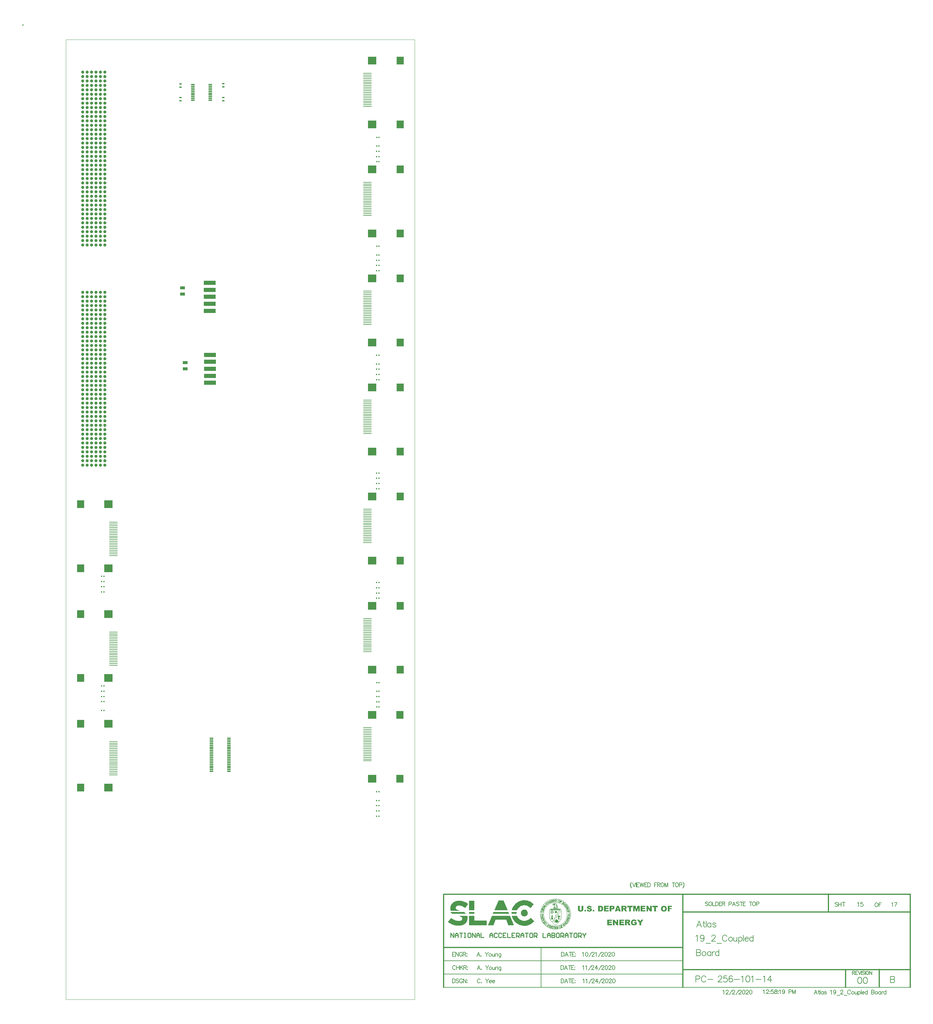
<source format=gtp>
G04*
G04 #@! TF.GenerationSoftware,Altium Limited,Altium Designer,20.1.14 (287)*
G04*
G04 Layer_Color=8421504*
%FSLAX25Y25*%
%MOIN*%
G70*
G04*
G04 #@! TF.SameCoordinates,E5BBD601-0378-4793-8288-20EAF3AE4A8C*
G04*
G04*
G04 #@! TF.FilePolarity,Positive*
G04*
G01*
G75*
%ADD11C,0.00800*%
%ADD12C,0.01000*%
%ADD13C,0.00500*%
%ADD15C,0.00400*%
%ADD17C,0.01200*%
%ADD18C,0.00026*%
%ADD19C,0.00043*%
%ADD20C,0.00195*%
%ADD21C,0.00061*%
%ADD22C,0.00087*%
%ADD23C,0.00104*%
%ADD24C,0.00052*%
%ADD25C,0.00049*%
%ADD26C,0.00183*%
%ADD27C,0.00174*%
%ADD28C,0.00244*%
%ADD29C,0.00035*%
%ADD30R,0.06131X0.10864*%
%ADD31R,0.06131X0.02042*%
%ADD32R,0.09449X0.01102*%
%ADD33R,0.09449X0.08858*%
%ADD34R,0.07874X0.08976*%
%ADD35R,0.07874X0.08858*%
%ADD36R,0.13780X0.04921*%
%ADD37R,0.03937X0.01181*%
%ADD38C,0.03500*%
%ADD39R,0.01200X0.01800*%
%ADD40R,0.02500X0.01800*%
%ADD41R,0.05500X0.03500*%
%ADD42R,0.01300X0.01800*%
G36*
X444872Y111275D02*
X445882Y111177D01*
X447164Y110976D01*
X448256Y110719D01*
X449310Y110392D01*
X450328Y109997D01*
X451308Y109536D01*
X452250Y109010D01*
X453156Y108420D01*
X454023Y107770D01*
X450838Y103152D01*
X449845Y103786D01*
X449310Y104122D01*
X448783Y104397D01*
X447898Y104858D01*
X447164Y105145D01*
X446447Y105425D01*
X445727Y105629D01*
X445369Y105704D01*
X444942Y105787D01*
X444550Y105836D01*
X444300Y105868D01*
X443986Y105882D01*
X443672Y105896D01*
X443257Y105884D01*
X442884Y105862D01*
X442205Y105746D01*
X441629Y105565D01*
X441317Y105434D01*
X441149Y105332D01*
X440920Y105192D01*
X440594Y104910D01*
X440333Y104580D01*
X440144Y104198D01*
X440041Y103811D01*
X440010Y103470D01*
X440041Y102920D01*
X440144Y102503D01*
X440340Y102114D01*
X440603Y101793D01*
X440982Y101483D01*
X441475Y101192D01*
X442093Y100911D01*
X442845Y100634D01*
X444801Y100050D01*
X434314D01*
X433984Y101622D01*
X433918Y102913D01*
X434038Y104377D01*
X434386Y105728D01*
X434949Y106957D01*
X435712Y108054D01*
X436660Y109009D01*
X437780Y109812D01*
X439055Y110454D01*
X440406Y110903D01*
X442205Y111225D01*
X443672Y111313D01*
X444872Y111275D01*
D02*
G37*
G36*
X517895Y111908D02*
X519389Y111779D01*
X520888Y111487D01*
X522227Y111086D01*
X523555Y110537D01*
X524814Y109863D01*
X525993Y109073D01*
X527087Y108173D01*
X528088Y107172D01*
X524350Y102853D01*
X523266Y103987D01*
X522533Y104583D01*
X521739Y105099D01*
X520888Y105528D01*
X519988Y105863D01*
X519043Y106100D01*
X518061Y106231D01*
X516939Y106245D01*
X515629Y106080D01*
X514388Y105729D01*
X513229Y105207D01*
X512166Y104529D01*
X511201Y103694D01*
X510390Y102764D01*
X509705Y101706D01*
X509174Y100550D01*
X503309D01*
X503371Y100938D01*
X503702Y102077D01*
X504121Y103175D01*
X504625Y104227D01*
X505209Y105231D01*
X505540Y105706D01*
X505870Y106181D01*
X506602Y107074D01*
X507403Y107905D01*
X508268Y108670D01*
X509192Y109365D01*
X510171Y109985D01*
X511215Y110533D01*
X512279Y110986D01*
X513399Y111358D01*
X514558Y111639D01*
X515751Y111825D01*
X516939Y111908D01*
X517895Y111908D01*
D02*
G37*
G36*
X498550Y100550D02*
X483481D01*
X488190Y111614D01*
X493842D01*
X498550Y100550D01*
D02*
G37*
G36*
X508675Y98506D02*
X508648Y98111D01*
X508624Y97743D01*
Y97024D01*
X508675Y96486D01*
X502993D01*
X502974Y97126D01*
X502956Y97562D01*
X502959Y97767D01*
X502993Y98507D01*
X508675Y98506D01*
D02*
G37*
G36*
X450353Y97853D02*
X450670Y97611D01*
X450986Y97369D01*
X451368Y97023D01*
X451880Y96465D01*
X436708D01*
X436380Y96635D01*
X436052Y96805D01*
X435690Y97029D01*
X435328Y97253D01*
X434903Y97592D01*
X434478Y97930D01*
X433930Y98507D01*
X449271D01*
X450353Y97853D01*
D02*
G37*
G36*
X500289Y96465D02*
X481742D01*
X482612Y98507D01*
X499421D01*
X500289Y96465D01*
D02*
G37*
G36*
X518525Y101172D02*
X519221Y100884D01*
X519848Y100465D01*
X520381Y99932D01*
X520799Y99306D01*
X521088Y98610D01*
X521235Y97871D01*
Y97494D01*
Y97491D01*
Y97114D01*
X521088Y96375D01*
X520799Y95679D01*
X520381Y95052D01*
X519848Y94519D01*
X519221Y94101D01*
X518525Y93812D01*
X517786Y93665D01*
X517033D01*
X516295Y93812D01*
X515600Y94100D01*
X514974Y94518D01*
X514442Y95050D01*
X514024Y95676D01*
X513736Y96371D01*
X513589Y97109D01*
Y97485D01*
Y97499D01*
Y97875D01*
X513736Y98613D01*
X514024Y99309D01*
X514442Y99934D01*
X514974Y100466D01*
X515600Y100884D01*
X516295Y101172D01*
X517033Y101319D01*
X517786D01*
X518525Y101172D01*
D02*
G37*
G36*
X453178Y93666D02*
X453265Y93221D01*
X453325Y92699D01*
X453342Y92243D01*
X453359Y91788D01*
X453295Y90968D01*
X453235Y90201D01*
X453055Y89489D01*
X452872Y88765D01*
X452505Y87911D01*
X452285Y87482D01*
X451887Y86919D01*
X451489Y86356D01*
X450993Y85875D01*
X450498Y85393D01*
X449326Y84596D01*
X448657Y84283D01*
X447989Y83969D01*
X447628Y83859D01*
X447126Y83707D01*
X446481Y83513D01*
X446198Y83465D01*
X445624Y83368D01*
X445222Y83300D01*
X444839Y83240D01*
X444628Y83229D01*
X443969Y83194D01*
X443608Y83175D01*
X443092Y83150D01*
X442700Y83164D01*
X442308Y83178D01*
X441861Y83193D01*
X441399Y83242D01*
X440999Y83284D01*
X440519Y83340D01*
X440092Y83416D01*
X439665Y83491D01*
X439345Y83548D01*
X438833Y83676D01*
X438469Y83768D01*
X438022Y83886D01*
X437625Y84017D01*
X437228Y84147D01*
X436887Y84259D01*
X436449Y84439D01*
X436072Y84594D01*
X435311Y84941D01*
X434927Y85132D01*
X434535Y85328D01*
X433974Y85663D01*
X433413Y85998D01*
X432334Y86758D01*
X431304Y87608D01*
X434927Y91948D01*
X435695Y91369D01*
X436072Y91084D01*
X436449Y90800D01*
X436887Y90521D01*
X437228Y90303D01*
X437625Y90082D01*
X438106Y89822D01*
X438469Y89650D01*
X438833Y89479D01*
X439089Y89380D01*
X439505Y89220D01*
X440092Y89030D01*
X440598Y88886D01*
X440999Y88801D01*
X441630Y88687D01*
X442084Y88630D01*
X442700Y88586D01*
X443187Y88565D01*
X443608Y88578D01*
X443969Y88592D01*
X444628Y88680D01*
X444857Y88735D01*
X445222Y88822D01*
X445502Y88927D01*
X445892Y89098D01*
X446198Y89265D01*
X446575Y89561D01*
X446873Y89903D01*
X447051Y90221D01*
X447126Y90406D01*
X447233Y90827D01*
X447268Y91191D01*
X447243Y91666D01*
X447126Y92112D01*
X446943Y92467D01*
X446782Y92689D01*
X446537Y92919D01*
X446330Y93081D01*
X446039Y93281D01*
X445746Y93435D01*
X445362Y93624D01*
X445048Y93757D01*
X444734Y93880D01*
X444628Y93915D01*
X443969Y94133D01*
X443127Y94423D01*
X452989D01*
X453178Y93666D01*
D02*
G37*
G36*
X461118Y89121D02*
X475011D01*
Y83548D01*
X454986D01*
Y94422D01*
X461118D01*
Y89121D01*
D02*
G37*
G36*
X505787Y83548D02*
X499376D01*
X496829Y89797D01*
X485045D01*
X482496Y83548D01*
X476247D01*
X480873Y94422D01*
X501159D01*
X505787Y83548D01*
D02*
G37*
G36*
X509415Y93832D02*
X509720Y93277D01*
X510024Y92722D01*
X510474Y92124D01*
X510781Y91716D01*
X511198Y91301D01*
X511671Y90829D01*
X511974Y90604D01*
X512276Y90379D01*
X512680Y90077D01*
X513039Y89883D01*
X513397Y89689D01*
X513794Y89474D01*
X514175Y89335D01*
X514556Y89196D01*
X514997Y89035D01*
X516276Y88774D01*
X516939Y88716D01*
X517447Y88722D01*
X518078Y88731D01*
X519083Y88868D01*
X520049Y89117D01*
X520967Y89469D01*
X521834Y89918D01*
X522237Y90188D01*
X522640Y90458D01*
X522895Y90672D01*
X523149Y90886D01*
X523380Y91081D01*
X523605Y91317D01*
X523830Y91552D01*
X524048Y91781D01*
X524258Y92024D01*
X524469Y92267D01*
X528469Y88229D01*
X527460Y87140D01*
X526344Y86159D01*
X525132Y85295D01*
X523830Y84558D01*
X523149Y84240D01*
X522237Y83898D01*
X521732Y83709D01*
X520249Y83328D01*
X518709Y83104D01*
X517920Y83054D01*
X517447Y83052D01*
X516974Y83050D01*
X516607Y83076D01*
X515750Y83136D01*
X514556Y83322D01*
X513794Y83507D01*
X513397Y83603D01*
X512478Y83908D01*
X512276Y83975D01*
X511671Y84233D01*
X511198Y84435D01*
X510474Y84816D01*
X510167Y84978D01*
X509720Y85261D01*
X509170Y85612D01*
X508717Y85953D01*
X508263Y86294D01*
X507831Y86677D01*
X507399Y87060D01*
X506598Y87892D01*
X506232Y88339D01*
X505865Y88785D01*
X505535Y89261D01*
X505205Y89737D01*
X504913Y90239D01*
X504621Y90741D01*
X504369Y91268D01*
X504118Y91795D01*
X503908Y92345D01*
X503699Y92894D01*
X503369Y94034D01*
X503307Y94422D01*
X509170D01*
X509415Y93832D01*
D02*
G37*
G36*
X590978Y105644D02*
X591083D01*
X591197Y105634D01*
X591332Y105613D01*
X591468Y105603D01*
X591770Y105540D01*
X592072Y105457D01*
X592374Y105353D01*
X592509Y105280D01*
X592634Y105197D01*
X592644D01*
X592665Y105176D01*
X592696Y105145D01*
X592738Y105113D01*
X592790Y105061D01*
X592842Y104999D01*
X592904Y104937D01*
X592977Y104853D01*
X593040Y104760D01*
X593102Y104645D01*
X593175Y104531D01*
X593227Y104406D01*
X593290Y104260D01*
X593331Y104104D01*
X593373Y103937D01*
X593404Y103760D01*
X591562Y103656D01*
Y103677D01*
X591541Y103729D01*
X591520Y103802D01*
X591489Y103895D01*
X591447Y104000D01*
X591395Y104104D01*
X591322Y104197D01*
X591239Y104281D01*
X591228Y104291D01*
X591197Y104312D01*
X591145Y104343D01*
X591072Y104385D01*
X590978Y104416D01*
X590864Y104447D01*
X590739Y104468D01*
X590583Y104478D01*
X590531D01*
X590468Y104468D01*
X590385Y104458D01*
X590219Y104416D01*
X590135Y104385D01*
X590062Y104333D01*
X590052Y104322D01*
X590042Y104312D01*
X590010Y104281D01*
X589979Y104239D01*
X589927Y104124D01*
X589906Y104052D01*
X589896Y103979D01*
Y103968D01*
Y103958D01*
X589917Y103885D01*
X589958Y103802D01*
X589990Y103750D01*
X590042Y103708D01*
X590052Y103698D01*
X590073Y103687D01*
X590114Y103666D01*
X590177Y103635D01*
X590260Y103594D01*
X590375Y103552D01*
X590520Y103510D01*
X590697Y103469D01*
X590708D01*
X590750Y103458D01*
X590822Y103437D01*
X590906Y103427D01*
X591010Y103396D01*
X591135Y103365D01*
X591270Y103333D01*
X591416Y103302D01*
X591718Y103208D01*
X592020Y103115D01*
X592165Y103063D01*
X592301Y103011D01*
X592425Y102959D01*
X592540Y102907D01*
X592550D01*
X592561Y102896D01*
X592592Y102875D01*
X592634Y102855D01*
X592727Y102792D01*
X592852Y102719D01*
X592988Y102615D01*
X593123Y102490D01*
X593248Y102355D01*
X593352Y102209D01*
X593362Y102188D01*
X593394Y102136D01*
X593435Y102053D01*
X593487Y101938D01*
X593529Y101793D01*
X593571Y101637D01*
X593602Y101460D01*
X593612Y101272D01*
Y101262D01*
Y101241D01*
Y101210D01*
Y101168D01*
X593591Y101054D01*
X593571Y100897D01*
X593529Y100731D01*
X593467Y100543D01*
X593383Y100346D01*
X593269Y100148D01*
Y100137D01*
X593258Y100127D01*
X593206Y100065D01*
X593133Y99971D01*
X593029Y99856D01*
X592894Y99731D01*
X592727Y99607D01*
X592540Y99482D01*
X592321Y99367D01*
X592311D01*
X592290Y99357D01*
X592259Y99346D01*
X592217Y99326D01*
X592155Y99305D01*
X592082Y99284D01*
X591999Y99263D01*
X591905Y99242D01*
X591801Y99211D01*
X591686Y99190D01*
X591426Y99148D01*
X591124Y99117D01*
X590791Y99107D01*
X590635D01*
X590531Y99117D01*
X590396Y99128D01*
X590250Y99138D01*
X590083Y99159D01*
X589906Y99180D01*
X589532Y99253D01*
X589344Y99305D01*
X589157Y99367D01*
X588980Y99440D01*
X588824Y99523D01*
X588667Y99617D01*
X588543Y99721D01*
X588532Y99731D01*
X588511Y99752D01*
X588480Y99783D01*
X588449Y99836D01*
X588397Y99898D01*
X588345Y99971D01*
X588282Y100054D01*
X588220Y100158D01*
X588157Y100262D01*
X588095Y100387D01*
X587981Y100648D01*
X587897Y100960D01*
X587866Y101126D01*
X587845Y101303D01*
X589709Y101428D01*
Y101408D01*
X589719Y101355D01*
X589740Y101272D01*
X589761Y101168D01*
X589792Y101054D01*
X589833Y100939D01*
X589886Y100835D01*
X589948Y100731D01*
X589958Y100710D01*
X590010Y100668D01*
X590073Y100616D01*
X590177Y100543D01*
X590302Y100471D01*
X590448Y100418D01*
X590625Y100377D01*
X590822Y100356D01*
X590895D01*
X590968Y100366D01*
X591062Y100377D01*
X591166Y100398D01*
X591280Y100439D01*
X591385Y100481D01*
X591478Y100543D01*
X591489Y100554D01*
X591509Y100575D01*
X591551Y100616D01*
X591593Y100679D01*
X591634Y100741D01*
X591676Y100824D01*
X591697Y100908D01*
X591707Y101002D01*
Y101012D01*
Y101043D01*
X591697Y101095D01*
X591676Y101147D01*
X591655Y101220D01*
X591613Y101293D01*
X591562Y101366D01*
X591489Y101439D01*
X591478Y101449D01*
X591447Y101470D01*
X591374Y101512D01*
X591280Y101564D01*
X591145Y101616D01*
X591062Y101647D01*
X590968Y101678D01*
X590864Y101709D01*
X590750Y101751D01*
X590625Y101782D01*
X590479Y101813D01*
X590468D01*
X590427Y101824D01*
X590354Y101845D01*
X590271Y101865D01*
X590167Y101897D01*
X590042Y101928D01*
X589906Y101970D01*
X589761Y102011D01*
X589459Y102126D01*
X589157Y102251D01*
X589011Y102324D01*
X588876Y102407D01*
X588751Y102490D01*
X588636Y102573D01*
X588626Y102584D01*
X588616Y102594D01*
X588584Y102626D01*
X588553Y102657D01*
X588459Y102761D01*
X588366Y102907D01*
X588262Y103084D01*
X588168Y103292D01*
X588105Y103531D01*
X588095Y103666D01*
X588085Y103802D01*
Y103812D01*
Y103823D01*
Y103885D01*
X588095Y103979D01*
X588116Y104104D01*
X588157Y104239D01*
X588199Y104395D01*
X588272Y104551D01*
X588366Y104718D01*
X588376Y104739D01*
X588418Y104791D01*
X588480Y104874D01*
X588574Y104968D01*
X588699Y105082D01*
X588844Y105197D01*
X589021Y105301D01*
X589219Y105405D01*
X589230D01*
X589251Y105415D01*
X589282Y105426D01*
X589323Y105447D01*
X589386Y105467D01*
X589448Y105488D01*
X589532Y105509D01*
X589625Y105530D01*
X589740Y105551D01*
X589854Y105571D01*
X589979Y105592D01*
X590125Y105613D01*
X590271Y105634D01*
X590427Y105644D01*
X590781Y105655D01*
X590895D01*
X590978Y105644D01*
D02*
G37*
G36*
X661215Y99211D02*
X659372D01*
X656999Y102688D01*
Y99211D01*
X655156D01*
Y105551D01*
X656978D01*
X659372Y102042D01*
Y105551D01*
X661215D01*
Y99211D01*
D02*
G37*
G36*
X647484D02*
X645881D01*
Y104041D01*
X644642Y99211D01*
X643185D01*
X641956Y104041D01*
Y99211D01*
X640353D01*
Y105551D01*
X642935D01*
X643913Y101689D01*
X644902Y105551D01*
X647484D01*
Y99211D01*
D02*
G37*
G36*
X583952Y101772D02*
Y101761D01*
Y101751D01*
Y101720D01*
Y101678D01*
X583941Y101564D01*
X583931Y101428D01*
X583910Y101262D01*
X583879Y101085D01*
X583837Y100897D01*
X583775Y100710D01*
Y100700D01*
X583764Y100689D01*
X583744Y100627D01*
X583702Y100533D01*
X583639Y100418D01*
X583567Y100273D01*
X583473Y100127D01*
X583358Y99981D01*
X583223Y99836D01*
X583202Y99815D01*
X583161Y99773D01*
X583088Y99711D01*
X582984Y99627D01*
X582869Y99544D01*
X582734Y99461D01*
X582588Y99378D01*
X582432Y99315D01*
X582421D01*
X582411Y99305D01*
X582380Y99294D01*
X582328Y99284D01*
X582276Y99263D01*
X582213Y99253D01*
X582047Y99211D01*
X581849Y99169D01*
X581620Y99138D01*
X581360Y99117D01*
X581068Y99107D01*
X580891D01*
X580766Y99117D01*
X580610D01*
X580444Y99138D01*
X580246Y99148D01*
X580048Y99169D01*
X580027D01*
X579996Y99180D01*
X579954D01*
X579861Y99201D01*
X579736Y99221D01*
X579590Y99263D01*
X579434Y99305D01*
X579278Y99357D01*
X579132Y99419D01*
X579111Y99430D01*
X579070Y99461D01*
X578997Y99502D01*
X578913Y99565D01*
X578809Y99638D01*
X578695Y99731D01*
X578580Y99846D01*
X578466Y99971D01*
X578455Y99992D01*
X578414Y100033D01*
X578362Y100106D01*
X578299Y100200D01*
X578237Y100304D01*
X578164Y100429D01*
X578101Y100564D01*
X578049Y100700D01*
Y100710D01*
X578039Y100731D01*
X578028Y100762D01*
X578018Y100804D01*
X577997Y100918D01*
X577966Y101064D01*
X577924Y101231D01*
X577904Y101408D01*
X577883Y101595D01*
X577872Y101772D01*
Y105551D01*
X579829D01*
Y101678D01*
Y101668D01*
Y101657D01*
Y101595D01*
X579840Y101501D01*
X579861Y101387D01*
X579902Y101262D01*
X579944Y101126D01*
X580017Y100991D01*
X580111Y100877D01*
X580121Y100866D01*
X580162Y100835D01*
X580225Y100783D01*
X580319Y100731D01*
X580433Y100679D01*
X580569Y100627D01*
X580735Y100595D01*
X580912Y100585D01*
X580995D01*
X581089Y100595D01*
X581204Y100616D01*
X581328Y100658D01*
X581453Y100700D01*
X581589Y100773D01*
X581703Y100866D01*
X581714Y100877D01*
X581745Y100918D01*
X581797Y100991D01*
X581849Y101074D01*
X581901Y101189D01*
X581953Y101335D01*
X581984Y101491D01*
X581995Y101678D01*
Y105551D01*
X583952D01*
Y101772D01*
D02*
G37*
G36*
X684117Y104187D02*
X681233D01*
Y103084D01*
X683700D01*
Y101803D01*
X681233D01*
Y99211D01*
X679266D01*
Y105551D01*
X684117D01*
Y104187D01*
D02*
G37*
G36*
X668033Y103989D02*
X666035D01*
Y99211D01*
X664078D01*
Y103989D01*
X662079D01*
Y105551D01*
X668033D01*
Y103989D01*
D02*
G37*
G36*
X653990Y104197D02*
X650701D01*
Y103188D01*
X653751D01*
Y101897D01*
X650701D01*
Y100648D01*
X654084D01*
Y99211D01*
X648733D01*
Y105551D01*
X653990D01*
Y104197D01*
D02*
G37*
G36*
X639489Y103989D02*
X637490D01*
Y99211D01*
X635533D01*
Y103989D01*
X633535D01*
Y105551D01*
X639489D01*
Y103989D01*
D02*
G37*
G36*
X630682Y105540D02*
X630891Y105530D01*
X631109Y105509D01*
X631349Y105488D01*
X631567Y105447D01*
X631765Y105394D01*
X631775D01*
X631786Y105384D01*
X631848Y105363D01*
X631931Y105322D01*
X632046Y105259D01*
X632161Y105186D01*
X632296Y105082D01*
X632421Y104957D01*
X632535Y104812D01*
X632546Y104791D01*
X632587Y104739D01*
X632629Y104645D01*
X632691Y104531D01*
X632744Y104374D01*
X632795Y104197D01*
X632827Y104000D01*
X632837Y103781D01*
Y103771D01*
Y103760D01*
Y103698D01*
X632827Y103594D01*
X632806Y103469D01*
X632785Y103333D01*
X632744Y103177D01*
X632681Y103021D01*
X632608Y102875D01*
X632598Y102855D01*
X632566Y102813D01*
X632514Y102740D01*
X632442Y102657D01*
X632358Y102553D01*
X632244Y102448D01*
X632129Y102344D01*
X631984Y102251D01*
X631973Y102240D01*
X631942Y102230D01*
X631879Y102199D01*
X631807Y102167D01*
X631703Y102126D01*
X631588Y102084D01*
X631453Y102042D01*
X631296Y102001D01*
X631307D01*
X631349Y101980D01*
X631411Y101959D01*
X631484Y101928D01*
X631650Y101855D01*
X631734Y101813D01*
X631796Y101772D01*
X631807D01*
X631817Y101751D01*
X631848Y101730D01*
X631879Y101699D01*
X631921Y101647D01*
X631973Y101595D01*
X632036Y101522D01*
X632108Y101428D01*
X632119Y101418D01*
X632140Y101387D01*
X632181Y101345D01*
X632223Y101283D01*
X632317Y101158D01*
X632358Y101095D01*
X632389Y101043D01*
X633347Y99211D01*
X631130D01*
X630079Y101137D01*
X630068Y101158D01*
X630047Y101199D01*
X630006Y101262D01*
X629964Y101345D01*
X629902Y101428D01*
X629849Y101501D01*
X629787Y101574D01*
X629725Y101626D01*
X629714Y101637D01*
X629693Y101647D01*
X629641Y101678D01*
X629589Y101709D01*
X629516Y101730D01*
X629433Y101761D01*
X629339Y101772D01*
X629246Y101782D01*
X629079D01*
Y99211D01*
X627112D01*
Y105551D01*
X630599D01*
X630682Y105540D01*
D02*
G37*
G36*
X626456Y99211D02*
X624395D01*
X624082Y100262D01*
X621865D01*
X621553Y99211D01*
X619554D01*
X621927Y105551D01*
X624082D01*
X626456Y99211D01*
D02*
G37*
G36*
X617212Y105540D02*
X617295D01*
X617399Y105519D01*
X617514Y105509D01*
X617638Y105488D01*
X617899Y105426D01*
X618159Y105332D01*
X618294Y105280D01*
X618419Y105207D01*
X618534Y105134D01*
X618638Y105041D01*
X618648Y105030D01*
X618659Y105020D01*
X618690Y104989D01*
X618721Y104947D01*
X618763Y104895D01*
X618805Y104832D01*
X618856Y104760D01*
X618909Y104666D01*
X618950Y104572D01*
X619002Y104468D01*
X619044Y104343D01*
X619086Y104218D01*
X619148Y103937D01*
X619158Y103771D01*
X619169Y103604D01*
Y103594D01*
Y103562D01*
Y103510D01*
X619158Y103448D01*
X619148Y103365D01*
X619138Y103271D01*
X619117Y103167D01*
X619096Y103052D01*
X619023Y102813D01*
X618919Y102563D01*
X618856Y102438D01*
X618784Y102313D01*
X618690Y102199D01*
X618586Y102094D01*
X618575Y102084D01*
X618555Y102074D01*
X618523Y102042D01*
X618482Y102011D01*
X618419Y101970D01*
X618346Y101928D01*
X618253Y101876D01*
X618149Y101834D01*
X618034Y101782D01*
X617909Y101730D01*
X617764Y101689D01*
X617607Y101647D01*
X617430Y101616D01*
X617243Y101584D01*
X617045Y101574D01*
X616827Y101564D01*
X615754D01*
Y99211D01*
X613787D01*
Y105551D01*
X617139D01*
X617212Y105540D01*
D02*
G37*
G36*
X612642Y104197D02*
X609352D01*
Y103188D01*
X612402D01*
Y101897D01*
X609352D01*
Y100648D01*
X612735D01*
Y99211D01*
X607385D01*
Y105551D01*
X612642D01*
Y104197D01*
D02*
G37*
G36*
X603648Y105540D02*
X603731D01*
X603918Y105519D01*
X604147Y105488D01*
X604376Y105447D01*
X604605Y105394D01*
X604813Y105311D01*
X604824D01*
X604834Y105301D01*
X604907Y105270D01*
X605001Y105218D01*
X605126Y105145D01*
X605261Y105051D01*
X605407Y104937D01*
X605552Y104801D01*
X605688Y104645D01*
X605709Y104624D01*
X605750Y104572D01*
X605813Y104478D01*
X605886Y104353D01*
X605969Y104208D01*
X606052Y104031D01*
X606136Y103833D01*
X606198Y103625D01*
Y103614D01*
X606208Y103604D01*
Y103562D01*
X606219Y103521D01*
X606240Y103469D01*
X606250Y103406D01*
X606281Y103250D01*
X606302Y103073D01*
X606333Y102865D01*
X606344Y102636D01*
X606354Y102396D01*
Y102386D01*
Y102355D01*
Y102303D01*
Y102230D01*
X606344Y102147D01*
Y102042D01*
X606333Y101938D01*
X606323Y101813D01*
X606292Y101564D01*
X606250Y101303D01*
X606198Y101043D01*
X606156Y100929D01*
X606115Y100814D01*
Y100804D01*
X606104Y100793D01*
X606094Y100762D01*
X606073Y100720D01*
X606021Y100616D01*
X605948Y100491D01*
X605854Y100346D01*
X605750Y100189D01*
X605615Y100033D01*
X605469Y99877D01*
X605448Y99856D01*
X605396Y99815D01*
X605313Y99752D01*
X605209Y99679D01*
X605074Y99586D01*
X604928Y99513D01*
X604772Y99440D01*
X604595Y99378D01*
X604584D01*
X604564Y99367D01*
X604532D01*
X604491Y99357D01*
X604428Y99336D01*
X604366Y99326D01*
X604210Y99294D01*
X604022Y99263D01*
X603835Y99242D01*
X603627Y99221D01*
X603429Y99211D01*
X600525D01*
Y105551D01*
X603575D01*
X603648Y105540D01*
D02*
G37*
G36*
X596371Y99211D02*
X594487D01*
Y100981D01*
X596371D01*
Y99211D01*
D02*
G37*
G36*
X587023D02*
X585139D01*
Y100981D01*
X587023D01*
Y99211D01*
D02*
G37*
G36*
X675060Y105644D02*
X675164D01*
X675300Y105634D01*
X675445Y105613D01*
X675622Y105582D01*
X675799Y105551D01*
X675997Y105499D01*
X676195Y105447D01*
X676393Y105374D01*
X676601Y105290D01*
X676799Y105197D01*
X676986Y105082D01*
X677173Y104947D01*
X677340Y104801D01*
X677350Y104791D01*
X677382Y104760D01*
X677423Y104718D01*
X677475Y104645D01*
X677538Y104562D01*
X677610Y104447D01*
X677694Y104322D01*
X677777Y104187D01*
X677850Y104020D01*
X677933Y103843D01*
X678006Y103656D01*
X678069Y103437D01*
X678121Y103208D01*
X678162Y102969D01*
X678194Y102709D01*
X678204Y102428D01*
Y102417D01*
Y102376D01*
Y102324D01*
X678194Y102240D01*
Y102147D01*
X678183Y102042D01*
X678173Y101918D01*
X678162Y101782D01*
X678110Y101491D01*
X678048Y101189D01*
X677954Y100877D01*
X677829Y100595D01*
Y100585D01*
X677808Y100564D01*
X677787Y100533D01*
X677756Y100481D01*
X677725Y100418D01*
X677673Y100356D01*
X677559Y100189D01*
X677402Y100013D01*
X677215Y99836D01*
X676996Y99648D01*
X676747Y99492D01*
X676736D01*
X676715Y99471D01*
X676674Y99461D01*
X676622Y99430D01*
X676549Y99398D01*
X676465Y99367D01*
X676372Y99336D01*
X676257Y99305D01*
X676143Y99263D01*
X676007Y99232D01*
X675862Y99201D01*
X675705Y99169D01*
X675362Y99128D01*
X674977Y99107D01*
X674873D01*
X674800Y99117D01*
X674706D01*
X674602Y99128D01*
X674477Y99138D01*
X674352Y99148D01*
X674071Y99190D01*
X673769Y99253D01*
X673478Y99326D01*
X673197Y99440D01*
X673186D01*
X673166Y99461D01*
X673134Y99482D01*
X673082Y99502D01*
X673020Y99544D01*
X672957Y99586D01*
X672791Y99700D01*
X672614Y99856D01*
X672426Y100044D01*
X672239Y100262D01*
X672062Y100523D01*
Y100533D01*
X672041Y100554D01*
X672020Y100595D01*
X672000Y100658D01*
X671968Y100731D01*
X671927Y100814D01*
X671885Y100918D01*
X671854Y101033D01*
X671812Y101158D01*
X671770Y101303D01*
X671739Y101449D01*
X671698Y101616D01*
X671677Y101793D01*
X671656Y101980D01*
X671635Y102376D01*
Y102396D01*
Y102448D01*
X671646Y102521D01*
Y102636D01*
X671666Y102761D01*
X671677Y102917D01*
X671708Y103084D01*
X671739Y103261D01*
X671791Y103448D01*
X671843Y103646D01*
X671916Y103843D01*
X672000Y104052D01*
X672104Y104249D01*
X672218Y104437D01*
X672343Y104624D01*
X672499Y104791D01*
X672510Y104801D01*
X672541Y104832D01*
X672593Y104874D01*
X672655Y104926D01*
X672749Y104989D01*
X672853Y105061D01*
X672978Y105145D01*
X673124Y105228D01*
X673290Y105301D01*
X673467Y105384D01*
X673665Y105457D01*
X673884Y105519D01*
X674113Y105571D01*
X674363Y105613D01*
X674623Y105644D01*
X674904Y105655D01*
X674977D01*
X675060Y105644D01*
D02*
G37*
G36*
X641384Y90144D02*
X641488D01*
X641592Y90134D01*
X641717D01*
X641967Y90103D01*
X642227Y90071D01*
X642477Y90019D01*
X642592Y89988D01*
X642696Y89957D01*
X642706D01*
X642717Y89947D01*
X642789Y89926D01*
X642883Y89874D01*
X643008Y89811D01*
X643143Y89728D01*
X643289Y89624D01*
X643435Y89509D01*
X643570Y89364D01*
X643581Y89343D01*
X643622Y89291D01*
X643685Y89207D01*
X643768Y89093D01*
X643851Y88947D01*
X643934Y88770D01*
X644018Y88572D01*
X644091Y88354D01*
X642196Y88021D01*
X642186Y88042D01*
X642175Y88083D01*
X642144Y88146D01*
X642102Y88218D01*
X642040Y88312D01*
X641977Y88396D01*
X641884Y88489D01*
X641790Y88562D01*
X641780Y88572D01*
X641738Y88593D01*
X641686Y88625D01*
X641603Y88666D01*
X641499Y88697D01*
X641374Y88729D01*
X641238Y88749D01*
X641082Y88760D01*
X641020D01*
X640978Y88749D01*
X640853Y88739D01*
X640707Y88708D01*
X640551Y88656D01*
X640374Y88572D01*
X640208Y88458D01*
X640124Y88396D01*
X640052Y88312D01*
X640031Y88291D01*
X640020Y88260D01*
X639989Y88229D01*
X639968Y88177D01*
X639937Y88125D01*
X639895Y88052D01*
X639864Y87969D01*
X639833Y87875D01*
X639791Y87771D01*
X639760Y87656D01*
X639739Y87531D01*
X639708Y87386D01*
X639698Y87240D01*
X639677Y87073D01*
Y86896D01*
Y86886D01*
Y86855D01*
Y86803D01*
X639687Y86730D01*
Y86647D01*
X639698Y86542D01*
X639729Y86324D01*
X639771Y86085D01*
X639843Y85845D01*
X639937Y85616D01*
X639999Y85522D01*
X640062Y85429D01*
X640083Y85408D01*
X640135Y85356D01*
X640218Y85293D01*
X640343Y85210D01*
X640489Y85127D01*
X640676Y85064D01*
X640895Y85012D01*
X641134Y84991D01*
X641186D01*
X641259Y85002D01*
X641342D01*
X641436Y85012D01*
X641540Y85033D01*
X641759Y85085D01*
X641769D01*
X641811Y85106D01*
X641873Y85127D01*
X641957Y85158D01*
X642061Y85210D01*
X642186Y85262D01*
X642310Y85325D01*
X642456Y85408D01*
Y86001D01*
X641145D01*
Y87323D01*
X644174D01*
Y84617D01*
X644164Y84606D01*
X644132Y84596D01*
X644091Y84565D01*
X644028Y84523D01*
X643955Y84471D01*
X643862Y84419D01*
X643757Y84356D01*
X643653Y84294D01*
X643414Y84169D01*
X643154Y84034D01*
X642883Y83909D01*
X642623Y83815D01*
X642612D01*
X642592Y83805D01*
X642560Y83794D01*
X642508Y83784D01*
X642446Y83763D01*
X642363Y83753D01*
X642279Y83732D01*
X642175Y83711D01*
X642061Y83690D01*
X641946Y83669D01*
X641676Y83638D01*
X641374Y83617D01*
X641041Y83607D01*
X640936D01*
X640853Y83617D01*
X640760D01*
X640645Y83628D01*
X640520Y83638D01*
X640385Y83659D01*
X640093Y83701D01*
X639791Y83763D01*
X639479Y83857D01*
X639198Y83982D01*
X639187D01*
X639167Y84002D01*
X639136Y84023D01*
X639083Y84054D01*
X639021Y84096D01*
X638959Y84148D01*
X638792Y84273D01*
X638615Y84429D01*
X638438Y84627D01*
X638251Y84856D01*
X638095Y85127D01*
Y85137D01*
X638074Y85158D01*
X638063Y85200D01*
X638032Y85262D01*
X638001Y85335D01*
X637970Y85418D01*
X637938Y85522D01*
X637907Y85626D01*
X637865Y85751D01*
X637834Y85887D01*
X637772Y86189D01*
X637730Y86522D01*
X637709Y86876D01*
Y86886D01*
Y86917D01*
Y86980D01*
X637720Y87053D01*
Y87136D01*
X637730Y87250D01*
X637741Y87365D01*
X637761Y87490D01*
X637813Y87771D01*
X637886Y88073D01*
X637990Y88385D01*
X638136Y88677D01*
X638146Y88687D01*
X638157Y88708D01*
X638178Y88749D01*
X638219Y88801D01*
X638261Y88864D01*
X638313Y88937D01*
X638448Y89114D01*
X638625Y89301D01*
X638844Y89499D01*
X639094Y89676D01*
X639385Y89842D01*
X639396D01*
X639417Y89853D01*
X639448Y89874D01*
X639500Y89894D01*
X639573Y89915D01*
X639646Y89947D01*
X639739Y89967D01*
X639843Y89999D01*
X639968Y90030D01*
X640093Y90061D01*
X640239Y90082D01*
X640395Y90103D01*
X640562Y90123D01*
X640739Y90144D01*
X640926Y90155D01*
X641301D01*
X641384Y90144D01*
D02*
G37*
G36*
X649129Y86365D02*
Y83711D01*
X647162D01*
Y86365D01*
X644694Y90051D01*
X646870D01*
X648151Y87906D01*
X649421Y90051D01*
X651596D01*
X649129Y86365D01*
D02*
G37*
G36*
X623354Y83711D02*
X621511D01*
X619138Y87188D01*
Y83711D01*
X617295D01*
Y90051D01*
X619117D01*
X621511Y86542D01*
Y90051D01*
X623354D01*
Y83711D01*
D02*
G37*
G36*
X634659Y90040D02*
X634867Y90030D01*
X635086Y90009D01*
X635325Y89988D01*
X635544Y89947D01*
X635742Y89894D01*
X635752D01*
X635763Y89884D01*
X635825Y89863D01*
X635908Y89822D01*
X636023Y89759D01*
X636137Y89686D01*
X636273Y89582D01*
X636398Y89457D01*
X636512Y89311D01*
X636523Y89291D01*
X636564Y89239D01*
X636606Y89145D01*
X636668Y89030D01*
X636720Y88874D01*
X636772Y88697D01*
X636804Y88500D01*
X636814Y88281D01*
Y88271D01*
Y88260D01*
Y88198D01*
X636804Y88094D01*
X636783Y87969D01*
X636762Y87833D01*
X636720Y87677D01*
X636658Y87521D01*
X636585Y87375D01*
X636575Y87354D01*
X636543Y87313D01*
X636491Y87240D01*
X636418Y87157D01*
X636335Y87053D01*
X636221Y86949D01*
X636106Y86844D01*
X635960Y86751D01*
X635950Y86740D01*
X635919Y86730D01*
X635856Y86699D01*
X635783Y86667D01*
X635679Y86626D01*
X635565Y86584D01*
X635429Y86542D01*
X635273Y86501D01*
X635284D01*
X635325Y86480D01*
X635388Y86459D01*
X635461Y86428D01*
X635627Y86355D01*
X635711Y86313D01*
X635773Y86272D01*
X635783D01*
X635794Y86251D01*
X635825Y86230D01*
X635856Y86199D01*
X635898Y86147D01*
X635950Y86095D01*
X636013Y86022D01*
X636085Y85928D01*
X636096Y85918D01*
X636117Y85887D01*
X636158Y85845D01*
X636200Y85783D01*
X636294Y85658D01*
X636335Y85595D01*
X636366Y85543D01*
X637324Y83711D01*
X635107D01*
X634055Y85637D01*
X634045Y85658D01*
X634024Y85699D01*
X633983Y85762D01*
X633941Y85845D01*
X633878Y85928D01*
X633826Y86001D01*
X633764Y86074D01*
X633702Y86126D01*
X633691Y86137D01*
X633670Y86147D01*
X633618Y86178D01*
X633566Y86209D01*
X633493Y86230D01*
X633410Y86261D01*
X633316Y86272D01*
X633223Y86282D01*
X633056D01*
Y83711D01*
X631089D01*
Y90051D01*
X634576D01*
X634659Y90040D01*
D02*
G37*
G36*
X629912Y88697D02*
X626623D01*
Y87688D01*
X629673D01*
Y86397D01*
X626623D01*
Y85148D01*
X630006D01*
Y83711D01*
X624655D01*
Y90051D01*
X629912D01*
Y88697D01*
D02*
G37*
G36*
X616129D02*
X612840D01*
Y87688D01*
X615890D01*
Y86397D01*
X612840D01*
Y85148D01*
X616223D01*
Y83711D01*
X610872D01*
Y90051D01*
X616129D01*
Y88697D01*
D02*
G37*
%LPC*%
G36*
X629933Y104270D02*
X629079D01*
Y102979D01*
X629964D01*
X630016Y102990D01*
X630089Y103000D01*
X630183Y103011D01*
X630287Y103031D01*
X630422Y103063D01*
X630432D01*
X630453Y103073D01*
X630495Y103084D01*
X630537Y103104D01*
X630641Y103167D01*
X630693Y103208D01*
X630745Y103261D01*
X630755Y103271D01*
X630765Y103292D01*
X630786Y103323D01*
X630807Y103365D01*
X630849Y103479D01*
X630870Y103552D01*
Y103625D01*
Y103635D01*
Y103677D01*
X630859Y103729D01*
X630849Y103802D01*
X630818Y103875D01*
X630786Y103958D01*
X630734Y104031D01*
X630672Y104104D01*
X630661Y104114D01*
X630630Y104135D01*
X630578Y104156D01*
X630505Y104187D01*
X630401Y104218D01*
X630276Y104249D01*
X630120Y104260D01*
X629933Y104270D01*
D02*
G37*
G36*
X622979Y103906D02*
X622292Y101637D01*
X623666D01*
X622979Y103906D01*
D02*
G37*
G36*
X616306Y104260D02*
X615754D01*
Y102844D01*
X616327D01*
X616421Y102855D01*
X616545Y102865D01*
X616670Y102886D01*
X616806Y102927D01*
X616920Y102969D01*
X617024Y103031D01*
X617035Y103042D01*
X617066Y103063D01*
X617097Y103115D01*
X617149Y103167D01*
X617191Y103240D01*
X617222Y103333D01*
X617253Y103427D01*
X617264Y103542D01*
Y103552D01*
Y103594D01*
X617253Y103646D01*
X617243Y103718D01*
X617212Y103802D01*
X617180Y103885D01*
X617128Y103968D01*
X617056Y104052D01*
X617045Y104062D01*
X617014Y104083D01*
X616962Y104114D01*
X616889Y104156D01*
X616785Y104197D01*
X616660Y104229D01*
X616493Y104249D01*
X616306Y104260D01*
D02*
G37*
G36*
X602960Y104114D02*
X602482D01*
Y100648D01*
X603054D01*
X603169Y100658D01*
X603294Y100668D01*
X603439Y100679D01*
X603585Y100710D01*
X603710Y100741D01*
X603825Y100783D01*
X603835Y100793D01*
X603866Y100814D01*
X603918Y100845D01*
X603970Y100897D01*
X604043Y100960D01*
X604106Y101043D01*
X604168Y101137D01*
X604230Y101251D01*
X604241Y101272D01*
X604251Y101314D01*
X604283Y101397D01*
X604314Y101522D01*
X604335Y101668D01*
X604366Y101865D01*
X604376Y102094D01*
X604387Y102355D01*
Y102365D01*
Y102396D01*
Y102448D01*
Y102521D01*
X604376Y102605D01*
X604366Y102698D01*
X604345Y102907D01*
X604303Y103136D01*
X604251Y103365D01*
X604168Y103573D01*
X604116Y103666D01*
X604053Y103739D01*
X604043Y103760D01*
X603991Y103802D01*
X603908Y103854D01*
X603793Y103927D01*
X603637Y104000D01*
X603450Y104052D01*
X603231Y104093D01*
X602960Y104114D01*
D02*
G37*
G36*
X674904Y104166D02*
X674852D01*
X674810Y104156D01*
X674696Y104145D01*
X674560Y104114D01*
X674415Y104062D01*
X674248Y103989D01*
X674092Y103885D01*
X673946Y103739D01*
X673936Y103718D01*
X673915Y103698D01*
X673894Y103656D01*
X673863Y103614D01*
X673832Y103562D01*
X673801Y103489D01*
X673769Y103417D01*
X673738Y103323D01*
X673707Y103219D01*
X673676Y103104D01*
X673644Y102979D01*
X673624Y102844D01*
X673603Y102698D01*
X673592Y102542D01*
Y102365D01*
Y102355D01*
Y102324D01*
Y102271D01*
X673603Y102209D01*
Y102126D01*
X673613Y102042D01*
X673634Y101834D01*
X673676Y101605D01*
X673738Y101387D01*
X673832Y101168D01*
X673884Y101074D01*
X673946Y100991D01*
X673967Y100970D01*
X674009Y100929D01*
X674092Y100856D01*
X674196Y100783D01*
X674342Y100710D01*
X674508Y100637D01*
X674696Y100595D01*
X674914Y100575D01*
X674977D01*
X675019Y100585D01*
X675133Y100595D01*
X675279Y100627D01*
X675435Y100679D01*
X675591Y100741D01*
X675758Y100845D01*
X675893Y100981D01*
X675903Y101002D01*
X675924Y101022D01*
X675945Y101064D01*
X675976Y101106D01*
X676007Y101168D01*
X676039Y101231D01*
X676070Y101314D01*
X676101Y101408D01*
X676132Y101522D01*
X676164Y101637D01*
X676195Y101772D01*
X676216Y101918D01*
X676236Y102084D01*
X676247Y102261D01*
Y102448D01*
Y102459D01*
Y102490D01*
Y102532D01*
X676236Y102594D01*
Y102667D01*
X676226Y102750D01*
X676205Y102948D01*
X676153Y103156D01*
X676091Y103375D01*
X676007Y103573D01*
X675945Y103666D01*
X675882Y103750D01*
X675862Y103771D01*
X675820Y103812D01*
X675737Y103885D01*
X675622Y103958D01*
X675487Y104031D01*
X675320Y104104D01*
X675123Y104145D01*
X674904Y104166D01*
D02*
G37*
G36*
X633910Y88770D02*
X633056D01*
Y87479D01*
X633941D01*
X633993Y87490D01*
X634066Y87500D01*
X634160Y87511D01*
X634264Y87531D01*
X634399Y87563D01*
X634409D01*
X634430Y87573D01*
X634472Y87584D01*
X634514Y87604D01*
X634618Y87667D01*
X634670Y87708D01*
X634722Y87761D01*
X634732Y87771D01*
X634742Y87792D01*
X634763Y87823D01*
X634784Y87865D01*
X634826Y87979D01*
X634847Y88052D01*
Y88125D01*
Y88135D01*
Y88177D01*
X634836Y88229D01*
X634826Y88302D01*
X634795Y88375D01*
X634763Y88458D01*
X634711Y88531D01*
X634649Y88604D01*
X634638Y88614D01*
X634607Y88635D01*
X634555Y88656D01*
X634482Y88687D01*
X634378Y88718D01*
X634253Y88749D01*
X634097Y88760D01*
X633910Y88770D01*
D02*
G37*
%LPD*%
D11*
X426872Y13711D02*
X696872D01*
X536372D02*
Y58711D01*
X426372Y43711D02*
X696372D01*
X426372Y28711D02*
X696372D01*
Y13711D02*
X953072D01*
D12*
X-48562Y1099476D02*
X-48800Y1099238D01*
X-48562Y1099000D01*
X-48324Y1099238D01*
X-48562Y1099476D01*
X434300Y69900D02*
Y74898D01*
X437632Y69900D01*
Y74898D01*
X439298Y69900D02*
Y73232D01*
X440965Y74898D01*
X442631Y73232D01*
Y69900D01*
Y72399D01*
X439298D01*
X444297Y74898D02*
X447629D01*
X445963D01*
Y69900D01*
X449295Y74898D02*
X450961D01*
X450128D01*
Y69900D01*
X449295D01*
X450961D01*
X455960Y74898D02*
X454293D01*
X453461Y74065D01*
Y70733D01*
X454293Y69900D01*
X455960D01*
X456793Y70733D01*
Y74065D01*
X455960Y74898D01*
X458459Y69900D02*
Y74898D01*
X461791Y69900D01*
Y74898D01*
X463457Y69900D02*
Y73232D01*
X465123Y74898D01*
X466789Y73232D01*
Y69900D01*
Y72399D01*
X463457D01*
X468456Y74898D02*
Y69900D01*
X471788D01*
X478452D02*
Y73232D01*
X480119Y74898D01*
X481785Y73232D01*
Y69900D01*
Y72399D01*
X478452D01*
X486783Y74065D02*
X485950Y74898D01*
X484284D01*
X483451Y74065D01*
Y70733D01*
X484284Y69900D01*
X485950D01*
X486783Y70733D01*
X491781Y74065D02*
X490948Y74898D01*
X489282D01*
X488449Y74065D01*
Y70733D01*
X489282Y69900D01*
X490948D01*
X491781Y70733D01*
X496780Y74898D02*
X493447D01*
Y69900D01*
X496780D01*
X493447Y72399D02*
X495114D01*
X498446Y74898D02*
Y69900D01*
X501778D01*
X506777Y74898D02*
X503444D01*
Y69900D01*
X506777D01*
X503444Y72399D02*
X505110D01*
X508443Y69900D02*
Y74898D01*
X510942D01*
X511775Y74065D01*
Y72399D01*
X510942Y71566D01*
X508443D01*
X510109D02*
X511775Y69900D01*
X513441D02*
Y73232D01*
X515107Y74898D01*
X516773Y73232D01*
Y69900D01*
Y72399D01*
X513441D01*
X518439Y74898D02*
X521772D01*
X520106D01*
Y69900D01*
X525937Y74898D02*
X524271D01*
X523438Y74065D01*
Y70733D01*
X524271Y69900D01*
X525937D01*
X526770Y70733D01*
Y74065D01*
X525937Y74898D01*
X528436Y69900D02*
Y74898D01*
X530935D01*
X531768Y74065D01*
Y72399D01*
X530935Y71566D01*
X528436D01*
X530102D02*
X531768Y69900D01*
X538433Y74898D02*
Y69900D01*
X541765D01*
X543431D02*
Y73232D01*
X545097Y74898D01*
X546764Y73232D01*
Y69900D01*
Y72399D01*
X543431D01*
X548430Y74898D02*
Y69900D01*
X550929D01*
X551762Y70733D01*
Y71566D01*
X550929Y72399D01*
X548430D01*
X550929D01*
X551762Y73232D01*
Y74065D01*
X550929Y74898D01*
X548430D01*
X555927D02*
X554261D01*
X553428Y74065D01*
Y70733D01*
X554261Y69900D01*
X555927D01*
X556760Y70733D01*
Y74065D01*
X555927Y74898D01*
X558426Y69900D02*
Y74898D01*
X560926D01*
X561759Y74065D01*
Y72399D01*
X560926Y71566D01*
X558426D01*
X560093D02*
X561759Y69900D01*
X563425D02*
Y73232D01*
X565091Y74898D01*
X566757Y73232D01*
Y69900D01*
Y72399D01*
X563425D01*
X568423Y74898D02*
X571756D01*
X570089D01*
Y69900D01*
X575921Y74898D02*
X574255D01*
X573422Y74065D01*
Y70733D01*
X574255Y69900D01*
X575921D01*
X576754Y70733D01*
Y74065D01*
X575921Y74898D01*
X578420Y69900D02*
Y74898D01*
X580919D01*
X581752Y74065D01*
Y72399D01*
X580919Y71566D01*
X578420D01*
X580086D02*
X581752Y69900D01*
X583418Y74898D02*
Y74065D01*
X585084Y72399D01*
X586751Y74065D01*
Y74898D01*
X585084Y72399D02*
Y69900D01*
D13*
X724599Y109456D02*
X724171Y109885D01*
X723528Y110099D01*
X722671D01*
X722028Y109885D01*
X721600Y109456D01*
Y109028D01*
X721814Y108599D01*
X722028Y108385D01*
X722457Y108171D01*
X723742Y107742D01*
X724171Y107528D01*
X724385Y107314D01*
X724599Y106885D01*
Y106243D01*
X724171Y105814D01*
X723528Y105600D01*
X722671D01*
X722028Y105814D01*
X721600Y106243D01*
X726892Y110099D02*
X726463Y109885D01*
X726035Y109456D01*
X725820Y109028D01*
X725606Y108385D01*
Y107314D01*
X725820Y106671D01*
X726035Y106243D01*
X726463Y105814D01*
X726892Y105600D01*
X727749D01*
X728177Y105814D01*
X728606Y106243D01*
X728820Y106671D01*
X729034Y107314D01*
Y108385D01*
X728820Y109028D01*
X728606Y109456D01*
X728177Y109885D01*
X727749Y110099D01*
X726892D01*
X730084D02*
Y105600D01*
X732655D01*
X733147Y110099D02*
Y105600D01*
Y110099D02*
X734647D01*
X735290Y109885D01*
X735718Y109456D01*
X735933Y109028D01*
X736147Y108385D01*
Y107314D01*
X735933Y106671D01*
X735718Y106243D01*
X735290Y105814D01*
X734647Y105600D01*
X733147D01*
X739939Y110099D02*
X737154D01*
Y105600D01*
X739939D01*
X737154Y107957D02*
X738868D01*
X740689Y110099D02*
Y105600D01*
Y110099D02*
X742617D01*
X743260Y109885D01*
X743474Y109671D01*
X743688Y109242D01*
Y108814D01*
X743474Y108385D01*
X743260Y108171D01*
X742617Y107957D01*
X740689D01*
X742188D02*
X743688Y105600D01*
X748230Y107742D02*
X750158D01*
X750801Y107957D01*
X751015Y108171D01*
X751229Y108599D01*
Y109242D01*
X751015Y109671D01*
X750801Y109885D01*
X750158Y110099D01*
X748230D01*
Y105600D01*
X755664D02*
X753950Y110099D01*
X752236Y105600D01*
X752879Y107100D02*
X755021D01*
X759713Y109456D02*
X759285Y109885D01*
X758642Y110099D01*
X757785D01*
X757142Y109885D01*
X756714Y109456D01*
Y109028D01*
X756928Y108599D01*
X757142Y108385D01*
X757571Y108171D01*
X758856Y107742D01*
X759285Y107528D01*
X759499Y107314D01*
X759713Y106885D01*
Y106243D01*
X759285Y105814D01*
X758642Y105600D01*
X757785D01*
X757142Y105814D01*
X756714Y106243D01*
X762220Y110099D02*
Y105600D01*
X760720Y110099D02*
X763720D01*
X767040D02*
X764255D01*
Y105600D01*
X767040D01*
X764255Y107957D02*
X765969D01*
X772825Y110099D02*
Y105600D01*
X771325Y110099D02*
X774324D01*
X776145D02*
X775717Y109885D01*
X775288Y109456D01*
X775074Y109028D01*
X774860Y108385D01*
Y107314D01*
X775074Y106671D01*
X775288Y106243D01*
X775717Y105814D01*
X776145Y105600D01*
X777002D01*
X777431Y105814D01*
X777859Y106243D01*
X778074Y106671D01*
X778288Y107314D01*
Y108385D01*
X778074Y109028D01*
X777859Y109456D01*
X777431Y109885D01*
X777002Y110099D01*
X776145D01*
X779338Y107742D02*
X781266D01*
X781909Y107957D01*
X782123Y108171D01*
X782337Y108599D01*
Y109242D01*
X782123Y109671D01*
X781909Y109885D01*
X781266Y110099D01*
X779338D01*
Y105600D01*
X893572Y108653D02*
X894001Y108867D01*
X894643Y109510D01*
Y105011D01*
X899442Y109510D02*
X897300D01*
X897086Y107582D01*
X897300Y107796D01*
X897943Y108010D01*
X898586D01*
X899228Y107796D01*
X899657Y107368D01*
X899871Y106725D01*
Y106296D01*
X899657Y105654D01*
X899228Y105225D01*
X898586Y105011D01*
X897943D01*
X897300Y105225D01*
X897086Y105439D01*
X896872Y105868D01*
X931800Y108542D02*
X932228Y108756D01*
X932871Y109399D01*
Y104900D01*
X938099Y109399D02*
X935956Y104900D01*
X935099Y109399D02*
X938099D01*
X711100Y22933D02*
X714099D01*
X715099Y23266D01*
X715432Y23599D01*
X715766Y24266D01*
Y25265D01*
X715432Y25932D01*
X715099Y26265D01*
X714099Y26599D01*
X711100D01*
Y19600D01*
X722331Y24932D02*
X721998Y25599D01*
X721331Y26265D01*
X720665Y26599D01*
X719332D01*
X718665Y26265D01*
X717999Y25599D01*
X717665Y24932D01*
X717332Y23932D01*
Y22266D01*
X717665Y21266D01*
X717999Y20600D01*
X718665Y19933D01*
X719332Y19600D01*
X720665D01*
X721331Y19933D01*
X721998Y20600D01*
X722331Y21266D01*
X724297Y22599D02*
X730296D01*
X787016Y10107D02*
X787444Y10321D01*
X788087Y10964D01*
Y6465D01*
X790529Y9893D02*
Y10107D01*
X790743Y10536D01*
X790958Y10750D01*
X791386Y10964D01*
X792243D01*
X792672Y10750D01*
X792886Y10536D01*
X793100Y10107D01*
Y9679D01*
X792886Y9250D01*
X792457Y8608D01*
X790315Y6465D01*
X793314D01*
X794535Y9465D02*
X794321Y9250D01*
X794535Y9036D01*
X794750Y9250D01*
X794535Y9465D01*
Y6894D02*
X794321Y6679D01*
X794535Y6465D01*
X794750Y6679D01*
X794535Y6894D01*
X798306Y10964D02*
X796164D01*
X795949Y9036D01*
X796164Y9250D01*
X796806Y9465D01*
X797449D01*
X798092Y9250D01*
X798520Y8822D01*
X798735Y8179D01*
Y7751D01*
X798520Y7108D01*
X798092Y6679D01*
X797449Y6465D01*
X796806D01*
X796164Y6679D01*
X795949Y6894D01*
X795735Y7322D01*
X800813Y10964D02*
X800170Y10750D01*
X799956Y10321D01*
Y9893D01*
X800170Y9465D01*
X800598Y9250D01*
X801455Y9036D01*
X802098Y8822D01*
X802527Y8393D01*
X802741Y7965D01*
Y7322D01*
X802527Y6894D01*
X802312Y6679D01*
X801670Y6465D01*
X800813D01*
X800170Y6679D01*
X799956Y6894D01*
X799742Y7322D01*
Y7965D01*
X799956Y8393D01*
X800384Y8822D01*
X801027Y9036D01*
X801884Y9250D01*
X802312Y9465D01*
X802527Y9893D01*
Y10321D01*
X802312Y10750D01*
X801670Y10964D01*
X800813D01*
X803962Y9465D02*
X803748Y9250D01*
X803962Y9036D01*
X804176Y9250D01*
X803962Y9465D01*
Y6894D02*
X803748Y6679D01*
X803962Y6465D01*
X804176Y6679D01*
X803962Y6894D01*
X805162Y10107D02*
X805590Y10321D01*
X806233Y10964D01*
Y6465D01*
X811246Y9465D02*
X811032Y8822D01*
X810603Y8393D01*
X809961Y8179D01*
X809746D01*
X809104Y8393D01*
X808675Y8822D01*
X808461Y9465D01*
Y9679D01*
X808675Y10321D01*
X809104Y10750D01*
X809746Y10964D01*
X809961D01*
X810603Y10750D01*
X811032Y10321D01*
X811246Y9465D01*
Y8393D01*
X811032Y7322D01*
X810603Y6679D01*
X809961Y6465D01*
X809532D01*
X808889Y6679D01*
X808675Y7108D01*
X816002Y8608D02*
X817930D01*
X818573Y8822D01*
X818787Y9036D01*
X819002Y9465D01*
Y10107D01*
X818787Y10536D01*
X818573Y10750D01*
X817930Y10964D01*
X816002D01*
Y6465D01*
X820008Y10964D02*
Y6465D01*
Y10964D02*
X821723Y6465D01*
X823436Y10964D02*
X821723Y6465D01*
X823436Y10964D02*
Y6465D01*
X741516Y9607D02*
X741944Y9821D01*
X742587Y10464D01*
Y5965D01*
X745029Y9393D02*
Y9607D01*
X745243Y10036D01*
X745458Y10250D01*
X745886Y10464D01*
X746743D01*
X747172Y10250D01*
X747386Y10036D01*
X747600Y9607D01*
Y9179D01*
X747386Y8750D01*
X746957Y8107D01*
X744815Y5965D01*
X747814D01*
X748821Y5322D02*
X751821Y10464D01*
X752335Y9393D02*
Y9607D01*
X752549Y10036D01*
X752763Y10250D01*
X753192Y10464D01*
X754049D01*
X754477Y10250D01*
X754691Y10036D01*
X754906Y9607D01*
Y9179D01*
X754691Y8750D01*
X754263Y8107D01*
X752120Y5965D01*
X755120D01*
X756127Y5322D02*
X759126Y10464D01*
X759640Y9393D02*
Y9607D01*
X759855Y10036D01*
X760069Y10250D01*
X760497Y10464D01*
X761354D01*
X761783Y10250D01*
X761997Y10036D01*
X762211Y9607D01*
Y9179D01*
X761997Y8750D01*
X761568Y8107D01*
X759426Y5965D01*
X762425D01*
X764718Y10464D02*
X764075Y10250D01*
X763647Y9607D01*
X763432Y8536D01*
Y7893D01*
X763647Y6822D01*
X764075Y6179D01*
X764718Y5965D01*
X765146D01*
X765789Y6179D01*
X766218Y6822D01*
X766432Y7893D01*
Y8536D01*
X766218Y9607D01*
X765789Y10250D01*
X765146Y10464D01*
X764718D01*
X767653Y9393D02*
Y9607D01*
X767867Y10036D01*
X768081Y10250D01*
X768510Y10464D01*
X769367D01*
X769795Y10250D01*
X770010Y10036D01*
X770224Y9607D01*
Y9179D01*
X770010Y8750D01*
X769581Y8107D01*
X767439Y5965D01*
X770438D01*
X772730Y10464D02*
X772088Y10250D01*
X771659Y9607D01*
X771445Y8536D01*
Y7893D01*
X771659Y6822D01*
X772088Y6179D01*
X772730Y5965D01*
X773159D01*
X773802Y6179D01*
X774230Y6822D01*
X774444Y7893D01*
Y8536D01*
X774230Y9607D01*
X773802Y10250D01*
X773159Y10464D01*
X772730D01*
X583672Y22353D02*
X584101Y22567D01*
X584743Y23210D01*
Y18711D01*
X586972Y22353D02*
X587400Y22567D01*
X588043Y23210D01*
Y18711D01*
X590271Y18068D02*
X593270Y23210D01*
X593784Y22139D02*
Y22353D01*
X593999Y22782D01*
X594213Y22996D01*
X594641Y23210D01*
X595498D01*
X595927Y22996D01*
X596141Y22782D01*
X596355Y22353D01*
Y21925D01*
X596141Y21496D01*
X595713Y20853D01*
X593570Y18711D01*
X596569D01*
X599719Y23210D02*
X597576Y20211D01*
X600790D01*
X599719Y23210D02*
Y18711D01*
X601583Y18068D02*
X604582Y23210D01*
X605096Y22139D02*
Y22353D01*
X605310Y22782D01*
X605525Y22996D01*
X605953Y23210D01*
X606810D01*
X607239Y22996D01*
X607453Y22782D01*
X607667Y22353D01*
Y21925D01*
X607453Y21496D01*
X607024Y20853D01*
X604882Y18711D01*
X607881D01*
X610174Y23210D02*
X609531Y22996D01*
X609102Y22353D01*
X608888Y21282D01*
Y20639D01*
X609102Y19568D01*
X609531Y18925D01*
X610174Y18711D01*
X610602D01*
X611245Y18925D01*
X611673Y19568D01*
X611888Y20639D01*
Y21282D01*
X611673Y22353D01*
X611245Y22996D01*
X610602Y23210D01*
X610174D01*
X613109Y22139D02*
Y22353D01*
X613323Y22782D01*
X613537Y22996D01*
X613966Y23210D01*
X614823D01*
X615251Y22996D01*
X615465Y22782D01*
X615680Y22353D01*
Y21925D01*
X615465Y21496D01*
X615037Y20853D01*
X612895Y18711D01*
X615894D01*
X618186Y23210D02*
X617544Y22996D01*
X617115Y22353D01*
X616901Y21282D01*
Y20639D01*
X617115Y19568D01*
X617544Y18925D01*
X618186Y18711D01*
X618615D01*
X619257Y18925D01*
X619686Y19568D01*
X619900Y20639D01*
Y21282D01*
X619686Y22353D01*
X619257Y22996D01*
X618615Y23210D01*
X618186D01*
X583272Y37353D02*
X583701Y37567D01*
X584343Y38210D01*
Y33711D01*
X586572Y37353D02*
X587000Y37567D01*
X587643Y38210D01*
Y33711D01*
X589871Y33068D02*
X592870Y38210D01*
X593384Y37139D02*
Y37353D01*
X593599Y37782D01*
X593813Y37996D01*
X594241Y38210D01*
X595098D01*
X595527Y37996D01*
X595741Y37782D01*
X595955Y37353D01*
Y36925D01*
X595741Y36496D01*
X595313Y35853D01*
X593170Y33711D01*
X596170D01*
X599319Y38210D02*
X597176Y35211D01*
X600390D01*
X599319Y38210D02*
Y33711D01*
X601183Y33068D02*
X604182Y38210D01*
X604696Y37139D02*
Y37353D01*
X604911Y37782D01*
X605125Y37996D01*
X605553Y38210D01*
X606410D01*
X606839Y37996D01*
X607053Y37782D01*
X607267Y37353D01*
Y36925D01*
X607053Y36496D01*
X606624Y35853D01*
X604482Y33711D01*
X607481D01*
X609774Y38210D02*
X609131Y37996D01*
X608703Y37353D01*
X608488Y36282D01*
Y35639D01*
X608703Y34568D01*
X609131Y33925D01*
X609774Y33711D01*
X610202D01*
X610845Y33925D01*
X611273Y34568D01*
X611488Y35639D01*
Y36282D01*
X611273Y37353D01*
X610845Y37996D01*
X610202Y38210D01*
X609774D01*
X612709Y37139D02*
Y37353D01*
X612923Y37782D01*
X613137Y37996D01*
X613566Y38210D01*
X614423D01*
X614851Y37996D01*
X615065Y37782D01*
X615280Y37353D01*
Y36925D01*
X615065Y36496D01*
X614637Y35853D01*
X612495Y33711D01*
X615494D01*
X617786Y38210D02*
X617144Y37996D01*
X616715Y37353D01*
X616501Y36282D01*
Y35639D01*
X616715Y34568D01*
X617144Y33925D01*
X617786Y33711D01*
X618215D01*
X618857Y33925D01*
X619286Y34568D01*
X619500Y35639D01*
Y36282D01*
X619286Y37353D01*
X618857Y37996D01*
X618215Y38210D01*
X617786D01*
X558672D02*
Y33711D01*
Y38210D02*
X560172D01*
X560815Y37996D01*
X561243Y37567D01*
X561457Y37139D01*
X561672Y36496D01*
Y35425D01*
X561457Y34782D01*
X561243Y34354D01*
X560815Y33925D01*
X560172Y33711D01*
X558672D01*
X566106D02*
X564393Y38210D01*
X562679Y33711D01*
X563321Y35211D02*
X565464D01*
X568656Y38210D02*
Y33711D01*
X567156Y38210D02*
X570155D01*
X573476D02*
X570691D01*
Y33711D01*
X573476D01*
X570691Y36068D02*
X572405D01*
X574440Y36710D02*
X574226Y36496D01*
X574440Y36282D01*
X574655Y36496D01*
X574440Y36710D01*
Y34139D02*
X574226Y33925D01*
X574440Y33711D01*
X574655Y33925D01*
X574440Y34139D01*
X467700Y33711D02*
X465986Y38210D01*
X464272Y33711D01*
X464915Y35211D02*
X467057D01*
X468964Y34139D02*
X468750Y33925D01*
X468964Y33711D01*
X469178Y33925D01*
X468964Y34139D01*
X473699Y38210D02*
X475413Y36068D01*
Y33711D01*
X477127Y38210D02*
X475413Y36068D01*
X478776Y36710D02*
X478348Y36496D01*
X477919Y36068D01*
X477705Y35425D01*
Y34997D01*
X477919Y34354D01*
X478348Y33925D01*
X478776Y33711D01*
X479419D01*
X479847Y33925D01*
X480276Y34354D01*
X480490Y34997D01*
Y35425D01*
X480276Y36068D01*
X479847Y36496D01*
X479419Y36710D01*
X478776D01*
X481476D02*
Y34568D01*
X481690Y33925D01*
X482119Y33711D01*
X482761D01*
X483190Y33925D01*
X483832Y34568D01*
Y36710D02*
Y33711D01*
X485011Y36710D02*
Y33711D01*
Y35853D02*
X485653Y36496D01*
X486082Y36710D01*
X486725D01*
X487153Y36496D01*
X487367Y35853D01*
Y33711D01*
X491117Y36710D02*
Y33283D01*
X490902Y32640D01*
X490688Y32426D01*
X490260Y32211D01*
X489617D01*
X489188Y32426D01*
X491117Y36068D02*
X490688Y36496D01*
X490260Y36710D01*
X489617D01*
X489188Y36496D01*
X488760Y36068D01*
X488546Y35425D01*
Y34997D01*
X488760Y34354D01*
X489188Y33925D01*
X489617Y33711D01*
X490260D01*
X490688Y33925D01*
X491117Y34354D01*
X439586Y37139D02*
X439372Y37567D01*
X438943Y37996D01*
X438515Y38210D01*
X437658D01*
X437229Y37996D01*
X436801Y37567D01*
X436587Y37139D01*
X436372Y36496D01*
Y35425D01*
X436587Y34782D01*
X436801Y34354D01*
X437229Y33925D01*
X437658Y33711D01*
X438515D01*
X438943Y33925D01*
X439372Y34354D01*
X439586Y34782D01*
X440850Y38210D02*
Y33711D01*
X443849Y38210D02*
Y33711D01*
X440850Y36068D02*
X443849D01*
X445092Y38210D02*
Y33711D01*
X448091Y38210D02*
X445092Y35211D01*
X446163Y36282D02*
X448091Y33711D01*
X449098Y38210D02*
Y33711D01*
Y38210D02*
X451026D01*
X451669Y37996D01*
X451883Y37782D01*
X452098Y37353D01*
Y36925D01*
X451883Y36496D01*
X451669Y36282D01*
X451026Y36068D01*
X449098D01*
X450598D02*
X452098Y33711D01*
X453319Y36710D02*
X453104Y36496D01*
X453319Y36282D01*
X453533Y36496D01*
X453319Y36710D01*
Y34139D02*
X453104Y33925D01*
X453319Y33711D01*
X453533Y33925D01*
X453319Y34139D01*
X558972Y23210D02*
Y18711D01*
Y23210D02*
X560472D01*
X561115Y22996D01*
X561543Y22567D01*
X561757Y22139D01*
X561972Y21496D01*
Y20425D01*
X561757Y19782D01*
X561543Y19354D01*
X561115Y18925D01*
X560472Y18711D01*
X558972D01*
X566406D02*
X564692Y23210D01*
X562979Y18711D01*
X563621Y20211D02*
X565764D01*
X568956Y23210D02*
Y18711D01*
X567456Y23210D02*
X570456D01*
X573776D02*
X570991D01*
Y18711D01*
X573776D01*
X570991Y21068D02*
X572705D01*
X574740Y21710D02*
X574526Y21496D01*
X574740Y21282D01*
X574955Y21496D01*
X574740Y21710D01*
Y19139D02*
X574526Y18925D01*
X574740Y18711D01*
X574955Y18925D01*
X574740Y19139D01*
X847943Y5965D02*
X846230Y10464D01*
X844516Y5965D01*
X845158Y7465D02*
X847301D01*
X849636Y10464D02*
Y6822D01*
X849850Y6179D01*
X850279Y5965D01*
X850707D01*
X848993Y8964D02*
X850493D01*
X851350Y10464D02*
Y5965D01*
X854863Y8964D02*
Y5965D01*
Y8322D02*
X854435Y8750D01*
X854006Y8964D01*
X853364D01*
X852935Y8750D01*
X852507Y8322D01*
X852293Y7679D01*
Y7251D01*
X852507Y6608D01*
X852935Y6179D01*
X853364Y5965D01*
X854006D01*
X854435Y6179D01*
X854863Y6608D01*
X858420Y8322D02*
X858206Y8750D01*
X857563Y8964D01*
X856920D01*
X856277Y8750D01*
X856063Y8322D01*
X856277Y7893D01*
X856706Y7679D01*
X857777Y7465D01*
X858206Y7251D01*
X858420Y6822D01*
Y6608D01*
X858206Y6179D01*
X857563Y5965D01*
X856920D01*
X856277Y6179D01*
X856063Y6608D01*
X862897Y9607D02*
X863326Y9821D01*
X863969Y10464D01*
Y5965D01*
X868982Y8964D02*
X868768Y8322D01*
X868339Y7893D01*
X867696Y7679D01*
X867482D01*
X866839Y7893D01*
X866411Y8322D01*
X866197Y8964D01*
Y9179D01*
X866411Y9821D01*
X866839Y10250D01*
X867482Y10464D01*
X867696D01*
X868339Y10250D01*
X868768Y9821D01*
X868982Y8964D01*
Y7893D01*
X868768Y6822D01*
X868339Y6179D01*
X867696Y5965D01*
X867268D01*
X866625Y6179D01*
X866411Y6608D01*
X870203Y4465D02*
X873631D01*
X874424Y9393D02*
Y9607D01*
X874638Y10036D01*
X874852Y10250D01*
X875280Y10464D01*
X876137D01*
X876566Y10250D01*
X876780Y10036D01*
X876994Y9607D01*
Y9179D01*
X876780Y8750D01*
X876352Y8108D01*
X874209Y5965D01*
X877209D01*
X878216Y4465D02*
X881643D01*
X885435Y9393D02*
X885221Y9821D01*
X884793Y10250D01*
X884364Y10464D01*
X883507D01*
X883079Y10250D01*
X882650Y9821D01*
X882436Y9393D01*
X882222Y8750D01*
Y7679D01*
X882436Y7036D01*
X882650Y6608D01*
X883079Y6179D01*
X883507Y5965D01*
X884364D01*
X884793Y6179D01*
X885221Y6608D01*
X885435Y7036D01*
X887771Y8964D02*
X887342Y8750D01*
X886914Y8322D01*
X886699Y7679D01*
Y7251D01*
X886914Y6608D01*
X887342Y6179D01*
X887771Y5965D01*
X888413D01*
X888842Y6179D01*
X889270Y6608D01*
X889485Y7251D01*
Y7679D01*
X889270Y8322D01*
X888842Y8750D01*
X888413Y8964D01*
X887771D01*
X890470D02*
Y6822D01*
X890684Y6179D01*
X891113Y5965D01*
X891755D01*
X892184Y6179D01*
X892827Y6822D01*
Y8964D02*
Y5965D01*
X894005Y8964D02*
Y4465D01*
Y8322D02*
X894433Y8750D01*
X894862Y8964D01*
X895505D01*
X895933Y8750D01*
X896362Y8322D01*
X896576Y7679D01*
Y7251D01*
X896362Y6608D01*
X895933Y6179D01*
X895505Y5965D01*
X894862D01*
X894433Y6179D01*
X894005Y6608D01*
X897540Y10464D02*
Y5965D01*
X898483Y7679D02*
X901054D01*
Y8108D01*
X900839Y8536D01*
X900625Y8750D01*
X900197Y8964D01*
X899554D01*
X899125Y8750D01*
X898697Y8322D01*
X898483Y7679D01*
Y7251D01*
X898697Y6608D01*
X899125Y6179D01*
X899554Y5965D01*
X900197D01*
X900625Y6179D01*
X901054Y6608D01*
X904589Y10464D02*
Y5965D01*
Y8322D02*
X904160Y8750D01*
X903732Y8964D01*
X903089D01*
X902660Y8750D01*
X902232Y8322D01*
X902018Y7679D01*
Y7251D01*
X902232Y6608D01*
X902660Y6179D01*
X903089Y5965D01*
X903732D01*
X904160Y6179D01*
X904589Y6608D01*
X909323Y10464D02*
Y5965D01*
Y10464D02*
X911251D01*
X911894Y10250D01*
X912108Y10036D01*
X912323Y9607D01*
Y9179D01*
X912108Y8750D01*
X911894Y8536D01*
X911251Y8322D01*
X909323D02*
X911251D01*
X911894Y8108D01*
X912108Y7893D01*
X912323Y7465D01*
Y6822D01*
X912108Y6394D01*
X911894Y6179D01*
X911251Y5965D01*
X909323D01*
X914401Y8964D02*
X913972Y8750D01*
X913544Y8322D01*
X913330Y7679D01*
Y7251D01*
X913544Y6608D01*
X913972Y6179D01*
X914401Y5965D01*
X915043D01*
X915472Y6179D01*
X915900Y6608D01*
X916115Y7251D01*
Y7679D01*
X915900Y8322D01*
X915472Y8750D01*
X915043Y8964D01*
X914401D01*
X919671D02*
Y5965D01*
Y8322D02*
X919242Y8750D01*
X918814Y8964D01*
X918171D01*
X917743Y8750D01*
X917314Y8322D01*
X917100Y7679D01*
Y7251D01*
X917314Y6608D01*
X917743Y6179D01*
X918171Y5965D01*
X918814D01*
X919242Y6179D01*
X919671Y6608D01*
X920871Y8964D02*
Y5965D01*
Y7679D02*
X921085Y8322D01*
X921513Y8750D01*
X921942Y8964D01*
X922585D01*
X925563Y10464D02*
Y5965D01*
Y8322D02*
X925134Y8750D01*
X924706Y8964D01*
X924063D01*
X923634Y8750D01*
X923206Y8322D01*
X922992Y7679D01*
Y7251D01*
X923206Y6608D01*
X923634Y6179D01*
X924063Y5965D01*
X924706D01*
X925134Y6179D01*
X925563Y6608D01*
X582972Y52353D02*
X583401Y52567D01*
X584044Y53210D01*
Y48711D01*
X587557Y53210D02*
X586914Y52996D01*
X586486Y52353D01*
X586272Y51282D01*
Y50639D01*
X586486Y49568D01*
X586914Y48925D01*
X587557Y48711D01*
X587986D01*
X588628Y48925D01*
X589057Y49568D01*
X589271Y50639D01*
Y51282D01*
X589057Y52353D01*
X588628Y52996D01*
X587986Y53210D01*
X587557D01*
X590278Y48068D02*
X593277Y53210D01*
X593791Y52139D02*
Y52353D01*
X594006Y52782D01*
X594220Y52996D01*
X594648Y53210D01*
X595505D01*
X595934Y52996D01*
X596148Y52782D01*
X596362Y52353D01*
Y51925D01*
X596148Y51496D01*
X595719Y50853D01*
X593577Y48711D01*
X596576D01*
X597583Y52353D02*
X598012Y52567D01*
X598655Y53210D01*
Y48711D01*
X600883Y48068D02*
X603882Y53210D01*
X604396Y52139D02*
Y52353D01*
X604610Y52782D01*
X604825Y52996D01*
X605253Y53210D01*
X606110D01*
X606539Y52996D01*
X606753Y52782D01*
X606967Y52353D01*
Y51925D01*
X606753Y51496D01*
X606324Y50853D01*
X604182Y48711D01*
X607181D01*
X609474Y53210D02*
X608831Y52996D01*
X608402Y52353D01*
X608188Y51282D01*
Y50639D01*
X608402Y49568D01*
X608831Y48925D01*
X609474Y48711D01*
X609902D01*
X610545Y48925D01*
X610973Y49568D01*
X611188Y50639D01*
Y51282D01*
X610973Y52353D01*
X610545Y52996D01*
X609902Y53210D01*
X609474D01*
X612409Y52139D02*
Y52353D01*
X612623Y52782D01*
X612837Y52996D01*
X613266Y53210D01*
X614123D01*
X614551Y52996D01*
X614765Y52782D01*
X614980Y52353D01*
Y51925D01*
X614765Y51496D01*
X614337Y50853D01*
X612195Y48711D01*
X615194D01*
X617486Y53210D02*
X616844Y52996D01*
X616415Y52353D01*
X616201Y51282D01*
Y50639D01*
X616415Y49568D01*
X616844Y48925D01*
X617486Y48711D01*
X617915D01*
X618558Y48925D01*
X618986Y49568D01*
X619200Y50639D01*
Y51282D01*
X618986Y52353D01*
X618558Y52996D01*
X617915Y53210D01*
X617486D01*
X467486Y22139D02*
X467272Y22567D01*
X466843Y22996D01*
X466415Y23210D01*
X465558D01*
X465129Y22996D01*
X464701Y22567D01*
X464487Y22139D01*
X464272Y21496D01*
Y20425D01*
X464487Y19782D01*
X464701Y19354D01*
X465129Y18925D01*
X465558Y18711D01*
X466415D01*
X466843Y18925D01*
X467272Y19354D01*
X467486Y19782D01*
X468964Y19139D02*
X468750Y18925D01*
X468964Y18711D01*
X469178Y18925D01*
X468964Y19139D01*
X473699Y23210D02*
X475413Y21068D01*
Y18711D01*
X477127Y23210D02*
X475413Y21068D01*
X477705Y20425D02*
X480276D01*
Y20853D01*
X480062Y21282D01*
X479847Y21496D01*
X479419Y21710D01*
X478776D01*
X478348Y21496D01*
X477919Y21068D01*
X477705Y20425D01*
Y19997D01*
X477919Y19354D01*
X478348Y18925D01*
X478776Y18711D01*
X479419D01*
X479847Y18925D01*
X480276Y19354D01*
X481240Y20425D02*
X483811D01*
Y20853D01*
X483597Y21282D01*
X483383Y21496D01*
X482954Y21710D01*
X482311D01*
X481883Y21496D01*
X481454Y21068D01*
X481240Y20425D01*
Y19997D01*
X481454Y19354D01*
X481883Y18925D01*
X482311Y18711D01*
X482954D01*
X483383Y18925D01*
X483811Y19354D01*
X467400Y48711D02*
X465686Y53210D01*
X463972Y48711D01*
X464615Y50211D02*
X466757D01*
X468664Y49139D02*
X468450Y48925D01*
X468664Y48711D01*
X468878Y48925D01*
X468664Y49139D01*
X473399Y53210D02*
X475113Y51068D01*
Y48711D01*
X476827Y53210D02*
X475113Y51068D01*
X478476Y51710D02*
X478048Y51496D01*
X477619Y51068D01*
X477405Y50425D01*
Y49997D01*
X477619Y49354D01*
X478048Y48925D01*
X478476Y48711D01*
X479119D01*
X479548Y48925D01*
X479976Y49354D01*
X480190Y49997D01*
Y50425D01*
X479976Y51068D01*
X479548Y51496D01*
X479119Y51710D01*
X478476D01*
X481176D02*
Y49568D01*
X481390Y48925D01*
X481818Y48711D01*
X482461D01*
X482890Y48925D01*
X483532Y49568D01*
Y51710D02*
Y48711D01*
X484711Y51710D02*
Y48711D01*
Y50853D02*
X485353Y51496D01*
X485782Y51710D01*
X486425D01*
X486853Y51496D01*
X487067Y50853D01*
Y48711D01*
X490816Y51710D02*
Y48283D01*
X490602Y47640D01*
X490388Y47426D01*
X489960Y47211D01*
X489317D01*
X488888Y47426D01*
X490816Y51068D02*
X490388Y51496D01*
X489960Y51710D01*
X489317D01*
X488888Y51496D01*
X488460Y51068D01*
X488246Y50425D01*
Y49997D01*
X488460Y49354D01*
X488888Y48925D01*
X489317Y48711D01*
X489960D01*
X490388Y48925D01*
X490816Y49354D01*
X638600Y132456D02*
X638171Y132027D01*
X637743Y131385D01*
X637314Y130528D01*
X637100Y129457D01*
Y128600D01*
X637314Y127529D01*
X637743Y126672D01*
X638171Y126029D01*
X638600Y125600D01*
X638171Y132027D02*
X637743Y131171D01*
X637529Y130528D01*
X637314Y129457D01*
Y128600D01*
X637529Y127529D01*
X637743Y126886D01*
X638171Y126029D01*
X639457Y131599D02*
X641171Y127100D01*
X642884Y131599D02*
X641171Y127100D01*
X643463Y131599D02*
Y127100D01*
X647191Y131599D02*
X644406D01*
Y127100D01*
X647191D01*
X644406Y129457D02*
X646119D01*
X647940Y131599D02*
X649012Y127100D01*
X650083Y131599D02*
X649012Y127100D01*
X650083Y131599D02*
X651154Y127100D01*
X652225Y131599D02*
X651154Y127100D01*
X655910Y131599D02*
X653125D01*
Y127100D01*
X655910D01*
X653125Y129457D02*
X654839D01*
X656660Y131599D02*
Y127100D01*
Y131599D02*
X658160D01*
X658803Y131385D01*
X659231Y130956D01*
X659445Y130528D01*
X659659Y129885D01*
Y128814D01*
X659445Y128171D01*
X659231Y127743D01*
X658803Y127314D01*
X658160Y127100D01*
X656660D01*
X664201Y131599D02*
Y127100D01*
Y131599D02*
X666987D01*
X664201Y129457D02*
X665915D01*
X667501Y131599D02*
Y127100D01*
Y131599D02*
X669429D01*
X670072Y131385D01*
X670286Y131171D01*
X670500Y130742D01*
Y130314D01*
X670286Y129885D01*
X670072Y129671D01*
X669429Y129457D01*
X667501D01*
X669000D02*
X670500Y127100D01*
X672792Y131599D02*
X672364Y131385D01*
X671935Y130956D01*
X671721Y130528D01*
X671507Y129885D01*
Y128814D01*
X671721Y128171D01*
X671935Y127743D01*
X672364Y127314D01*
X672792Y127100D01*
X673649D01*
X674078Y127314D01*
X674506Y127743D01*
X674720Y128171D01*
X674935Y128814D01*
Y129885D01*
X674720Y130528D01*
X674506Y130956D01*
X674078Y131385D01*
X673649Y131599D01*
X672792D01*
X675984D02*
Y127100D01*
Y131599D02*
X677698Y127100D01*
X679412Y131599D02*
X677698Y127100D01*
X679412Y131599D02*
Y127100D01*
X685732Y131599D02*
Y127100D01*
X684233Y131599D02*
X687232D01*
X689053D02*
X688625Y131385D01*
X688196Y130956D01*
X687982Y130528D01*
X687768Y129885D01*
Y128814D01*
X687982Y128171D01*
X688196Y127743D01*
X688625Y127314D01*
X689053Y127100D01*
X689910D01*
X690339Y127314D01*
X690767Y127743D01*
X690981Y128171D01*
X691196Y128814D01*
Y129885D01*
X690981Y130528D01*
X690767Y130956D01*
X690339Y131385D01*
X689910Y131599D01*
X689053D01*
X692245Y129242D02*
X694173D01*
X694816Y129457D01*
X695030Y129671D01*
X695245Y130099D01*
Y130742D01*
X695030Y131171D01*
X694816Y131385D01*
X694173Y131599D01*
X692245D01*
Y127100D01*
X696252Y132456D02*
X696680Y132027D01*
X697109Y131385D01*
X697537Y130528D01*
X697751Y129457D01*
Y128600D01*
X697537Y127529D01*
X697109Y126672D01*
X696680Y126029D01*
X696252Y125600D01*
X696680Y132027D02*
X697109Y131171D01*
X697323Y130528D01*
X697537Y129457D01*
Y128600D01*
X697323Y127529D01*
X697109Y126886D01*
X696680Y126029D01*
X914358Y109010D02*
X913929Y108796D01*
X913501Y108367D01*
X913287Y107939D01*
X913072Y107296D01*
Y106225D01*
X913287Y105582D01*
X913501Y105154D01*
X913929Y104725D01*
X914358Y104511D01*
X915215D01*
X915643Y104725D01*
X916072Y105154D01*
X916286Y105582D01*
X916500Y106225D01*
Y107296D01*
X916286Y107939D01*
X916072Y108367D01*
X915643Y108796D01*
X915215Y109010D01*
X914358D01*
X917550D02*
Y104511D01*
Y109010D02*
X920335D01*
X917550Y106868D02*
X919264D01*
X871072Y108867D02*
X870643Y109296D01*
X870000Y109510D01*
X869143D01*
X868501Y109296D01*
X868072Y108867D01*
Y108439D01*
X868287Y108010D01*
X868501Y107796D01*
X868929Y107582D01*
X870215Y107153D01*
X870643Y106939D01*
X870858Y106725D01*
X871072Y106296D01*
Y105654D01*
X870643Y105225D01*
X870000Y105011D01*
X869143D01*
X868501Y105225D01*
X868072Y105654D01*
X872079Y109510D02*
Y105011D01*
X875078Y109510D02*
Y105011D01*
X872079Y107368D02*
X875078D01*
X877820Y109510D02*
Y105011D01*
X876321Y109510D02*
X879320D01*
X736206Y25043D02*
Y25376D01*
X736539Y26043D01*
X736872Y26376D01*
X737539Y26709D01*
X738872D01*
X739538Y26376D01*
X739872Y26043D01*
X740205Y25376D01*
Y24710D01*
X739872Y24043D01*
X739205Y23044D01*
X735872Y19711D01*
X740538D01*
X746103Y26709D02*
X742771D01*
X742438Y23710D01*
X742771Y24043D01*
X743771Y24377D01*
X744770D01*
X745770Y24043D01*
X746437Y23377D01*
X746770Y22377D01*
Y21711D01*
X746437Y20711D01*
X745770Y20044D01*
X744770Y19711D01*
X743771D01*
X742771Y20044D01*
X742438Y20378D01*
X742104Y21044D01*
X752336Y25710D02*
X752002Y26376D01*
X751002Y26709D01*
X750336D01*
X749336Y26376D01*
X748670Y25376D01*
X748336Y23710D01*
Y22044D01*
X748670Y20711D01*
X749336Y20044D01*
X750336Y19711D01*
X750669D01*
X751669Y20044D01*
X752336Y20711D01*
X752669Y21711D01*
Y22044D01*
X752336Y23044D01*
X751669Y23710D01*
X750669Y24043D01*
X750336D01*
X749336Y23710D01*
X748670Y23044D01*
X748336Y22044D01*
X754202Y22710D02*
X760201D01*
X762267Y25376D02*
X762933Y25710D01*
X763933Y26709D01*
Y19711D01*
X769398Y26709D02*
X768399Y26376D01*
X767732Y25376D01*
X767399Y23710D01*
Y22710D01*
X767732Y21044D01*
X768399Y20044D01*
X769398Y19711D01*
X770065D01*
X771065Y20044D01*
X771731Y21044D01*
X772065Y22710D01*
Y23710D01*
X771731Y25376D01*
X771065Y26376D01*
X770065Y26709D01*
X769398D01*
X773631Y25376D02*
X774297Y25710D01*
X775297Y26709D01*
Y19711D01*
X778763Y22710D02*
X784762D01*
X786828Y25376D02*
X787495Y25710D01*
X788494Y26709D01*
Y19711D01*
X795293Y26709D02*
X791960Y22044D01*
X796959D01*
X795293Y26709D02*
Y19711D01*
X559372Y53210D02*
Y48711D01*
Y53210D02*
X560872D01*
X561515Y52996D01*
X561943Y52567D01*
X562157Y52139D01*
X562372Y51496D01*
Y50425D01*
X562157Y49782D01*
X561943Y49354D01*
X561515Y48925D01*
X560872Y48711D01*
X559372D01*
X566806D02*
X565093Y53210D01*
X563379Y48711D01*
X564021Y50211D02*
X566164D01*
X569356Y53210D02*
Y48711D01*
X567856Y53210D02*
X570856D01*
X574176D02*
X571391D01*
Y48711D01*
X574176D01*
X571391Y51068D02*
X573105D01*
X575140Y51710D02*
X574926Y51496D01*
X575140Y51282D01*
X575355Y51496D01*
X575140Y51710D01*
Y49139D02*
X574926Y48925D01*
X575140Y48711D01*
X575355Y48925D01*
X575140Y49139D01*
X439157Y53210D02*
X436372D01*
Y48711D01*
X439157D01*
X436372Y51068D02*
X438086D01*
X439907Y53210D02*
Y48711D01*
Y53210D02*
X442907Y48711D01*
Y53210D02*
Y48711D01*
X447363Y52139D02*
X447149Y52567D01*
X446720Y52996D01*
X446292Y53210D01*
X445435D01*
X445006Y52996D01*
X444578Y52567D01*
X444363Y52139D01*
X444149Y51496D01*
Y50425D01*
X444363Y49782D01*
X444578Y49354D01*
X445006Y48925D01*
X445435Y48711D01*
X446292D01*
X446720Y48925D01*
X447149Y49354D01*
X447363Y49782D01*
Y50425D01*
X446292D02*
X447363D01*
X448391Y53210D02*
Y48711D01*
Y53210D02*
X450319D01*
X450962Y52996D01*
X451176Y52782D01*
X451391Y52353D01*
Y51925D01*
X451176Y51496D01*
X450962Y51282D01*
X450319Y51068D01*
X448391D01*
X449891D02*
X451391Y48711D01*
X452612Y51710D02*
X452397Y51496D01*
X452612Y51282D01*
X452826Y51496D01*
X452612Y51710D01*
Y49139D02*
X452397Y48925D01*
X452612Y48711D01*
X452826Y48925D01*
X452612Y49139D01*
X436372Y23210D02*
Y18711D01*
Y23210D02*
X437872D01*
X438515Y22996D01*
X438943Y22567D01*
X439157Y22139D01*
X439372Y21496D01*
Y20425D01*
X439157Y19782D01*
X438943Y19354D01*
X438515Y18925D01*
X437872Y18711D01*
X436372D01*
X443378Y22567D02*
X442949Y22996D01*
X442307Y23210D01*
X441450D01*
X440807Y22996D01*
X440379Y22567D01*
Y22139D01*
X440593Y21710D01*
X440807Y21496D01*
X441235Y21282D01*
X442521Y20853D01*
X442949Y20639D01*
X443164Y20425D01*
X443378Y19997D01*
Y19354D01*
X442949Y18925D01*
X442307Y18711D01*
X441450D01*
X440807Y18925D01*
X440379Y19354D01*
X447598Y22139D02*
X447384Y22567D01*
X446956Y22996D01*
X446527Y23210D01*
X445670D01*
X445242Y22996D01*
X444813Y22567D01*
X444599Y22139D01*
X444385Y21496D01*
Y20425D01*
X444599Y19782D01*
X444813Y19354D01*
X445242Y18925D01*
X445670Y18711D01*
X446527D01*
X446956Y18925D01*
X447384Y19354D01*
X447598Y19782D01*
Y20425D01*
X446527D02*
X447598D01*
X448627Y23210D02*
Y18711D01*
Y23210D02*
X451626Y18711D01*
Y23210D02*
Y18711D01*
X453083Y21710D02*
X452869Y21496D01*
X453083Y21282D01*
X453297Y21496D01*
X453083Y21710D01*
Y19139D02*
X452869Y18925D01*
X453083Y18711D01*
X453297Y18925D01*
X453083Y19139D01*
X717205Y81711D02*
X714538Y88709D01*
X711872Y81711D01*
X712872Y84044D02*
X716205D01*
X719837Y88709D02*
Y83044D01*
X720171Y82044D01*
X720837Y81711D01*
X721504D01*
X718837Y86377D02*
X721170D01*
X722503Y88709D02*
Y81711D01*
X727969Y86377D02*
Y81711D01*
Y85377D02*
X727302Y86043D01*
X726636Y86377D01*
X725636D01*
X724969Y86043D01*
X724303Y85377D01*
X723970Y84377D01*
Y83710D01*
X724303Y82711D01*
X724969Y82044D01*
X725636Y81711D01*
X726636D01*
X727302Y82044D01*
X727969Y82711D01*
X733501Y85377D02*
X733168Y86043D01*
X732168Y86377D01*
X731168D01*
X730168Y86043D01*
X729835Y85377D01*
X730168Y84710D01*
X730835Y84377D01*
X732501Y84044D01*
X733168Y83710D01*
X733501Y83044D01*
Y82711D01*
X733168Y82044D01*
X732168Y81711D01*
X731168D01*
X730168Y82044D01*
X729835Y82711D01*
X710872Y71376D02*
X711539Y71710D01*
X712539Y72710D01*
Y65711D01*
X720337Y70377D02*
X720004Y69377D01*
X719337Y68710D01*
X718337Y68377D01*
X718004D01*
X717004Y68710D01*
X716338Y69377D01*
X716005Y70377D01*
Y70710D01*
X716338Y71710D01*
X717004Y72376D01*
X718004Y72710D01*
X718337D01*
X719337Y72376D01*
X720004Y71710D01*
X720337Y70377D01*
Y68710D01*
X720004Y67044D01*
X719337Y66044D01*
X718337Y65711D01*
X717671D01*
X716671Y66044D01*
X716338Y66711D01*
X722237Y63378D02*
X727569D01*
X728802Y71043D02*
Y71376D01*
X729135Y72043D01*
X729468Y72376D01*
X730135Y72710D01*
X731468D01*
X732134Y72376D01*
X732468Y72043D01*
X732801Y71376D01*
Y70710D01*
X732468Y70043D01*
X731801Y69044D01*
X728469Y65711D01*
X733134D01*
X734701Y63378D02*
X740033D01*
X745931Y71043D02*
X745598Y71710D01*
X744932Y72376D01*
X744265Y72710D01*
X742932D01*
X742266Y72376D01*
X741599Y71710D01*
X741266Y71043D01*
X740933Y70043D01*
Y68377D01*
X741266Y67377D01*
X741599Y66711D01*
X742266Y66044D01*
X742932Y65711D01*
X744265D01*
X744932Y66044D01*
X745598Y66711D01*
X745931Y67377D01*
X749564Y70377D02*
X748898Y70043D01*
X748231Y69377D01*
X747898Y68377D01*
Y67711D01*
X748231Y66711D01*
X748898Y66044D01*
X749564Y65711D01*
X750564D01*
X751230Y66044D01*
X751897Y66711D01*
X752230Y67711D01*
Y68377D01*
X751897Y69377D01*
X751230Y70043D01*
X750564Y70377D01*
X749564D01*
X753763D02*
Y67044D01*
X754096Y66044D01*
X754763Y65711D01*
X755763D01*
X756429Y66044D01*
X757429Y67044D01*
Y70377D02*
Y65711D01*
X759262Y70377D02*
Y63378D01*
Y69377D02*
X759929Y70043D01*
X760595Y70377D01*
X761595D01*
X762261Y70043D01*
X762928Y69377D01*
X763261Y68377D01*
Y67711D01*
X762928Y66711D01*
X762261Y66044D01*
X761595Y65711D01*
X760595D01*
X759929Y66044D01*
X759262Y66711D01*
X764761Y72710D02*
Y65711D01*
X766227Y68377D02*
X770226D01*
Y69044D01*
X769893Y69710D01*
X769560Y70043D01*
X768893Y70377D01*
X767894D01*
X767227Y70043D01*
X766560Y69377D01*
X766227Y68377D01*
Y67711D01*
X766560Y66711D01*
X767227Y66044D01*
X767894Y65711D01*
X768893D01*
X769560Y66044D01*
X770226Y66711D01*
X775725Y72710D02*
Y65711D01*
Y69377D02*
X775059Y70043D01*
X774392Y70377D01*
X773392D01*
X772726Y70043D01*
X772059Y69377D01*
X771726Y68377D01*
Y67711D01*
X772059Y66711D01*
X772726Y66044D01*
X773392Y65711D01*
X774392D01*
X775059Y66044D01*
X775725Y66711D01*
X711700Y56299D02*
Y49300D01*
Y56299D02*
X714699D01*
X715699Y55965D01*
X716032Y55632D01*
X716366Y54965D01*
Y54299D01*
X716032Y53632D01*
X715699Y53299D01*
X714699Y52966D01*
X711700D02*
X714699D01*
X715699Y52633D01*
X716032Y52299D01*
X716366Y51633D01*
Y50633D01*
X716032Y49966D01*
X715699Y49633D01*
X714699Y49300D01*
X711700D01*
X719598Y53966D02*
X718932Y53632D01*
X718265Y52966D01*
X717932Y51966D01*
Y51300D01*
X718265Y50300D01*
X718932Y49633D01*
X719598Y49300D01*
X720598D01*
X721265Y49633D01*
X721931Y50300D01*
X722264Y51300D01*
Y51966D01*
X721931Y52966D01*
X721265Y53632D01*
X720598Y53966D01*
X719598D01*
X727797D02*
Y49300D01*
Y52966D02*
X727130Y53632D01*
X726464Y53966D01*
X725464D01*
X724797Y53632D01*
X724131Y52966D01*
X723797Y51966D01*
Y51300D01*
X724131Y50300D01*
X724797Y49633D01*
X725464Y49300D01*
X726464D01*
X727130Y49633D01*
X727797Y50300D01*
X729663Y53966D02*
Y49300D01*
Y51966D02*
X729996Y52966D01*
X730663Y53632D01*
X731329Y53966D01*
X732329D01*
X736961Y56299D02*
Y49300D01*
Y52966D02*
X736295Y53632D01*
X735628Y53966D01*
X734628D01*
X733962Y53632D01*
X733295Y52966D01*
X732962Y51966D01*
Y51300D01*
X733295Y50300D01*
X733962Y49633D01*
X734628Y49300D01*
X735628D01*
X736295Y49633D01*
X736961Y50300D01*
X930572Y26010D02*
Y19011D01*
Y26010D02*
X933572D01*
X934571Y25676D01*
X934905Y25343D01*
X935238Y24677D01*
Y24010D01*
X934905Y23343D01*
X934571Y23010D01*
X933572Y22677D01*
X930572D02*
X933572D01*
X934571Y22344D01*
X934905Y22010D01*
X935238Y21344D01*
Y20344D01*
X934905Y19678D01*
X934571Y19344D01*
X933572Y19011D01*
X930572D01*
X895572Y25010D02*
X894572Y24676D01*
X893906Y23676D01*
X893572Y22010D01*
Y21010D01*
X893906Y19344D01*
X894572Y18344D01*
X895572Y18011D01*
X896238D01*
X897238Y18344D01*
X897905Y19344D01*
X898238Y21010D01*
Y22010D01*
X897905Y23676D01*
X897238Y24676D01*
X896238Y25010D01*
X895572D01*
X901804D02*
X900804Y24676D01*
X900138Y23676D01*
X899804Y22010D01*
Y21010D01*
X900138Y19344D01*
X900804Y18344D01*
X901804Y18011D01*
X902470D01*
X903470Y18344D01*
X904137Y19344D01*
X904470Y21010D01*
Y22010D01*
X904137Y23676D01*
X903470Y24676D01*
X902470Y25010D01*
X901804D01*
X887572Y32010D02*
Y28011D01*
Y32010D02*
X889286D01*
X889858Y31820D01*
X890048Y31629D01*
X890238Y31248D01*
Y30867D01*
X890048Y30487D01*
X889858Y30296D01*
X889286Y30106D01*
X887572D01*
X888905D02*
X890238Y28011D01*
X893609Y32010D02*
X891133D01*
Y28011D01*
X893609D01*
X891133Y30106D02*
X892657D01*
X894276Y32010D02*
X895799Y28011D01*
X897323Y32010D02*
X895799Y28011D01*
X897837Y32010D02*
Y28011D01*
X901341Y31439D02*
X900960Y31820D01*
X900389Y32010D01*
X899627D01*
X899056Y31820D01*
X898675Y31439D01*
Y31058D01*
X898865Y30677D01*
X899056Y30487D01*
X899436Y30296D01*
X900579Y29915D01*
X900960Y29725D01*
X901150Y29534D01*
X901341Y29154D01*
Y28582D01*
X900960Y28201D01*
X900389Y28011D01*
X899627D01*
X899056Y28201D01*
X898675Y28582D01*
X902236Y32010D02*
Y28011D01*
X904216Y32010D02*
X903835Y31820D01*
X903455Y31439D01*
X903264Y31058D01*
X903074Y30487D01*
Y29534D01*
X903264Y28963D01*
X903455Y28582D01*
X903835Y28201D01*
X904216Y28011D01*
X904978D01*
X905359Y28201D01*
X905740Y28582D01*
X905930Y28963D01*
X906121Y29534D01*
Y30487D01*
X905930Y31058D01*
X905740Y31439D01*
X905359Y31820D01*
X904978Y32010D01*
X904216D01*
X907054D02*
Y28011D01*
Y32010D02*
X909720Y28011D01*
Y32010D02*
Y28011D01*
D15*
X393701Y0D02*
Y1082677D01*
X0Y0D02*
Y1082677D01*
Y0D02*
X393701D01*
X0Y1082677D02*
X393701D01*
D17*
X953072Y13511D02*
Y118511D01*
X426372Y58711D02*
X696372D01*
X860572Y99011D02*
Y119011D01*
X696372Y13711D02*
Y118711D01*
X426372D02*
X953072D01*
X426372Y13711D02*
Y118711D01*
X696372Y98711D02*
X953072D01*
X696372Y33711D02*
X953072D01*
X918072Y14011D02*
Y34011D01*
X880072Y13511D02*
Y33511D01*
D18*
X554753Y88222D02*
X554819Y88029D01*
X554722Y88559D02*
X554753Y88222D01*
X554722Y88559D02*
X554759Y88932D01*
X554867Y89088D01*
X554939Y88992D01*
X555012Y88751D01*
D19*
X554915Y88414D02*
X555205D01*
X553758Y88174D02*
X554000Y88222D01*
X553518Y90388D02*
X553566Y90292D01*
X553518Y90388D02*
X553566Y90532D01*
Y90388D02*
Y90532D01*
Y90292D02*
Y90388D01*
X552749Y97565D02*
X552891Y97463D01*
X552626Y97842D02*
X552749Y97565D01*
X552538Y98255D02*
X552626Y97842D01*
X552505Y98763D02*
X552538Y98255D01*
X552505Y98763D02*
X552538Y99271D01*
X552626Y99683D01*
X552749Y99961D01*
X552891Y100063D01*
X553032Y99961D01*
X553156Y99683D01*
X553243Y99271D01*
X553277Y98763D01*
X553243Y98255D02*
X553277Y98763D01*
X553156Y97842D02*
X553243Y98255D01*
X553032Y97565D02*
X553156Y97842D01*
X552891Y97463D02*
X553032Y97565D01*
X552722D02*
X552891Y97463D01*
X552584Y97842D02*
X552722Y97565D01*
X552491Y98255D02*
X552584Y97842D01*
X552457Y98763D02*
X552491Y98255D01*
X552457Y98763D02*
X552491Y99271D01*
X552584Y99683D01*
X552722Y99961D01*
X552891Y100063D01*
X553025Y99961D01*
X553132Y99683D01*
X553203Y99271D01*
X553228Y98763D01*
X553203Y98255D02*
X553228Y98763D01*
X553132Y97842D02*
X553203Y98255D01*
X553025Y97565D02*
X553132Y97842D01*
X552891Y97463D02*
X553025Y97565D01*
X551944Y98022D02*
X551975Y97848D01*
X551944Y98022D02*
X552053Y98300D01*
X552280Y98640D01*
X552602Y99004D01*
X552993Y99353D01*
X553349Y99593D01*
X553632Y99707D01*
X553807Y99677D01*
X553838Y99496D01*
X553728Y99202D02*
X553838Y99496D01*
X553502Y98845D02*
X553728Y99202D01*
X553180Y98474D02*
X553502Y98845D01*
X552788Y98153D02*
X553180Y98474D01*
X552433Y97927D02*
X552788Y98153D01*
X552150Y97817D02*
X552433Y97927D01*
X551975Y97848D02*
X552150Y97817D01*
X551937Y98030D02*
X551975Y97848D01*
X551937Y98030D02*
X552035Y98324D01*
X552260Y98681D01*
X552602Y99052D01*
X552966Y99373D01*
X553313Y99599D01*
X553605Y99708D01*
X553807Y99677D01*
X553837Y99504D01*
X553722Y99226D02*
X553837Y99504D01*
X553481Y98886D02*
X553722Y99226D01*
X553132Y98522D02*
X553481Y98886D01*
X552768Y98173D02*
X553132Y98522D01*
X552427Y97933D02*
X552768Y98173D01*
X552149Y97818D02*
X552427Y97933D01*
X551975Y97848D02*
X552149Y97818D01*
X554091Y98621D02*
X554192Y98763D01*
X553813Y98498D02*
X554091Y98621D01*
X553399Y98411D02*
X553813Y98498D01*
X552891Y98378D02*
X553399Y98411D01*
X552383D02*
X552891Y98378D01*
X551969Y98498D02*
X552383Y98411D01*
X551691Y98621D02*
X551969Y98498D01*
X551589Y98763D02*
X551691Y98621D01*
X551589Y98763D02*
X551691Y98932D01*
X551969Y99070D01*
X552383Y99162D01*
X552891Y99196D01*
X553399Y99162D01*
X553813Y99070D01*
X554091Y98932D01*
X554192Y98763D01*
X554091Y98594D02*
X554192Y98763D01*
X553813Y98456D02*
X554091Y98594D01*
X553399Y98364D02*
X553813Y98456D01*
X552891Y98330D02*
X553399Y98364D01*
X552383D02*
X552891Y98330D01*
X551969Y98456D02*
X552383Y98364D01*
X551691Y98594D02*
X551969Y98456D01*
X551589Y98763D02*
X551691Y98594D01*
X551589Y98763D02*
X551691Y98904D01*
X551969Y99028D01*
X552383Y99115D01*
X552891Y99148D01*
X553399Y99115D01*
X553813Y99028D01*
X554091Y98904D01*
X554192Y98763D01*
X553632Y97818D02*
X553807Y97848D01*
X553349Y97933D02*
X553632Y97818D01*
X552993Y98173D02*
X553349Y97933D01*
X552602Y98522D02*
X552993Y98173D01*
X552280Y98886D02*
X552602Y98522D01*
X552053Y99226D02*
X552280Y98886D01*
X551944Y99504D02*
X552053Y99226D01*
X551944Y99504D02*
X551975Y99677D01*
X552150Y99708D01*
X552433Y99599D01*
X552788Y99373D01*
X553180Y99052D01*
X553502Y98681D01*
X553728Y98324D01*
X553838Y98030D01*
X553807Y97848D02*
X553838Y98030D01*
X553605Y97817D02*
X553807Y97848D01*
X553313Y97927D02*
X553605Y97817D01*
X552966Y98153D02*
X553313Y97927D01*
X552602Y98474D02*
X552966Y98153D01*
X552260Y98845D02*
X552602Y98474D01*
X552035Y99202D02*
X552260Y98845D01*
X551937Y99496D02*
X552035Y99202D01*
X551937Y99496D02*
X551975Y99677D01*
X552149Y99707D01*
X552427Y99593D01*
X552768Y99353D01*
X553132Y99004D01*
X553481Y98640D01*
X553722Y98300D01*
X553837Y98022D01*
X553807Y97848D02*
X553837Y98022D01*
D20*
X554964Y88222D02*
X555205D01*
Y87933D02*
Y88222D01*
X554964Y87933D02*
X555205D01*
X554964D02*
Y88222D01*
X554722Y87740D02*
X555012Y88366D01*
X554482Y87740D02*
X554722D01*
X554337Y88174D02*
X554482Y87740D01*
X554337Y88174D02*
X554385D01*
X554482D01*
X554494Y88089D01*
X554578Y87933D01*
X554662Y87873D01*
X554819Y87885D01*
X554964Y88029D01*
X555006Y88162D01*
X555012Y88366D01*
X554674Y88559D02*
X555253Y88511D01*
X554674Y88559D02*
X554699Y88450D01*
X554722Y88270D01*
X554867Y88077D01*
X554957Y88174D01*
X555012Y88270D01*
Y88366D01*
X554867D02*
X555012D01*
X554819Y88438D02*
X554867Y88366D01*
X554771Y88511D02*
X554819Y88438D01*
X554771Y88511D02*
X555253D01*
X553325Y87500D02*
Y88366D01*
Y87500D02*
X553662Y87789D01*
X553578Y87770D02*
X553662Y87789D01*
X553421Y87933D02*
X553578Y87770D01*
X553337Y88204D02*
X553421Y87933D01*
X553325Y88366D02*
X553337Y88204D01*
X552843Y87548D02*
Y88414D01*
Y87548D02*
X552987Y87644D01*
X552957Y87710D02*
X552987Y87644D01*
X552891Y87885D02*
X552957Y87710D01*
X552849Y88222D02*
X552891Y87885D01*
X552843Y88414D02*
X552849Y88222D01*
X555253Y87885D02*
Y88366D01*
X554964D02*
X555253D01*
X554964Y87933D02*
Y88366D01*
Y87933D02*
X555253Y87885D01*
X554819Y88077D02*
X554867D01*
X554722Y88366D02*
X554819Y88077D01*
X554530Y88366D02*
X554722D01*
X554530D02*
X554608Y88101D01*
X554722Y87981D01*
X554867Y88077D01*
X554134Y89578D02*
X554337Y89810D01*
X554018Y89257D02*
X554134Y89578D01*
X553964Y88971D02*
X554018Y89257D01*
X553951Y88847D02*
X553964Y88971D01*
X553951Y88847D02*
X553989Y88296D01*
X554072Y87975D01*
X554155Y87826D01*
X554192Y87789D01*
X554144Y87770D02*
X554192Y87789D01*
X554096D02*
X554144Y87770D01*
X553948Y87849D02*
X554096Y87789D01*
X553855Y88023D02*
X553948Y87849D01*
X553798Y88296D02*
X553855Y88023D01*
X553758Y88655D02*
X553798Y88296D01*
X553758Y88655D02*
X553792Y89094D01*
X553885Y89497D01*
X554023Y89792D01*
X554192Y89907D01*
X554337Y89810D01*
X555494Y88414D02*
X555590Y88511D01*
X555349Y88366D02*
X555494Y88414D01*
X555301Y88511D02*
X555349Y88366D01*
X555301Y88511D02*
X555349Y88655D01*
Y88511D02*
Y88655D01*
Y88511D02*
X555590D01*
X553277Y105935D02*
X553325Y105646D01*
X553373Y105760D01*
X553277Y106127D02*
X553373Y105760D01*
X553258Y106067D02*
X553277Y106127D01*
X553258Y106067D02*
X553277Y105935D01*
X552795Y103865D02*
X552801Y104003D01*
X552843Y104250D01*
X552824Y104370D02*
X552843Y104250D01*
X552824Y104370D02*
X552843Y104491D01*
X552891Y104406D01*
X552939Y104250D01*
X552867Y104021D02*
X552939Y104250D01*
X552795Y103865D02*
X552867Y104021D01*
X553662Y105598D02*
X553716Y105544D01*
X553807Y105453D01*
X553909Y105158D01*
X553903Y104972D02*
X553909Y105158D01*
X553819Y105056D02*
X553903Y104972D01*
X553807Y105213D02*
X553819Y105056D01*
X553716Y105441D02*
X553807Y105213D01*
X553662Y105598D02*
X553716Y105441D01*
X551734Y104154D02*
Y104346D01*
Y103961D02*
Y104154D01*
X551686Y103769D02*
X551734Y103961D01*
X551589Y103721D02*
X551686Y103769D01*
X551565Y103702D02*
X551589Y103721D01*
X551541D02*
X551565Y103702D01*
X551541Y103721D02*
Y103817D01*
X551572Y103829D01*
X551638Y103913D01*
X551686Y104148D01*
X551734Y104346D01*
X552795Y105068D02*
X552837Y105032D01*
X552843Y104924D01*
X552837Y104888D02*
X552843Y104924D01*
X552795Y104780D02*
X552837Y104888D01*
X552734Y104689D02*
X552795Y104780D01*
X552734Y104689D02*
X552746Y104924D01*
X552795Y105068D01*
X551011Y107331D02*
Y107475D01*
X550915Y107391D02*
X551011Y107331D01*
X550818Y107523D02*
X550915Y107391D01*
X550818Y107523D02*
X550897Y107499D01*
X551011Y107475D01*
X551156Y107619D02*
X551348Y107523D01*
X551589Y107072D01*
X551830Y106801D01*
X551818Y106639D02*
X551830Y106801D01*
X551763Y106551D02*
X551818Y106639D01*
X551734Y106512D02*
X551763Y106551D01*
X551734Y106512D02*
X551915Y106729D01*
X551843Y106910D02*
X551915Y106729D01*
X551680Y107108D02*
X551843Y106910D01*
X551589Y107379D02*
X551680Y107108D01*
X551589Y107379D02*
X551650Y107493D01*
X551782Y107427D01*
X551764Y107475D02*
X551782Y107427D01*
X551764Y107475D02*
X551782Y107523D01*
X551879Y107475D01*
X551788Y107529D02*
X551879Y107475D01*
X551734Y107619D02*
X551788Y107529D01*
X551734Y107619D02*
X551824Y107698D01*
X551879Y107812D01*
X552102Y107908D01*
X552361Y107860D01*
X552264Y107956D02*
X552361Y107860D01*
X552264Y107956D02*
X552330Y107968D01*
X552216Y107908D02*
X552330Y107968D01*
X552041Y107950D02*
X552216Y107908D01*
X551975Y107956D02*
X552041Y107950D01*
X551818Y108004D02*
X551975Y107956D01*
X551589Y108053D02*
X551818Y108004D01*
X551481Y108041D02*
X551589Y108053D01*
X551300Y107956D02*
X551481Y108041D01*
X551083Y107896D02*
X551300Y107956D01*
X551011Y108053D02*
X551083Y107896D01*
X551011Y108053D02*
X551212Y108198D01*
X551503Y108277D01*
X551854Y108294D01*
X552234Y108257D01*
X552612Y108170D01*
X552956Y108039D01*
X553237Y107870D01*
X553421Y107667D01*
X553644Y107216D01*
X553758Y106657D01*
X553807Y106627D01*
X553855Y106561D01*
X553867Y106422D01*
X553807Y106320D02*
X553867Y106422D01*
X553758Y106368D02*
X553807Y106320D01*
X553758Y106368D02*
X553861Y105993D01*
X554036Y105646D01*
X554192Y105298D01*
X554241Y104924D01*
X554096Y104828D02*
X554241Y104924D01*
X554096Y104828D02*
X554241Y104539D01*
X554289Y104587D01*
X554494Y103793D01*
X554771Y102999D01*
X554397Y103324D02*
X554771Y102999D01*
X554096Y103721D02*
X554397Y103324D01*
X553947Y103253D02*
X554096Y103721D01*
X553807Y102981D02*
X553947Y103253D01*
X553662Y102854D02*
X553807Y102981D01*
X553487Y103263D02*
X553662Y102854D01*
X553132Y103672D02*
X553487Y103263D01*
X553041Y103306D02*
X553132Y103672D01*
X552873Y103053D02*
X553041Y103306D01*
X552678Y102881D02*
X552873Y103053D01*
X552505Y102758D02*
X552678Y102881D01*
X552471Y102819D02*
X552505Y102758D01*
X552409Y103029D02*
X552471Y102819D01*
X552275Y103320D02*
X552409Y103029D01*
X552023Y103624D02*
X552275Y103320D01*
X551990Y103560D02*
X552023Y103624D01*
X551903Y103402D02*
X551990Y103560D01*
X551779Y103198D02*
X551903Y103402D01*
X551638Y102999D02*
X551779Y103198D01*
X551537Y102913D02*
X551638Y102999D01*
X551409Y102824D02*
X551537Y102913D01*
X551252Y102758D02*
X551409Y102824D01*
X551204Y103125D02*
X551252Y102758D01*
X551156Y103528D02*
X551204Y103125D01*
X551012Y103413D02*
X551156Y103528D01*
X550909Y103329D02*
X551012Y103413D01*
X550796Y103237D02*
X550909Y103329D01*
X550625Y103095D02*
X550796Y103237D01*
X550385Y102987D02*
X550625Y103095D01*
X550288Y102950D02*
X550385Y102987D01*
X550288Y102950D02*
X550625Y103608D01*
X550963Y104238D01*
X551264Y104886D01*
X551493Y105598D01*
Y105748D01*
Y105935D01*
X551522Y105957D01*
X551669Y105948D01*
X551589Y106079D02*
X551669Y105948D01*
X551306Y106434D02*
X551589Y106079D01*
X550915Y106753D02*
X551306Y106434D01*
X550915Y106753D02*
X551222Y106795D01*
X551493Y106657D01*
X551568Y106578D01*
X551608Y106636D01*
X551493Y106801D02*
X551608Y106636D01*
X551064Y106933D02*
X551493Y106801D01*
X550481Y106994D02*
X551064Y106933D01*
X549934Y106910D02*
X550481Y106994D01*
X549613Y106608D02*
X549934Y106910D01*
X549434D02*
X549613Y106608D01*
X549434Y106910D02*
X549445Y107246D01*
X549600Y107529D01*
X549854Y107667D01*
X550469Y107698D01*
X551156Y107619D01*
X553614Y102566D02*
X553722Y102686D01*
X553903Y102806D01*
X553994Y102926D01*
X554048Y103047D01*
X554180Y103305D01*
X554241Y103384D01*
X554425Y103144D01*
X554668Y102914D01*
X554939Y102775D01*
X555205Y102806D01*
X554765Y103408D02*
X555205Y102806D01*
X554578Y104154D02*
X554765Y103408D01*
X554180Y105833D02*
X554578Y104154D01*
X553710Y107475D02*
X554180Y105833D01*
X553421Y107860D02*
X553710Y107475D01*
X553011Y108180D02*
X553421Y107860D01*
X552529Y108365D02*
X553011Y108180D01*
X552011Y108442D02*
X552529Y108365D01*
X551493Y108438D02*
X552011Y108442D01*
X551077Y108287D02*
X551493Y108438D01*
X550770Y107956D02*
X551077Y108287D01*
X550662Y107890D02*
X550770Y107956D01*
X550481Y107860D02*
X550662Y107890D01*
X549896Y107854D02*
X550481Y107860D01*
X549420Y107523D02*
X549896Y107854D01*
X549274Y107212D02*
X549420Y107523D01*
X549264Y106879D02*
X549274Y107212D01*
X549264Y106879D02*
X549380Y106555D01*
X549613Y106272D01*
X549746Y106578D01*
X549951Y106705D01*
X550420Y106768D01*
X550848Y106633D01*
X551178Y106353D01*
X551348Y105983D01*
X551288Y105273D02*
X551348Y105983D01*
X551011Y104635D02*
X551288Y105273D01*
X550240Y103239D02*
X551011Y104635D01*
X550138Y103005D02*
X550240Y103239D01*
X549999Y102806D02*
X550138Y103005D01*
X549999Y102806D02*
X550583Y102932D01*
X551059Y103239D01*
X551108Y102878D01*
X551156Y102517D01*
X551722Y102932D01*
X552072Y103384D01*
X552150Y103255D01*
X552192Y103185D01*
X552234Y103106D01*
X552313Y102950D01*
X552403Y102740D01*
X552457Y102566D01*
X552517Y102611D01*
X552650Y102710D01*
X552782Y102809D01*
X552843Y102854D01*
X553005Y103038D01*
X553090Y103137D01*
X553148Y103227D01*
X553228Y103384D01*
X553307Y103257D01*
X553421Y103095D01*
X553554Y102830D01*
X553614Y102566D01*
X567207Y97511D02*
X567297Y97313D01*
X567496Y97223D01*
X567695Y97313D01*
X567785Y97511D01*
X567695Y97710D02*
X567785Y97511D01*
X567496Y97800D02*
X567695Y97710D01*
X567297D02*
X567496Y97800D01*
X567207Y97511D02*
X567297Y97710D01*
X536695Y97511D02*
X536786Y97313D01*
X536985Y97223D01*
X537184Y97313D01*
X537274Y97511D01*
X537184Y97710D02*
X537274Y97511D01*
X536985Y97800D02*
X537184Y97710D01*
X536786D02*
X536985Y97800D01*
X536695Y97511D02*
X536786Y97710D01*
X564314Y85237D02*
X564411Y85334D01*
X563495Y87307D02*
X564411Y85334D01*
X563495Y87307D02*
X564556Y86296D01*
X564796Y86056D01*
X564700Y85815D02*
X564796Y86056D01*
X564700Y85815D02*
X564748Y85719D01*
X565375Y86393D01*
X565327Y86489D02*
X565375Y86393D01*
X565279Y86441D02*
X565327Y86489D01*
X565019Y86363D02*
X565279Y86441D01*
X564796Y86537D02*
X565019Y86363D01*
X563881Y87355D02*
X564796Y86537D01*
X563688Y87548D02*
X563881Y87355D01*
X563688Y87548D02*
X563784Y87789D01*
Y87837D01*
X563736Y87885D02*
X563784Y87837D01*
X563206Y87355D02*
X563736Y87885D01*
X563206Y87355D02*
X563977Y85719D01*
X562338Y86393D02*
X563977Y85719D01*
X561808Y85815D02*
X562338Y86393D01*
X561808Y85815D02*
X561856Y85719D01*
X561904Y85767D01*
X562163Y85845D01*
X562386Y85671D01*
X563302Y84852D01*
X563495Y84612D01*
X563483Y84491D02*
X563495Y84612D01*
X563399Y84371D02*
X563483Y84491D01*
X563399Y84371D02*
X563447Y84275D01*
X564025Y84901D01*
X563929Y84997D02*
X564025Y84901D01*
X563881Y84949D02*
X563929Y84997D01*
X563796Y84846D02*
X563881Y84949D01*
X563640Y84852D02*
X563796Y84846D01*
X563537Y84907D02*
X563640Y84852D01*
X563399Y84997D02*
X563537Y84907D01*
X562242Y86056D02*
X563399Y84997D01*
X562242Y86056D02*
X564314Y85237D01*
X567689Y95249D02*
X567737Y95971D01*
X566773Y95682D02*
X567689Y95249D01*
X566773Y95682D02*
X567737Y95971D01*
X566483Y95923D02*
X568267Y96501D01*
X566483Y95634D02*
Y95923D01*
Y95634D02*
X567833Y95009D01*
X568315Y94720D01*
X568466Y94593D01*
X568508Y94431D01*
Y94383D02*
Y94431D01*
Y94383D02*
X568604D01*
X568701Y95249D01*
X568604D02*
X568701D01*
X568520Y95057D02*
X568604Y95249D01*
X568364Y95009D02*
X568520Y95057D01*
X568074Y95105D02*
X568364Y95009D01*
X567833Y95201D02*
X568074Y95105D01*
X567833Y95201D02*
X567881Y96019D01*
X568315Y96164D01*
X568460Y96212D01*
X568592Y96085D01*
X568652Y95923D01*
X568749D01*
X568797Y96838D01*
X568701D02*
X568797D01*
X568538Y96597D02*
X568701Y96838D01*
X568267Y96501D02*
X568538Y96597D01*
X566483Y94575D02*
X567303Y94527D01*
X566435Y94479D02*
X566483Y94575D01*
X566435Y94479D02*
X566580Y94335D01*
X566357Y94082D02*
X566580Y94335D01*
X566242Y93757D02*
X566357Y94082D01*
X566236Y93304D02*
X566242Y93757D01*
X566236Y93304D02*
X566405Y92909D01*
X566710Y92613D01*
X567110Y92457D01*
X567593Y92437D01*
X568008Y92584D01*
X568324Y92884D01*
X568508Y93324D01*
X568502Y93932D02*
X568508Y93324D01*
X568171Y94431D02*
X568502Y93932D01*
X568074Y94287D02*
X568171Y94431D01*
X568074Y94287D02*
X568345Y93889D01*
X568364Y93420D01*
X568219Y93077D02*
X568364Y93420D01*
X567930Y92842D02*
X568219Y93077D01*
X567592Y92764D02*
X567930Y92842D01*
X567255Y92794D02*
X567592Y92764D01*
X566580Y93131D02*
X567255Y92794D01*
X566393Y93426D02*
X566580Y93131D01*
X566387Y93757D02*
X566393Y93426D01*
X566387Y93757D02*
X566502Y94052D01*
X566724Y94238D01*
X567255Y94431D01*
X567303Y94527D01*
X566387Y91976D02*
X567544Y91639D01*
X567821Y91525D01*
X567881Y91302D01*
Y91254D02*
Y91302D01*
Y91254D02*
X567978Y91206D01*
X568219Y92072D01*
X568122D02*
X568219D01*
X568122Y92024D02*
Y92072D01*
X567936Y91886D02*
X568122Y92024D01*
X567640Y91928D02*
X567936Y91886D01*
X566483Y92265D02*
X567640Y91928D01*
X566224Y92403D02*
X566483Y92265D01*
X566146Y92650D02*
X566224Y92403D01*
X566146Y92650D02*
X566194D01*
X566098Y92698D02*
X566194Y92650D01*
X565809Y91832D02*
X566098Y92698D01*
X565809Y91832D02*
X565905D01*
X565953Y91880D01*
X566134Y92036D01*
X566387Y91976D01*
X566146Y90003D02*
X566339Y90436D01*
X565520Y90292D02*
X566146Y90003D01*
X565423Y90436D02*
X565520Y90292D01*
X565423Y90436D02*
X565435Y90628D01*
X565520Y90821D01*
X565638Y91002D01*
X565785Y91152D01*
X565967Y91220D01*
X566194Y91158D01*
X566369Y91050D01*
X566435Y90869D01*
X566441Y90635D01*
X566339Y90436D02*
X566441Y90635D01*
X566580Y90676D02*
X567496Y90869D01*
X566580Y90676D02*
X566640Y91158D01*
X566339Y91495D02*
X566640Y91158D01*
X566068Y91548D02*
X566339Y91495D01*
X565833Y91453D02*
X566068Y91548D01*
X565634Y91258D02*
X565833Y91453D01*
X565471Y91013D02*
X565634Y91258D01*
X564941Y89858D02*
X565471Y91013D01*
X564941Y89858D02*
X564989Y89810D01*
X565038Y89858D01*
X565261Y90009D01*
X565520Y89907D01*
X566628Y89377D01*
X566749Y89323D01*
X566869Y89232D01*
Y88992D02*
Y89232D01*
Y88944D02*
Y88992D01*
Y88944D02*
X566917Y88896D01*
X567351Y89762D01*
X567255Y89810D02*
X567351Y89762D01*
X567255D02*
Y89810D01*
X567032Y89588D02*
X567255Y89762D01*
X566773Y89666D02*
X567032Y89588D01*
X566242Y89907D02*
X566773Y89666D01*
X566242Y89907D02*
X566483Y90340D01*
X567737Y90532D01*
X567978Y91013D01*
X567881Y91062D02*
X567978Y91013D01*
X567725Y90911D02*
X567881Y91062D01*
X567496Y90869D02*
X567725Y90911D01*
X564893Y89666D02*
X565520Y89521D01*
X563881Y88077D02*
X564893Y89666D01*
X563881Y88077D02*
X563929Y88029D01*
X563977Y88077D01*
X564200Y88180D01*
X564459Y88029D01*
X565471Y87404D01*
X565712Y87163D01*
X565724Y87060D01*
X565664Y86922D02*
X565724Y87060D01*
X565664Y86922D02*
X565761Y86874D01*
X566773Y88462D01*
X566387Y89088D02*
X566773Y88462D01*
X566291Y89040D02*
X566387Y89088D01*
X566291Y89040D02*
X566387Y88378D01*
X566194Y87789D02*
X566387Y88378D01*
X566050Y87632D02*
X566194Y87789D01*
X565905Y87548D02*
X566050Y87632D01*
X565712Y87644D02*
X565905Y87548D01*
X565134Y87981D02*
X565712Y87644D01*
X565134Y87981D02*
X565279Y88174D01*
X565387Y88306D01*
X565568Y88366D01*
X565857Y88318D01*
X565905Y88414D01*
X565086Y88944D02*
X565905Y88414D01*
X565038Y88847D02*
X565086Y88944D01*
X565038Y88847D02*
X565248Y88559D01*
X565134Y88270D02*
X565248Y88559D01*
X565038Y88077D02*
X565134Y88270D01*
X564604Y88366D02*
X565038Y88077D01*
X564471Y88444D02*
X564604Y88366D01*
X564411Y88559D02*
X564471Y88444D01*
X564411Y88559D02*
X564465Y88721D01*
X564556Y88847D01*
X564959Y89263D01*
X565471Y89425D01*
X565520Y89521D01*
X561471Y83938D02*
X562049Y84371D01*
X561133Y84949D02*
X561471Y83938D01*
X561133Y84949D02*
X562049Y84371D01*
X561133Y85286D02*
X562724Y84371D01*
X560892Y85093D02*
X561133Y85286D01*
X560892Y85093D02*
X561326Y83649D01*
X561416Y83385D01*
X561471Y83120D01*
X561477Y82951D01*
X561374Y82783D02*
X561477Y82951D01*
X561374Y82735D02*
Y82783D01*
Y82735D02*
X561423Y82687D01*
X562097Y83216D01*
X562049Y83312D02*
X562097Y83216D01*
X561862D02*
X562049Y83312D01*
X561712Y83264D02*
X561862Y83216D01*
X561567Y83553D02*
X561712Y83264D01*
X561519Y83794D02*
X561567Y83553D01*
X561519Y83794D02*
X562194Y84323D01*
X562531Y84082D01*
X562676Y83986D01*
X562700Y83842D01*
X562579Y83697D02*
X562700Y83842D01*
X562579Y83697D02*
X562627Y83601D01*
X563350Y84179D01*
X563302Y84275D02*
X563350Y84179D01*
X563013Y84215D02*
X563302Y84275D01*
X562724Y84371D02*
X563013Y84215D01*
X559735Y84179D02*
X560218Y83794D01*
X558145Y83360D02*
X559735Y84179D01*
X558145Y83264D02*
Y83360D01*
Y83264D02*
X558193D01*
X558369Y83314D01*
X558482Y83270D01*
X558559Y83162D01*
X558627Y83023D01*
X559157Y81964D01*
X559223Y81802D01*
X559253Y81676D01*
X559109Y81483D02*
X559253Y81676D01*
X559109Y81435D02*
Y81483D01*
Y81435D02*
X559157Y81339D01*
X559976Y81772D01*
X559928Y81868D02*
X559976Y81772D01*
X559880Y81868D02*
X559928D01*
X559609Y81862D02*
X559880Y81868D01*
X559446Y82109D02*
X559609Y81862D01*
X559205Y82638D02*
X559446Y82109D01*
X559205Y82638D02*
X559350Y82735D01*
X559693Y82801D01*
X559928Y82542D01*
X560025Y82590D01*
X559591Y83457D02*
X560025Y82590D01*
X559494Y83408D02*
X559591Y83457D01*
X559494Y83408D02*
X559561Y83090D01*
X559302Y82879D02*
X559561Y83090D01*
X559109Y82783D02*
X559302Y82879D01*
X558916Y83168D02*
X559109Y82783D01*
X558832Y83330D02*
X558916Y83168D01*
X558820Y83457D02*
X558832Y83330D01*
X558820Y83457D02*
X558922Y83595D01*
X559061Y83697D01*
X559609Y83806D01*
X560121Y83697D01*
X560218Y83794D01*
X556761Y82087D02*
X556843Y81676D01*
X556761Y82087D02*
X556801Y82440D01*
X556958Y82711D01*
X557229Y82879D01*
X557598Y82922D01*
X557904Y82789D01*
X558137Y82520D01*
X558289Y82157D01*
X558378Y81793D01*
X558344Y81447D02*
X558378Y81793D01*
X558174Y81155D02*
X558344Y81447D01*
X557856Y80954D02*
X558174Y81155D01*
X557494Y80945D02*
X557856Y80954D01*
X557205Y81098D02*
X557494Y80945D01*
X556988Y81360D02*
X557205Y81098D01*
X556843Y81676D02*
X556988Y81360D01*
X558456Y82692D02*
X558675Y82253D01*
X558115Y82987D02*
X558456Y82692D01*
X557692Y83120D02*
X558115Y82987D01*
X557229Y83072D02*
X557692Y83120D01*
X556817Y82825D02*
X557229Y83072D01*
X556536Y82470D02*
X556817Y82825D01*
X556409Y82043D02*
X556536Y82470D01*
X556409Y82043D02*
X556458Y81579D01*
X556677Y81168D01*
X557018Y80888D01*
X557441Y80760D01*
X557904Y80809D01*
X558316Y81028D01*
X558597Y81369D01*
X558724Y81791D01*
X558675Y82253D02*
X558724Y81791D01*
X554964Y82350D02*
X555253Y81772D01*
X554867Y82350D02*
X554964D01*
X554819Y82205D02*
X554867Y82350D01*
X554524Y82307D02*
X554819Y82205D01*
X554192Y82301D02*
X554524Y82307D01*
X553951Y82259D02*
X554192Y82301D01*
X553710Y82109D02*
X553951Y82259D01*
X553560Y81886D02*
X553710Y82109D01*
X553518Y81628D02*
X553560Y81886D01*
X553518Y81628D02*
X553626Y81381D01*
X553807Y81243D01*
X554048Y81152D01*
X554289Y81098D01*
X554674Y81050D01*
X555012Y80990D01*
X555205Y80713D01*
X555066Y80358D02*
X555205Y80713D01*
X554674Y80184D02*
X555066Y80358D01*
X554360Y80206D02*
X554674Y80184D01*
X554078Y80328D02*
X554360Y80206D01*
X553841Y80522D02*
X554078Y80328D01*
X553662Y80761D02*
X553841Y80522D01*
X553518Y80665D02*
X553662Y80761D01*
X553518Y80665D02*
X553855Y79943D01*
X553951Y79991D01*
X554000Y80135D01*
X554343Y80033D01*
X554722Y80039D01*
X555040Y80120D01*
X555307Y80286D01*
X555475Y80533D01*
X555494Y80857D01*
X555400Y81116D02*
X555494Y80857D01*
X555217Y81266D02*
X555400Y81116D01*
X554979Y81345D02*
X555217Y81266D01*
X554722Y81387D02*
X554979Y81345D01*
X554385Y81435D02*
X554722Y81387D01*
X554201Y81467D02*
X554385Y81435D01*
X554030Y81513D02*
X554201Y81467D01*
X553904Y81604D02*
X554030Y81513D01*
X553855Y81772D02*
X553904Y81604D01*
X553855Y81772D02*
X553964Y82055D01*
X554289Y82157D01*
X554759Y82067D01*
X555156Y81724D01*
X555253Y81772D01*
X550915Y82157D02*
X550963Y81531D01*
X549035Y82494D02*
X550915Y82157D01*
X548746Y81916D02*
X549035Y82494D01*
X548746Y81916D02*
X548842Y81868D01*
X549197Y82187D01*
X549661Y82253D01*
X549746Y82175D01*
X549758Y82061D01*
X549517Y80617D02*
X549758Y82061D01*
X549469Y80490D02*
X549517Y80617D01*
X549420Y80328D02*
X549469Y80490D01*
X549131Y80280D02*
X549420Y80328D01*
X549083Y80280D02*
X549131D01*
X549083Y80184D02*
Y80280D01*
Y80184D02*
X550095Y80039D01*
Y80135D01*
X550047D02*
X550095D01*
X549890Y80172D02*
X550047Y80135D01*
X549806Y80280D02*
X549890Y80172D01*
X549788Y80442D02*
X549806Y80280D01*
X549788Y80442D02*
X549806Y80569D01*
X550047Y81964D01*
X550107Y82097D01*
X550240Y82157D01*
X550625Y81916D01*
X550867Y81531D01*
X550963D01*
X547396Y81628D02*
X548119Y81387D01*
X547396Y81628D02*
X548071Y82446D01*
X548119Y81387D01*
X548360Y82638D02*
X548505Y80809D01*
X548071Y82735D02*
X548360Y82638D01*
X547107Y81579D02*
X548071Y82735D01*
X546938Y81345D02*
X547107Y81579D01*
X546769Y81146D02*
X546938Y81345D01*
X546601Y81044D02*
X546769Y81146D01*
X546432Y81050D02*
X546601Y81044D01*
X546384Y81050D02*
X546432D01*
X546336Y80954D02*
X546384Y81050D01*
X546336Y80954D02*
X547203Y80665D01*
Y80761D01*
X547035Y80870D02*
X547203Y80761D01*
X547011Y81050D02*
X547035Y80870D01*
X547011Y81050D02*
X547065Y81188D01*
X547155Y81291D01*
X547300Y81483D01*
X548119Y81243D01*
X548167Y80857D01*
Y80665D02*
Y80857D01*
X548035Y80563D02*
X548167Y80665D01*
X547830Y80569D02*
X548035Y80563D01*
X547830Y80472D02*
Y80569D01*
Y80472D02*
X548697Y80184D01*
X548746Y80280D01*
X548535Y80490D02*
X548746Y80280D01*
X548505Y80809D02*
X548535Y80490D01*
X547252Y82350D02*
X547348Y82975D01*
X545613Y83794D02*
X547348Y82975D01*
X545179Y83312D02*
X545613Y83794D01*
X545179Y83312D02*
X545275Y83264D01*
X545691Y83463D01*
X546143Y83408D01*
X546239Y83288D01*
X546191Y83168D02*
X546239Y83288D01*
X545613Y81868D02*
X546191Y83168D01*
X545534Y81748D02*
X545613Y81868D01*
X545420Y81628D02*
X545534Y81748D01*
X545179Y81628D02*
X545420D01*
X545131Y81676D02*
X545179Y81628D01*
X545082Y81579D02*
X545131Y81676D01*
X545082Y81579D02*
X545998Y81146D01*
X546046Y81243D01*
X545950D02*
X546046D01*
X545860Y81327D02*
X545950Y81243D01*
X545805Y81483D02*
X545860Y81327D01*
X545805Y81483D02*
X545836Y81603D01*
X545902Y81724D01*
X546480Y83023D01*
X546559Y83144D01*
X546673Y83120D01*
X547004Y82831D01*
X547155Y82398D01*
X547252Y82350D01*
X545082Y83360D02*
X545227Y83938D01*
X545131Y84034D02*
X545227Y83938D01*
X545034D02*
X545131Y84034D01*
X544877Y84215D02*
X545034Y83938D01*
X544649Y84419D02*
X544877Y84215D01*
X544402Y84546D02*
X544649Y84419D01*
X544118Y84564D02*
X544402Y84546D01*
X543865Y84497D02*
X544118Y84564D01*
X543684Y84323D02*
X543865Y84497D01*
X543606Y84082D02*
X543684Y84323D01*
X543606Y84082D02*
X543637Y83842D01*
X543763Y83631D01*
X543926Y83457D01*
X544167Y83168D01*
X544408Y82897D01*
X544359Y82590D02*
X544408Y82897D01*
X544212Y82433D02*
X544359Y82590D01*
X544010Y82380D02*
X544212Y82433D01*
X543790Y82407D02*
X544010Y82380D01*
X543588Y82494D02*
X543790Y82407D01*
X543251Y82969D02*
X543588Y82494D01*
X543203Y83553D02*
X543251Y82969D01*
X543058Y83601D02*
X543203Y83553D01*
X542817Y82879D02*
X543058Y83601D01*
X542817Y82879D02*
X542962Y82783D01*
X543106Y82879D01*
X543269Y82578D01*
X543540Y82350D01*
X543849Y82209D01*
X544173Y82163D01*
X544469Y82234D01*
X544697Y82446D01*
X544795Y82718D01*
X544757Y82963D02*
X544795Y82718D01*
X544629Y83190D02*
X544757Y82963D01*
X544456Y83408D02*
X544629Y83190D01*
X544215Y83649D02*
X544456Y83408D01*
X543986Y83920D02*
X544215Y83649D01*
X543974Y84227D02*
X543986Y83920D01*
X543974Y84227D02*
X544269Y84359D01*
X544600Y84275D01*
X544902Y83890D01*
X544986Y83360D01*
X545082D01*
X540744Y85237D02*
X541660Y86152D01*
X541763Y86242D01*
X541901Y86296D01*
X542064Y86218D01*
X542190Y86104D01*
X542431Y85785D01*
X542528Y85430D01*
X542407Y85075D02*
X542528Y85430D01*
X542142Y84756D02*
X542407Y85075D01*
X541809Y84505D02*
X542142Y84756D01*
X541467Y84407D02*
X541809Y84505D01*
X541125Y84472D02*
X541467Y84407D01*
X540793Y84708D02*
X541125Y84472D01*
X540678Y84852D02*
X540793Y84708D01*
X540600Y84997D02*
X540678Y84852D01*
X540600Y84997D02*
X540654Y85135D01*
X540744Y85237D01*
X539973Y85334D02*
X540021Y85430D01*
X539973Y85334D02*
X540648Y84660D01*
X541027Y84323D01*
X541516Y84130D01*
X542010Y84191D01*
X542431Y84467D01*
X542709Y84871D01*
X542769Y85382D01*
X542576Y85851D02*
X542769Y85382D01*
X542239Y86248D02*
X542576Y85851D01*
X541564Y86922D02*
X542239Y86248D01*
X541516Y86874D02*
X541564Y86922D01*
X541516Y86826D02*
Y86874D01*
Y86826D02*
X541594Y86567D01*
X541419Y86345D02*
X541594Y86567D01*
X540552Y85526D02*
X541419Y86345D01*
X540449Y85394D02*
X540552Y85526D01*
X540311Y85334D02*
X540449Y85394D01*
X540172Y85328D02*
X540311Y85334D01*
X540069Y85430D02*
X540172Y85328D01*
X540021Y85430D02*
X540069D01*
X540985Y86730D02*
X541371Y87211D01*
X540262Y88751D02*
X541371Y87211D01*
X540214Y88703D02*
X540262Y88751D01*
X540214Y88655D02*
Y88703D01*
Y88655D02*
X540244Y88420D01*
X540021Y88222D02*
X540244Y88420D01*
X539009Y87548D02*
X540021Y88222D01*
X538907Y87458D02*
X539009Y87548D01*
X538768Y87404D02*
X538907Y87458D01*
X538527Y87500D02*
X538768Y87404D01*
X538527Y87500D02*
Y87548D01*
X538431Y87500D02*
X538527Y87548D01*
X538431Y87500D02*
X539539Y85911D01*
X540262Y86104D01*
Y86200D01*
X539636Y86321D02*
X540262Y86200D01*
X539154Y86730D02*
X539636Y86321D01*
X539009Y87067D02*
X539154Y86730D01*
X539009Y87067D02*
X539202Y87259D01*
X539732Y87644D01*
X539828Y87451D01*
X539931Y87277D01*
X539925Y87067D02*
X539931Y87277D01*
X539732Y86826D02*
X539925Y87067D01*
X539732Y86826D02*
X539828Y86778D01*
X540600Y87307D01*
X540552Y87404D02*
X540600Y87307D01*
X540226Y87313D02*
X540552Y87404D01*
X539973Y87548D02*
X540226Y87313D01*
X539828Y87692D02*
X539973Y87548D01*
X539828Y87692D02*
X540262Y87981D01*
X540383Y88083D01*
X540503Y88077D01*
X540744Y87837D01*
X540961Y87325D01*
X540889Y86778D02*
X540961Y87325D01*
X540889Y86778D02*
X540985Y86730D01*
X539684Y88511D02*
X540118Y88944D01*
X539250Y90628D02*
X540118Y88944D01*
X538672Y90532D02*
X539250Y90628D01*
X538672Y90436D02*
Y90532D01*
Y90436D02*
X539129Y90328D01*
X539443Y90003D01*
X539449Y89870D01*
X539347Y89810D02*
X539449Y89870D01*
X538093Y89136D02*
X539347Y89810D01*
X537804Y89040D02*
X538093Y89136D01*
X537690Y89100D02*
X537804Y89040D01*
X537611Y89232D02*
X537690Y89100D01*
X537563Y89281D02*
X537611Y89232D01*
X537467D02*
X537563Y89281D01*
X537467Y89232D02*
X537949Y88318D01*
X537997Y88366D01*
Y88414D01*
X537943Y88559D02*
X537997Y88414D01*
X537943Y88559D02*
X537997Y88703D01*
X538099Y88793D01*
X538238Y88847D01*
X539491Y89473D01*
X539612Y89545D01*
X539732Y89473D01*
X539786Y89022D01*
X539588Y88607D02*
X539786Y89022D01*
X539588Y88607D02*
X539684Y88511D01*
X537322Y90869D02*
X538431Y91351D01*
X537063Y90809D02*
X537322Y90869D01*
X536840Y90965D02*
X537063Y90809D01*
X536840Y90965D02*
Y91013D01*
X536744Y90965D02*
X536840Y91013D01*
X536744Y90965D02*
X537081Y90147D01*
X537178Y90195D01*
X537129Y90243D02*
X537178Y90195D01*
X537129Y90243D02*
X537190Y90466D01*
X537467Y90580D01*
X538575Y91062D01*
X538834Y91122D01*
X539057Y90965D01*
Y90917D02*
Y90965D01*
Y90917D02*
X539154Y90965D01*
X538816Y91784D02*
X539154Y90965D01*
X538720Y91735D02*
X538816Y91784D01*
X538702Y91489D02*
X538720Y91735D01*
X538431Y91351D02*
X538702Y91489D01*
X536647Y93372D02*
X538093Y93661D01*
X536406Y92024D02*
X538093Y93661D01*
X536406Y92024D02*
X536455Y91784D01*
X538141Y92120D01*
X538479Y92169D01*
X538569Y92066D01*
X538623Y91928D01*
X538720D01*
X538527Y92698D02*
X538720Y91928D01*
X538431Y92698D02*
X538527D01*
X538431D02*
X538479Y92650D01*
X538473Y92482D02*
X538479Y92650D01*
X538395Y92391D02*
X538473Y92482D01*
X538262Y92345D02*
X538395Y92391D01*
X538093Y92313D02*
X538262Y92345D01*
X536888Y92024D02*
X538093Y92313D01*
X536888Y92024D02*
X538383Y93468D01*
X538238Y94190D02*
X538383Y93468D01*
X538141Y94142D02*
X538238Y94190D01*
X538141Y94094D02*
Y94142D01*
X538063Y93853D02*
X538141Y94094D01*
X537804Y93757D02*
X538063Y93853D01*
X536599Y93516D02*
X537804Y93757D01*
X536473Y93498D02*
X536599Y93516D01*
X536310D02*
X536473Y93498D01*
X536201Y93577D02*
X536310Y93516D01*
X536165Y93709D02*
X536201Y93577D01*
X536069Y93709D02*
X536165D01*
X536069D02*
X536213Y92939D01*
X536310D01*
Y93035D01*
X536388Y93276D01*
X536647Y93372D01*
X553035Y82109D02*
X553277Y81531D01*
X551156Y82157D02*
X553035Y82109D01*
X551156Y82061D02*
Y82157D01*
Y82061D02*
X551204D01*
X551433Y81916D01*
X551445Y81628D01*
X551397Y80424D02*
X551445Y81628D01*
X551397Y80135D02*
Y80424D01*
X551294Y80051D02*
X551397Y80135D01*
X551156Y80039D02*
X551294Y80051D01*
X551108Y80039D02*
X551156D01*
X551108Y79943D02*
Y80039D01*
Y79943D02*
X553035Y79895D01*
X553325Y80569D01*
X553228Y80617D02*
X553325Y80569D01*
X552746Y80184D02*
X553228Y80617D01*
X552120Y80039D02*
X552746Y80184D01*
X551933Y80051D02*
X552120Y80039D01*
X551782Y80135D02*
X551933Y80051D01*
X551740Y80256D02*
X551782Y80135D01*
X551734Y80376D02*
X551740Y80256D01*
X551734Y80376D02*
X551782Y81050D01*
X551975Y81002D01*
X552180Y80984D01*
X552313Y80857D01*
X552409Y80569D01*
X552505D01*
X552554Y81579D01*
X552409D02*
X552554D01*
X552368Y81370D02*
X552409Y81579D01*
X552301Y81243D02*
X552368Y81370D01*
X552178Y81187D02*
X552301Y81243D01*
X551975Y81194D02*
X552178Y81187D01*
X551782Y81194D02*
X551975D01*
X551782D02*
Y81676D01*
X551794Y81814D01*
X551879Y81916D01*
X552029Y82001D01*
X552216Y82012D01*
X552746Y81856D01*
X553132Y81483D01*
X553277Y81531D01*
X538190Y94335D02*
Y95153D01*
X538045D02*
X538190D01*
X538045Y95057D02*
Y95153D01*
X537943Y94828D02*
X538045Y95057D01*
X537660Y94816D02*
X537943Y94828D01*
X536888Y94768D02*
X537660Y94816D01*
X536557Y94762D02*
X536888Y94768D01*
X536262Y94864D02*
X536557Y94762D01*
X536069Y95093D02*
X536262Y94864D01*
X536021Y95394D02*
X536069Y95093D01*
X536021Y95394D02*
X536063Y95700D01*
X536213Y95971D01*
X536527Y96056D01*
X536840Y96068D01*
X537611D01*
X537780Y96086D01*
X537949Y96068D01*
X538033Y95965D01*
X538045Y95827D01*
Y95779D02*
Y95827D01*
Y95779D02*
X538141D01*
X538093Y96741D02*
X538141Y95779D01*
X537997Y96741D02*
X538093D01*
X537997Y96645D02*
Y96741D01*
X537894Y96434D02*
X537997Y96645D01*
X537611Y96404D02*
X537894Y96434D01*
X536599Y96356D02*
X537611Y96404D01*
X536250Y96302D02*
X536599Y96356D01*
X535972Y96068D02*
X536250Y96302D01*
X535888Y95755D02*
X535972Y96068D01*
X535876Y95442D02*
X535888Y95755D01*
X535876Y95442D02*
X535918Y95087D01*
X536069Y94768D01*
X536322Y94599D01*
X536647Y94575D01*
X537660Y94624D01*
X537997Y94575D01*
X538093Y94383D01*
Y94335D02*
Y94383D01*
Y94335D02*
X538190D01*
X550192Y112240D02*
X550336Y110796D01*
X550192Y112240D02*
X551638Y110411D01*
X551879D01*
X551734Y112144D02*
X551879Y110411D01*
X551716Y112306D02*
X551734Y112144D01*
X551716Y112306D02*
X551734Y112433D01*
X551975Y112577D01*
Y112673D01*
X551204Y112577D02*
X551975Y112673D01*
X551204Y112481D02*
Y112577D01*
Y112481D02*
X551252Y112529D01*
X551505Y112402D01*
X551541Y112096D01*
X551686Y110844D01*
X550433Y112529D02*
X551686Y110844D01*
X549710Y112433D02*
X550433Y112529D01*
X549710Y112336D02*
Y112433D01*
Y112336D02*
X549758D01*
X549925Y112330D01*
X550011Y112252D01*
X550043Y112120D01*
X550047Y111951D01*
X550143Y110748D01*
X550180Y110622D01*
X550143Y110459D02*
X550180Y110622D01*
X550083Y110369D02*
X550143Y110459D01*
X549951Y110315D02*
X550083Y110369D01*
X549902Y110315D02*
X549951D01*
X549902Y110219D02*
Y110315D01*
Y110219D02*
X550722Y110315D01*
Y110411D01*
X550625D02*
X550722D01*
X550409Y110513D02*
X550625Y110411D01*
X550336Y110796D02*
X550409Y110513D01*
X549180Y112385D02*
X549517Y111903D01*
X547348D02*
X549180Y112385D01*
X547348Y111855D02*
Y111903D01*
Y111855D02*
X547396D01*
X547564Y111850D01*
X547655Y111777D01*
X547701Y111659D01*
X547733Y111518D01*
X548071Y110315D01*
X548089Y110189D01*
X548071Y110026D02*
X548089Y110189D01*
X548011Y109918D02*
X548071Y110026D01*
X547878Y109881D02*
X548011Y109918D01*
X547878Y109785D02*
Y109881D01*
Y109785D02*
X549758Y110219D01*
X549854Y110989D01*
X549758D02*
X549854D01*
X549408Y110453D02*
X549758Y110989D01*
X548842Y110170D02*
X549408Y110453D01*
X548655Y110116D02*
X548842Y110170D01*
X548505D02*
X548655Y110116D01*
X548414Y110267D02*
X548505Y110170D01*
X548360Y110363D02*
X548414Y110267D01*
X548215Y110989D02*
X548360Y110363D01*
X548215Y110989D02*
X548408Y111037D01*
X548619Y111085D01*
X548794Y110989D01*
X548939Y110748D01*
X549083Y110796D01*
X548842Y111711D02*
X549083Y110796D01*
X548697Y111711D02*
X548842D01*
X548679Y111362D02*
X548697Y111711D01*
X548408Y111229D02*
X548679Y111362D01*
X548167Y111133D02*
X548408Y111229D01*
X548071Y111663D02*
X548167Y111133D01*
X548071Y111663D02*
Y111903D01*
X548197Y112012D01*
X548360Y112048D01*
X548926Y112054D01*
X549420Y111807D01*
X549517Y111903D01*
X546239Y109015D02*
X546384Y109063D01*
X546239Y111229D02*
X546384Y109063D01*
X546239Y111229D02*
X546914Y109881D01*
X546980Y109755D01*
X547011Y109593D01*
X546956Y109478D02*
X547011Y109593D01*
X546866Y109400D02*
X546956Y109478D01*
X546818Y109400D02*
X546866D01*
X546818D02*
X546866Y109304D01*
X547685Y109689D01*
X547637Y109785D02*
X547685Y109689D01*
X547589Y109785D02*
X547637D01*
X547342Y109797D02*
X547589Y109785D01*
X547203Y110026D02*
X547342Y109797D01*
X546673Y111133D02*
X547203Y110026D01*
X546577Y111422D02*
X546673Y111133D01*
X546577Y111422D02*
X546721Y111614D01*
X546769D01*
X546721Y111711D02*
X546769Y111614D01*
X546046Y111374D02*
X546721Y111711D01*
X546046Y111374D02*
X546143Y109593D01*
X544841Y110796D02*
X546143Y109593D01*
X544167Y110459D02*
X544841Y110796D01*
X544167Y110459D02*
X544215Y110411D01*
X544263D01*
X544510Y110399D01*
X544649Y110170D01*
X545179Y109063D01*
X545275Y108774D01*
X545221Y108660D02*
X545275Y108774D01*
X545131Y108582D02*
X545221Y108660D01*
X545082Y108582D02*
X545131D01*
X545082D02*
X545131Y108486D01*
X545854Y108823D01*
Y108919D01*
X545757D02*
X545854D01*
X545655Y108865D02*
X545757Y108919D01*
X545516D02*
X545655Y108865D01*
X545426Y109021D02*
X545516Y108919D01*
X545372Y109160D02*
X545426Y109021D01*
X544649Y110556D02*
X545372Y109160D01*
X544649Y110556D02*
X546239Y109015D01*
X543974Y110315D02*
X544456Y109978D01*
X542383Y109256D02*
X543974Y110315D01*
X542383Y109256D02*
X542576Y108678D01*
X542672Y108726D01*
X542715Y109172D01*
X543010Y109545D01*
X543124Y109551D01*
X543203Y109448D01*
X544022Y108293D01*
X544167Y108004D01*
X544112Y107890D02*
X544167Y108004D01*
X544022Y107812D02*
X544112Y107890D01*
X543974Y107764D02*
X544022Y107812D01*
X543974Y107764D02*
X544022Y107667D01*
X544841Y108245D01*
X544793Y108341D02*
X544841Y108245D01*
X544745Y108293D02*
X544793Y108341D01*
X544456Y108245D02*
X544745Y108293D01*
X544263Y108486D02*
X544456Y108245D01*
X543492Y109641D02*
X544263Y108486D01*
X543438Y109761D02*
X543492Y109641D01*
X543438Y109761D02*
X543492Y109881D01*
X543926Y109990D01*
X544359Y109881D01*
X544456Y109978D01*
X541660Y107234D02*
X542046Y107571D01*
X541226Y107716D02*
X541660Y107234D01*
X541160Y107812D02*
X541226Y107716D01*
X541130Y107908D02*
X541160Y107812D01*
X541130Y107908D02*
X541250Y108077D01*
X541371Y108245D01*
X541559Y108382D01*
X541756Y108474D01*
X541954Y108475D01*
X542142Y108341D01*
X542287Y108167D01*
Y107956D02*
Y108167D01*
X542184Y107728D02*
X542287Y107956D01*
X542046Y107571D02*
X542184Y107728D01*
X542383Y107764D02*
X543251Y107571D01*
X542383Y107764D02*
X542552Y108173D01*
X542431Y108582D02*
X542552Y108173D01*
X542172Y108742D02*
X542431Y108582D01*
X541913Y108745D02*
X542172Y108742D01*
X541672Y108629D02*
X541913Y108745D01*
X541467Y108438D02*
X541672Y108629D01*
X540503Y107571D02*
X541467Y108438D01*
X540503Y107571D02*
X540552Y107475D01*
X540600Y107523D01*
X540877Y107595D01*
X541082Y107379D01*
X541901Y106512D01*
X542016Y106410D01*
X542094Y106272D01*
X542082Y106151D02*
X542094Y106272D01*
X541998Y106031D02*
X542082Y106151D01*
X541949Y106031D02*
X541998D01*
X541949D02*
X542046Y105935D01*
X542721Y106608D01*
X542672Y106657D02*
X542721Y106608D01*
X542624D02*
X542672Y106657D01*
X542365Y106572D02*
X542624Y106608D01*
X542142Y106753D02*
X542365Y106572D01*
X541757Y107138D02*
X542142Y106753D01*
X541757Y107138D02*
X542094Y107475D01*
X543347Y107186D01*
X543781Y107571D01*
X543684Y107619D02*
X543781Y107571D01*
X543486Y107541D02*
X543684Y107619D01*
X543251Y107571D02*
X543486Y107541D01*
X540166Y105116D02*
X540600Y105694D01*
X539588Y105983D02*
X540166Y105116D01*
X539588Y105983D02*
X540600Y105694D01*
X539491Y106320D02*
X541275Y105839D01*
X539298Y106079D02*
X539491Y106320D01*
X539298Y106079D02*
X540118Y104780D01*
X540256Y104581D01*
X540359Y104346D01*
X540431Y104154D01*
X540359Y103961D02*
X540431Y104154D01*
X540359Y103913D02*
Y103961D01*
Y103913D02*
X540455Y103865D01*
X540985Y104587D01*
X540889Y104635D02*
X540985Y104587D01*
X540738Y104515D02*
X540889Y104635D01*
X540552Y104539D02*
X540738Y104515D01*
X540359Y104731D02*
X540552Y104539D01*
X540214Y104972D02*
X540359Y104731D01*
X540214Y104972D02*
X540744Y105646D01*
X541130Y105550D01*
X541323Y105453D01*
X541353Y105327D01*
X541275Y105165D02*
X541353Y105327D01*
X541275Y105165D02*
X541371Y105116D01*
X541901Y105839D01*
X541853Y105886D02*
X541901Y105839D01*
X541582Y105772D02*
X541853Y105886D01*
X541275Y105839D02*
X541582Y105772D01*
X539106Y103817D02*
X539298Y104154D01*
X538431D02*
X539106Y103817D01*
X538286Y104298D02*
X538431Y104154D01*
X538286Y104298D02*
X538340Y104491D01*
X538431Y104683D01*
X538539Y104840D01*
X538720Y104924D01*
X539154Y104876D01*
X539395Y104587D01*
X539298Y104154D02*
X539395Y104587D01*
X539202Y103769D02*
X539588Y103528D01*
X539202Y103769D02*
X539443Y104154D01*
X539570Y104425D01*
X539588Y104731D01*
X539497Y104984D02*
X539588Y104731D01*
X539298Y105165D02*
X539497Y104984D01*
X539009Y105273D02*
X539298Y105165D01*
X538720D02*
X539009Y105273D01*
X538491Y104990D02*
X538720Y105165D01*
X538334Y104780D02*
X538491Y104990D01*
X537804Y103817D02*
X538334Y104780D01*
X537804Y103817D02*
X537900Y103769D01*
Y103817D01*
X538123Y103943D01*
X538383Y103817D01*
X539443Y103239D01*
X539684Y103047D01*
Y102806D02*
Y103047D01*
Y102758D02*
Y102806D01*
Y102758D02*
X539732Y102710D01*
X540214Y103576D01*
X540118Y103624D02*
X540214Y103576D01*
X540118D02*
Y103624D01*
X540015Y103444D02*
X540118Y103576D01*
X539877Y103384D02*
X540015Y103444D01*
X539588Y103528D02*
X539877Y103384D01*
X537370Y103143D02*
X537997D01*
X536744Y101362D02*
X537370Y103143D01*
X536744Y101362D02*
X536792Y101314D01*
X536840Y101362D01*
X537027Y101537D01*
X537322Y101458D01*
X538431Y101025D01*
X538593Y100989D01*
X538720Y100881D01*
Y100640D02*
Y100881D01*
Y100640D02*
X538816Y100592D01*
X539491Y102373D01*
X538961Y102902D02*
X539491Y102373D01*
X538865Y102806D02*
X538961Y102902D01*
X538865Y102806D02*
X539106Y102216D01*
X539057Y101555D02*
X539106Y102216D01*
X538973Y101398D02*
X539057Y101555D01*
X538816Y101314D02*
X538973Y101398D01*
X538714Y101296D02*
X538816Y101314D01*
X538575D02*
X538714Y101296D01*
X537997Y101555D02*
X538575Y101314D01*
X537997Y101555D02*
X538045Y101747D01*
X538135Y101928D01*
X538334Y102036D01*
X538623D01*
X538672Y102132D01*
X537708Y102469D02*
X538672Y102132D01*
X537708Y102373D02*
Y102469D01*
Y102373D02*
X537967Y102162D01*
X537900Y101843D02*
X537967Y102162D01*
X537852Y101603D02*
X537900Y101843D01*
X537370Y101795D02*
X537852Y101603D01*
X537238Y101849D02*
X537370Y101795D01*
X537178Y101939D02*
X537238Y101849D01*
X537165Y102108D02*
X537178Y101939D01*
X537165Y102108D02*
X537226Y102277D01*
X537521Y102764D01*
X537997Y102999D01*
Y103143D01*
X536695Y99292D02*
X537949Y99004D01*
X536575Y99322D02*
X536695Y99292D01*
X536455Y99389D02*
X536575Y99322D01*
X536400Y99557D02*
X536455Y99389D01*
X536400Y99557D02*
X536455Y99725D01*
X536569Y100099D01*
X536792Y100399D01*
X537178Y100520D01*
X537563Y100496D01*
X537969Y100342D01*
X538244Y100099D01*
X538383Y99765D01*
X538383Y99340D02*
X538383Y99765D01*
X538310Y99196D02*
X538383Y99340D01*
X538238Y99052D02*
X538310Y99196D01*
X537949Y99004D02*
X538238Y99052D01*
X538190Y98330D02*
X538286D01*
X538479Y99292D01*
X538569Y99774D01*
X538479Y100255D02*
X538569Y99774D01*
X538148Y100652D02*
X538479Y100255D01*
X537708Y100832D02*
X538148Y100652D01*
X537165Y100839D02*
X537708Y100832D01*
X536695Y100592D02*
X537165Y100839D01*
X536430Y100195D02*
X536695Y100592D01*
X536310Y99725D02*
X536430Y100195D01*
X536117Y98763D02*
X536310Y99725D01*
X536117Y98763D02*
X536213D01*
Y98811D01*
X536376Y98992D01*
X536647Y98955D01*
X537852Y98715D01*
X538015Y98667D01*
X538141Y98619D01*
X538190Y98378D01*
Y98330D02*
Y98378D01*
X566676Y99004D02*
X567062Y99052D01*
X567930Y98667D01*
X568225Y98528D01*
X568411Y98282D01*
X568508D01*
X568411Y99100D02*
X568508Y98282D01*
X568315Y99052D02*
X568411Y99100D01*
X568279Y98895D02*
X568315Y99052D01*
X568171Y98811D02*
X568279Y98895D01*
X568026Y98859D02*
X568171Y98811D01*
X567255Y99148D02*
X568026Y98859D01*
X567255Y99148D02*
X567881Y99725D01*
X568026Y99822D01*
X568140Y99738D01*
X568219Y99581D01*
X568315Y99629D01*
X568122Y100544D02*
X568315Y99629D01*
X568026Y100496D02*
X568122Y100544D01*
X567954Y100243D02*
X568026Y100496D01*
X567737Y100063D02*
X567954Y100243D01*
X567014Y99389D02*
X567737Y100063D01*
X566580Y99340D02*
X567014Y99389D01*
X566453Y99298D02*
X566580Y99340D01*
X566291Y99292D02*
X566453Y99298D01*
X566146Y99533D02*
X566291Y99292D01*
X566146Y99533D02*
Y99581D01*
X566050D02*
X566146D01*
X566050D02*
X566194Y98571D01*
X566291D01*
Y98667D01*
X566297Y98834D01*
X566375Y98925D01*
X566508Y98971D01*
X566676Y99004D01*
X567399Y100448D02*
X567978Y100881D01*
X567930Y100977D02*
X567978Y100881D01*
X567785Y100977D02*
X567930D01*
X567785D02*
X567821Y101314D01*
X567785Y101651D02*
X567821Y101314D01*
X567544Y102036D02*
X567785Y101651D01*
X567158Y102277D02*
X567544Y102036D01*
X566767Y102391D02*
X567158Y102277D01*
X566339Y102325D02*
X566767Y102391D01*
X565927Y102086D02*
X566339Y102325D01*
X565646Y101747D02*
X565927Y102086D01*
X565519Y101336D02*
X565646Y101747D01*
X565519Y101336D02*
X565568Y100881D01*
X565755Y100514D01*
X566050Y100255D01*
X565857Y100063D02*
X566050Y100255D01*
X565857Y100063D02*
X565953Y99918D01*
X566435Y100111D01*
X566604Y100171D01*
X566773Y100159D01*
X566863Y100105D01*
X566917Y100014D01*
Y99966D02*
Y100014D01*
Y99966D02*
X567014Y100014D01*
X566724Y100881D02*
X567014Y100014D01*
X566628Y100832D02*
X566724Y100881D01*
X566628Y100832D02*
X566640Y100586D01*
X566435Y100448D02*
X566640Y100586D01*
X566194Y100414D02*
X566435Y100448D01*
X565983Y100502D02*
X566194Y100414D01*
X565819Y100671D02*
X565983Y100502D01*
X565712Y100881D02*
X565819Y100671D01*
X565712Y100881D02*
Y101236D01*
X565857Y101555D01*
X566128Y101783D01*
X566435Y101939D01*
X566780Y102015D01*
X567128Y102000D01*
X567432Y101858D01*
X567640Y101555D01*
X567598Y101031D02*
X567640Y101555D01*
X567303Y100544D02*
X567598Y101031D01*
X567303Y100544D02*
X567399Y100448D01*
X565664Y103865D02*
X565857Y103432D01*
X565664Y103865D02*
X566242Y104154D01*
X566435D01*
X566574Y104009D01*
X566676Y103865D01*
X566770Y103643D01*
X566809Y103426D01*
X566758Y103236D02*
X566809Y103426D01*
X566580Y103095D02*
X566758Y103236D01*
X566146Y103095D02*
X566580D01*
X565983Y103227D02*
X566146Y103095D01*
X565857Y103432D02*
X565983Y103227D01*
X565520Y102228D02*
X565953Y103047D01*
X566285Y102740D01*
X566724Y102758D01*
X566957Y102963D01*
X567032Y103203D01*
X566989Y103462D02*
X567032Y103203D01*
X566869Y103721D02*
X566989Y103462D01*
X566291Y104876D02*
X566869Y103721D01*
X566194Y104828D02*
X566291Y104876D01*
X566194Y104828D02*
X566242Y104780D01*
X566224Y104533D02*
X566242Y104780D01*
X565953Y104394D02*
X566224Y104533D01*
X564893Y103817D02*
X565953Y104394D01*
X564604Y103721D02*
X564893Y103817D01*
X564489Y103775D02*
X564604Y103721D01*
X564411Y103865D02*
X564489Y103775D01*
X564363Y103913D02*
X564411Y103865D01*
X564314D02*
X564363Y103913D01*
X564314Y103865D02*
X564748Y102999D01*
X564845Y103047D01*
X564796Y103143D02*
X564845Y103047D01*
X564796Y103143D02*
X564809Y103390D01*
X565038Y103528D01*
X565520Y103769D01*
X565761Y103384D01*
X565134Y102228D02*
X565761Y103384D01*
X565134Y102228D02*
X565375Y101747D01*
X565471Y101795D01*
X565441Y102030D02*
X565471Y101795D01*
X565441Y102030D02*
X565520Y102228D01*
Y104924D02*
X565857Y105453D01*
X564748Y106946D02*
X565857Y105453D01*
X564700Y106897D02*
X564748Y106946D01*
X564700Y106849D02*
Y106897D01*
Y106849D02*
X564730Y106597D01*
X564507Y106416D02*
X564730Y106597D01*
X563543Y105694D02*
X564507Y106416D01*
X563417Y105604D02*
X563543Y105694D01*
X563254Y105550D02*
X563417Y105604D01*
X563061Y105646D02*
X563254Y105550D01*
X563013Y105694D02*
X563061Y105646D01*
X562965D02*
X563013Y105694D01*
X562965Y105646D02*
X564074Y104106D01*
X564845Y104250D01*
X564796Y104394D02*
X564845Y104250D01*
X564164Y104497D02*
X564796Y104394D01*
X563640Y104924D02*
X564164Y104497D01*
X563555Y105050D02*
X563640Y104924D01*
X563543Y105213D02*
X563555Y105050D01*
X563543Y105213D02*
X563597Y105327D01*
X563688Y105405D01*
X564218Y105790D01*
X564363Y105646D01*
X564465Y105453D01*
X564459Y105261D02*
X564465Y105453D01*
X564266Y105020D02*
X564459Y105261D01*
X564266Y105020D02*
X564363Y104924D01*
X565134Y105501D01*
X565086Y105598D02*
X565134Y105501D01*
X564760Y105502D02*
X565086Y105598D01*
X564507Y105694D02*
X564760Y105502D01*
X564363Y105886D02*
X564507Y105694D01*
X564363Y105886D02*
X564748Y106175D01*
X565038Y106272D01*
X565279Y106031D01*
X565495Y105520D01*
X565423Y104972D02*
X565495Y105520D01*
X565423Y104972D02*
X565520Y104924D01*
X562049Y107186D02*
X563061Y108245D01*
X562579Y105983D02*
X563061Y108245D01*
X562579Y105983D02*
X562772Y105790D01*
X563977Y106994D01*
X564080Y107108D01*
X564218Y107186D01*
X564339Y107198D01*
X564459Y107138D01*
Y107090D02*
Y107138D01*
Y107090D02*
X564556Y107138D01*
X563977Y107716D02*
X564556Y107138D01*
X563881Y107667D02*
X563977Y107716D01*
X563881Y107667D02*
X563929Y107619D01*
X564007Y107343D01*
X563833Y107138D02*
X564007Y107343D01*
X562965Y106223D02*
X563833Y107138D01*
X562965Y106223D02*
X563447Y108245D01*
X562917Y108774D02*
X563447Y108245D01*
X562868Y108678D02*
X562917Y108774D01*
X562868Y108630D02*
Y108678D01*
Y108630D02*
X562947Y108396D01*
X562772Y108197D02*
X562947Y108396D01*
X561904Y107331D02*
X562772Y108197D01*
X561802Y107216D02*
X561904Y107331D01*
X561663Y107138D02*
X561802Y107216D01*
X561543Y107132D02*
X561663Y107138D01*
X561423Y107234D02*
X561543Y107132D01*
X561326Y107186D02*
X561423Y107234D01*
X561326Y107186D02*
X561904Y106608D01*
X562001Y106657D01*
X561953Y106705D02*
X562001Y106657D01*
X561874Y106982D02*
X561953Y106705D01*
X561874Y106982D02*
X562049Y107186D01*
X562290Y108534D02*
X562435Y109111D01*
X560892Y110219D02*
X562435Y109111D01*
X560844Y110170D02*
X560892Y110219D01*
X560844Y110170D02*
X560892Y110122D01*
X560995Y109882D01*
X560844Y109641D02*
X560995Y109882D01*
X560169Y108678D02*
X560844Y109641D01*
X559928Y108438D02*
X560169Y108678D01*
X559808Y108425D02*
X559928Y108438D01*
X559687Y108486D02*
X559808Y108425D01*
X559591Y108438D02*
X559687Y108486D01*
X559591Y108438D02*
X561181Y107282D01*
X561808Y107716D01*
X561760Y107812D02*
X561808Y107716D01*
X561115Y107704D02*
X561760Y107812D01*
X560507Y107956D02*
X561115Y107704D01*
X560374Y108059D02*
X560507Y107956D01*
X560314Y108197D02*
X560374Y108059D01*
X560314Y108197D02*
X560410Y108438D01*
X560748Y108967D01*
X560941Y108823D01*
X561109Y108714D01*
X561133Y108534D01*
X561037Y108245D02*
X561133Y108534D01*
X561037Y108245D02*
X561133Y108197D01*
X561712Y108967D01*
X561615Y109015D02*
X561712Y108967D01*
X561362Y108829D02*
X561615Y109015D01*
X561037Y108967D02*
X561362Y108829D01*
X560844Y109111D02*
X561037Y108967D01*
X560844Y109111D02*
X561133Y109497D01*
X561374Y109641D01*
X561537Y109605D01*
X561663Y109497D01*
X562037Y109088D01*
X562194Y108534D01*
X562290D01*
X559494Y110411D02*
Y110989D01*
X557856Y111711D02*
X559494Y110989D01*
X557807Y111614D02*
X557856Y111711D01*
X557807Y111614D02*
X557856D01*
X558006Y111392D01*
X557904Y111133D02*
X558006Y111392D01*
X557422Y110026D02*
X557904Y111133D01*
X557277Y109737D02*
X557422Y110026D01*
X556988Y109737D02*
X557277D01*
X556988D02*
Y109785D01*
X556940Y109689D02*
X556988Y109785D01*
X556940Y109689D02*
X557807Y109304D01*
X557856Y109400D01*
X557807D02*
X557856D01*
X557615Y109623D02*
X557807Y109400D01*
X557615Y109623D02*
X557711Y109881D01*
X557952Y110459D01*
X558145Y110363D01*
X558410Y110170D01*
X558386Y109834D02*
X558410Y110170D01*
X558386Y109834D02*
X558482Y109785D01*
X558868Y110652D01*
X558771Y110700D02*
X558868Y110652D01*
X558518Y110441D02*
X558771Y110700D01*
X558193Y110507D02*
X558518Y110441D01*
X558000Y110603D02*
X558193Y110507D01*
X558000Y110603D02*
X558193Y111037D01*
X558271Y111157D01*
X558386Y111277D01*
X558536Y111247D01*
X558723Y111181D01*
X559127Y110886D01*
X559350Y110411D01*
X559494D01*
X555494Y111229D02*
X555638Y111614D01*
X555855Y111885D01*
X556144Y112021D01*
X556506Y111999D01*
X556805Y111853D01*
X556982Y111584D01*
X557042Y111234D01*
X556988Y110844D02*
X557042Y111234D01*
X556843Y110501D02*
X556988Y110844D01*
X556627Y110225D02*
X556843Y110501D01*
X556337Y110066D02*
X556627Y110225D01*
X555976Y110074D02*
X556337Y110066D01*
X555656Y110248D02*
X555976Y110074D01*
X555482Y110526D02*
X555656Y110248D01*
X555434Y110866D02*
X555482Y110526D01*
X555434Y110866D02*
X555494Y111229D01*
X557374Y110748D02*
X557395Y111211D01*
X557253Y111633D02*
X557395Y111211D01*
X556967Y111973D02*
X557253Y111633D01*
X556554Y112192D02*
X556967Y111973D01*
X556064Y112212D02*
X556554Y112192D01*
X555632Y112066D02*
X556064Y112212D01*
X555300Y111766D02*
X555632Y112066D01*
X555108Y111326D02*
X555300Y111766D01*
X555067Y110864D02*
X555108Y111326D01*
X555067Y110864D02*
X555210Y110447D01*
X555508Y110121D01*
X555928Y109930D01*
X556411Y109881D01*
X556831Y110014D01*
X557161Y110309D01*
X557374Y110748D01*
X554096Y112577D02*
X554241Y111999D01*
X552216Y112673D02*
X554096Y112577D01*
X551975Y112096D02*
X552216Y112673D01*
X551975Y112096D02*
X552072Y112048D01*
X552403Y112397D01*
X552843Y112529D01*
X552969Y112451D01*
X552987Y112336D01*
X552891Y110892D02*
X552987Y112336D01*
X552885Y110766D02*
X552891Y110892D01*
X552843Y110603D02*
X552885Y110766D01*
X552740Y110519D02*
X552843Y110603D01*
X552602Y110507D02*
X552740Y110519D01*
X552505Y110507D02*
X552602D01*
X552505Y110411D02*
Y110507D01*
Y110411D02*
X553518Y110363D01*
X553566Y110459D01*
X553469D02*
X553566D01*
X553228Y110603D02*
X553469Y110459D01*
X553228Y110603D02*
Y110892D01*
X553325Y112288D01*
X553337Y112439D01*
X553421Y112481D01*
X553855Y112325D01*
X554144Y111951D01*
X554241Y111999D01*
X548709Y99804D02*
X548794Y99629D01*
X548553Y100159D02*
X548709Y99804D01*
X548487Y99978D02*
X548553Y100159D01*
X548312Y99581D02*
X548487Y99978D01*
X548288Y99611D02*
X548312Y99581D01*
X548264Y99822D02*
X548288Y99611D01*
X548215Y100075D02*
X548264Y99822D01*
X548023Y100255D02*
X548215Y100075D01*
X548023Y100255D02*
X548047Y100231D01*
X548071Y99918D01*
X548029Y99768D02*
X548071Y99918D01*
X548023Y99437D02*
X548029Y99768D01*
X547940Y99469D02*
X548023Y99437D01*
X547758Y99587D02*
X547940Y99469D01*
X547575Y99714D02*
X547758Y99587D01*
X547493Y99774D02*
X547575Y99714D01*
X547493Y99774D02*
X547541Y99629D01*
X547733Y99196D01*
X547673Y99184D02*
X547733Y99196D01*
X547541Y99244D02*
X547673Y99184D01*
X547197Y99353D02*
X547541Y99244D01*
X546962D02*
X547197Y99353D01*
X546962Y99244D02*
X547028Y99268D01*
X547203Y99148D01*
X547336Y98998D01*
X547541Y98811D01*
X547408Y98769D02*
X547541Y98811D01*
X547059Y98619D02*
X547408Y98769D01*
X547059Y98619D02*
X547129Y98595D01*
X547294Y98540D01*
X547486Y98476D01*
X547637Y98426D01*
X547493Y98378D02*
X547637Y98426D01*
X547203Y98282D02*
X547493Y98378D01*
X547059Y97896D02*
X547203Y98282D01*
X547059Y97896D02*
X547167Y98011D01*
X547493Y98089D01*
X547601Y98053D01*
X547782Y98089D01*
X547733Y97927D02*
X547782Y98089D01*
X547541Y97511D02*
X547733Y97927D01*
X547541Y97511D02*
X547611Y97550D01*
X547776Y97644D01*
X547968Y97755D01*
X548119Y97848D01*
X548113Y97788D02*
X548119Y97848D01*
X548071Y97656D02*
X548113Y97788D01*
X548011Y97416D02*
X548071Y97656D01*
X548011Y97416D02*
X548071Y97135D01*
X548119Y97030D01*
X548143Y97168D01*
X548312Y97415D01*
X548402Y97614D01*
X548457Y97704D01*
X548523Y97548D01*
X548697Y97175D01*
X548752Y97391D01*
X548842Y97752D01*
X548851Y97761D01*
X548923Y97671D01*
X548987Y97463D01*
X549161Y97229D01*
X549372Y97175D01*
X549282Y97277D02*
X549372Y97175D01*
X549228Y97560D02*
X549282Y97277D01*
X549222Y97782D02*
X549228Y97560D01*
X549180Y97896D02*
X549222Y97782D01*
X549180Y97896D02*
X549294Y97873D01*
X549661Y97704D01*
X549607Y97800D02*
X549661Y97704D01*
X549372Y98185D02*
X549607Y97800D01*
X549372Y98185D02*
X549376Y98225D01*
X549402Y98251D01*
X549474Y98233D01*
X549613Y98137D01*
X549932Y98047D01*
X550143Y98137D01*
X550029Y98143D02*
X550143Y98137D01*
X549806Y98330D02*
X550029Y98143D01*
X549565Y98522D02*
X549806Y98330D01*
X549565Y98522D02*
X549692Y98612D01*
X549999Y98811D01*
X549836Y98853D02*
X549999Y98811D01*
X549420Y99004D02*
X549836Y98853D01*
X549420Y99004D02*
X549457Y99028D01*
X549710Y99052D01*
X549939Y99154D01*
X550095Y99437D01*
X550005Y99347D02*
X550095Y99437D01*
X549661Y99292D02*
X550005Y99347D01*
X549499Y99310D02*
X549661Y99292D01*
X549372D02*
X549499Y99310D01*
X549372Y99292D02*
X549384Y99365D01*
X549469Y99725D01*
X549336Y99665D02*
X549469Y99725D01*
X548987Y99533D02*
X549336Y99665D01*
X548987Y99533D02*
X549011Y99539D01*
X549180Y99725D01*
X549258Y99960D01*
X549228Y100303D02*
X549258Y99960D01*
X549228Y100303D02*
X549231Y100311D01*
X549216Y100219D02*
X549231Y100311D01*
X549146Y100073D02*
X549216Y100219D01*
X548987Y99918D02*
X549146Y100073D01*
X548890Y99846D02*
X548987Y99918D01*
X548794Y99629D02*
X548890Y99846D01*
X558964Y100014D02*
Y100832D01*
X557759D02*
X558964D01*
X552264Y94768D02*
X557759Y100832D01*
X552264Y94768D02*
X553035Y94624D01*
X550963Y91591D02*
X553035Y94624D01*
X550963Y91591D02*
X551782Y91543D01*
X548987Y87692D02*
X551782Y91543D01*
X548987Y87692D02*
X553662Y92457D01*
X552746Y92506D02*
X553662Y92457D01*
X552746Y92506D02*
X555783Y95923D01*
X555108Y95971D02*
X555783Y95923D01*
X555108Y95971D02*
X558964Y100014D01*
X556554Y93468D02*
Y93516D01*
Y93468D02*
X556940Y93131D01*
X557036Y93276D01*
X556554Y93516D02*
X557036Y93276D01*
X556602Y93564D02*
X556843Y93468D01*
Y93420D02*
Y93468D01*
X556602Y93564D02*
X556843Y93420D01*
X556410Y93372D02*
X556650Y92891D01*
X556795Y92987D01*
X556410Y93372D02*
X556795Y92987D01*
X556458Y93420D02*
X556506D01*
X556699Y93227D01*
X556650Y93180D02*
X556699Y93227D01*
X556458Y93420D02*
X556650Y93180D01*
X556602Y93661D02*
X557084Y93468D01*
X557133Y93613D01*
X556602Y93661D02*
X557133Y93613D01*
X556602Y93757D02*
X556892D01*
Y93709D02*
Y93757D01*
X556602D02*
X556892Y93709D01*
X556602Y93805D02*
Y93853D01*
Y93805D02*
X557133D01*
X557084Y93998D02*
X557133Y93805D01*
X556602Y93853D02*
X557084Y93998D01*
X556313Y93324D02*
X556458Y93083D01*
X556410Y93035D02*
X556458Y93083D01*
X556313Y93324D02*
X556410Y93035D01*
X555879Y93372D02*
X555928Y93324D01*
X555542Y92987D02*
X555879Y93372D01*
X555542Y92987D02*
X555687Y92842D01*
X555928Y93324D01*
X555879Y93035D02*
X555976Y93324D01*
X555831Y93083D02*
X555879Y93035D01*
X555831Y93083D02*
X555976Y93324D01*
X555301Y93227D02*
X555783Y93468D01*
X555301Y93227D02*
X555398Y93083D01*
X555783Y93468D01*
X555638Y93180D02*
X555831Y93420D01*
X555590Y93227D02*
X555638Y93180D01*
X555590Y93227D02*
X555831Y93420D01*
X555879Y92794D02*
X556072Y93276D01*
X555879Y92794D02*
X556024Y92746D01*
X556072Y93276D01*
X556120D02*
X556169D01*
Y92987D02*
Y93276D01*
X556120Y92987D02*
X556169D01*
X556120D02*
Y93276D01*
X556217D02*
X556265D01*
X556217Y92746D02*
Y93276D01*
Y92746D02*
X556410Y92794D01*
X556265Y93276D02*
X556410Y92794D01*
X555494Y93420D02*
X555735Y93564D01*
X555445Y93468D02*
X555494Y93420D01*
X555445Y93468D02*
X555735Y93564D01*
Y93950D02*
Y93998D01*
X555398Y94335D02*
X555735Y93998D01*
X555253Y94190D02*
X555398Y94335D01*
X555253Y94190D02*
X555735Y93950D01*
X555687Y93901D02*
X555735D01*
X555445Y93998D02*
X555687Y93901D01*
X555445Y93998D02*
X555494Y94046D01*
X555735Y93901D01*
X555879Y94094D02*
X555928Y94142D01*
X555687Y94575D02*
X555928Y94142D01*
X555542Y94479D02*
X555687Y94575D01*
X555542Y94479D02*
X555879Y94094D01*
X555590Y94238D02*
X555831Y94046D01*
X555590Y94238D02*
X555638Y94287D01*
X555831Y94046D01*
X555205Y93998D02*
X555687Y93805D01*
X555156Y93853D02*
X555205Y93998D01*
X555156Y93853D02*
X555687Y93805D01*
Y93709D02*
Y93757D01*
X555398Y93709D02*
X555687D01*
X555398D02*
Y93757D01*
X555687D01*
X555156Y93613D02*
X555687Y93661D01*
X555156Y93613D02*
X555205Y93468D01*
X555687Y93661D01*
X555976Y94142D02*
Y94190D01*
X555831Y94383D02*
X555976Y94142D01*
X555831Y94383D02*
X555879Y94431D01*
X555976Y94190D01*
X556361Y94142D02*
X556410D01*
X556747Y94527D01*
X556602Y94624D02*
X556747Y94527D01*
X556361Y94142D02*
X556602Y94624D01*
X556313Y94190D02*
X556410Y94431D01*
X556458D01*
X556313Y94190D02*
X556458Y94431D01*
X556506Y93998D02*
X556554Y93950D01*
X556988Y94190D01*
X556892Y94383D02*
X556988Y94190D01*
X556506Y93998D02*
X556892Y94383D01*
X556458Y94046D02*
X556650Y94287D01*
X556699Y94238D01*
X556458Y94046D02*
X556699Y94238D01*
X556217Y94190D02*
X556410Y94671D01*
X556265Y94720D02*
X556410Y94671D01*
X556217Y94190D02*
X556265Y94720D01*
X556120Y94190D02*
X556169D01*
X556120D02*
Y94479D01*
X556169D01*
Y94190D02*
Y94479D01*
X556024Y94720D02*
X556072Y94190D01*
X555879Y94671D02*
X556024Y94720D01*
X555879Y94671D02*
X556072Y94190D01*
X556554Y93901D02*
X556602D01*
X556554D02*
X556795Y94046D01*
X556843Y93998D01*
X556602Y93901D02*
X556843Y93998D01*
X556072Y93709D02*
X556102Y93649D01*
X556169Y93661D01*
X556229Y93691D01*
X556217Y93757D02*
X556229Y93691D01*
X556120Y93805D02*
X556217Y93757D01*
X556060Y93775D02*
X556120Y93805D01*
X556060Y93775D02*
X556072Y93709D01*
X555976Y93613D02*
X556072Y93564D01*
X555831Y93468D02*
X555976Y93613D01*
X555831Y93468D02*
X556024Y93372D01*
X556072Y93564D01*
X556265D02*
X556313Y93661D01*
X556265Y93564D02*
X556410Y93420D01*
X556506Y93613D01*
X556313Y93661D02*
X556506Y93613D01*
X555976Y93805D02*
X556024Y93853D01*
X555879Y94046D02*
X556024Y93853D01*
X555783D02*
X555879Y94046D01*
X555783Y93853D02*
X555976Y93805D01*
X556217Y93901D02*
X556313Y93853D01*
X556458Y93998D01*
X556265Y94094D02*
X556458Y93998D01*
X556217Y93901D02*
X556265Y94094D01*
X555976Y93661D02*
Y93757D01*
X555783Y93564D02*
X555976Y93661D01*
X555735Y93757D02*
X555783Y93564D01*
X555735Y93757D02*
X555976D01*
X556313Y93709D02*
Y93805D01*
Y93709D02*
X556506D01*
Y93901D01*
X556313Y93805D02*
X556506Y93901D01*
X556120Y93564D02*
X556217D01*
X556120Y93372D02*
Y93564D01*
Y93372D02*
X556313Y93420D01*
X556217Y93564D02*
X556313Y93420D01*
X556072Y93901D02*
X556169Y93950D01*
Y94142D01*
X555976Y94094D02*
X556169Y94142D01*
X555976Y94094D02*
X556072Y93901D01*
X557229Y93564D02*
Y93613D01*
X557952Y93516D01*
Y93468D02*
Y93516D01*
X557229Y93564D02*
X557952Y93468D01*
X557229Y93853D02*
Y93901D01*
X557904Y93998D01*
X557952Y93950D01*
X557229Y93853D02*
X557952Y93950D01*
X557229Y93661D02*
Y93805D01*
Y93661D02*
X557952Y93613D01*
Y93853D01*
X557229Y93805D02*
X557952Y93853D01*
X552168Y99677D02*
X552264Y99581D01*
X552313Y99677D01*
X552264Y99774D02*
X552313Y99677D01*
X552168D02*
X552264Y99774D01*
X552168Y98619D02*
X552216Y98522D01*
X552313Y98619D01*
X552216Y98667D02*
X552313Y98619D01*
X552168D02*
X552216Y98667D01*
X552758Y98631D02*
X552891Y98571D01*
X552698Y98763D02*
X552758Y98631D01*
X552698Y98763D02*
X552758Y98871D01*
X552891Y98907D01*
X553035Y98763D01*
X552999Y98631D02*
X553035Y98763D01*
X552891Y98571D02*
X552999Y98631D01*
X553132Y98185D02*
X553228Y98137D01*
X553325Y98185D01*
X553228Y98282D02*
X553325Y98185D01*
X553132D02*
X553228Y98282D01*
X547926Y90773D02*
X547974D01*
X547926Y90676D02*
Y90773D01*
Y90676D02*
X548167D01*
Y90773D01*
X548071D02*
X548167D01*
X548071D02*
Y90821D01*
X547974D02*
X548071D01*
X547974Y90773D02*
Y90821D01*
X548264Y90676D02*
X548939D01*
X548264D02*
Y90773D01*
X548408D01*
Y90869D01*
X548505D01*
Y91158D01*
X548553Y91351D01*
X548649Y91158D01*
Y90869D02*
Y91158D01*
Y90869D02*
X548746D01*
Y90773D02*
Y90869D01*
Y90773D02*
X548939D01*
Y90676D02*
Y90773D01*
X548505Y91976D02*
X548553Y92024D01*
X548505Y91976D02*
X548553Y91928D01*
X548649Y91976D01*
X548553Y92024D02*
X548649Y91976D01*
X548849Y79570D02*
X552313Y79221D01*
X545625Y80572D02*
X548849Y79570D01*
X542710Y82158D02*
X545625Y80572D01*
X540172Y84257D02*
X542710Y82158D01*
X538079Y86800D02*
X540172Y84257D01*
X536499Y89719D02*
X538079Y86800D01*
X535501Y92944D02*
X536499Y89719D01*
X535153Y96404D02*
X535501Y92944D01*
X535153Y96404D02*
X535501Y99849D01*
X536499Y103062D01*
X538079Y105972D01*
X540172Y108510D01*
X542710Y110606D01*
X545625Y112189D01*
X548849Y113190D01*
X552313Y113540D01*
X555776Y113190D01*
X559000Y112189D01*
X561915Y110606D01*
X564453Y108510D01*
X566546Y105972D01*
X568126Y103062D01*
X569124Y99849D01*
X569472Y96404D01*
X569124Y92944D02*
X569472Y96404D01*
X568126Y89719D02*
X569124Y92944D01*
X566546Y86800D02*
X568126Y89719D01*
X564453Y84257D02*
X566546Y86800D01*
X561915Y82158D02*
X564453Y84257D01*
X559000Y80572D02*
X561915Y82158D01*
X555776Y79570D02*
X559000Y80572D01*
X552313Y79221D02*
X555776Y79570D01*
D21*
X554000Y89058D02*
X554241Y88992D01*
X553758Y89088D02*
X554000Y89058D01*
X553951Y89858D02*
X554241Y89714D01*
X554771Y89377D02*
X554819Y89088D01*
X554626Y89521D02*
X554722Y89184D01*
X554482Y89473D02*
X554626Y89184D01*
X554289Y88270D02*
X554530D01*
X554337Y88992D02*
X554530Y88896D01*
X554337Y89136D02*
X554578Y88992D01*
X554289Y88462D02*
X554482D01*
X555349Y88174D02*
X555687D01*
X551686Y87500D02*
X555012Y87355D01*
X555687Y88174D01*
Y87789D02*
Y88174D01*
X555012Y86922D02*
X555687Y87789D01*
X551686Y87115D02*
X555012Y86922D01*
X551686Y87115D02*
Y87500D01*
X552216Y87837D01*
X554771Y88703D02*
X555253D01*
X554771Y88462D02*
X555205D01*
X554819Y88751D02*
X555253D01*
X554795Y88709D02*
X554819Y88751D01*
X554771Y88559D02*
X554795Y88709D01*
X554771Y88559D02*
X554819Y88414D01*
X555253Y88366D01*
X555349Y88318D02*
X555398Y88366D01*
X555241Y88384D02*
X555349Y88318D01*
X555205Y88559D02*
X555241Y88384D01*
X555205Y88559D02*
X555241Y88733D01*
X555349Y88799D01*
Y88703D02*
X555464Y88667D01*
X555542Y88559D01*
X555488Y88468D02*
X555542Y88559D01*
X555398Y88414D02*
X555488Y88468D01*
X555349Y88799D02*
X555398Y88703D01*
X554289Y88511D02*
X554722D01*
X554482Y88607D02*
X554674D01*
X554482Y88511D02*
X554674D01*
X554482Y88462D02*
X554674D01*
X554482D02*
X554674D01*
X554482Y88703D02*
X554674D01*
X554482D02*
X554674D01*
X554915Y88174D02*
X555205D01*
X554915D02*
X555205D01*
Y87885D02*
X555349Y88029D01*
X555205Y87885D02*
X555349Y88029D01*
Y87981D02*
Y88318D01*
Y87981D02*
Y88318D01*
X553951Y87789D02*
X554433D01*
X553951D02*
X554433D01*
X554048Y87837D02*
X554385Y87933D01*
X554048Y87837D02*
X554385Y87933D01*
X554000D02*
X554337Y87981D01*
X554000Y87933D02*
X554337Y87981D01*
X553951Y87837D02*
X554433D01*
X553951D02*
X554433D01*
X553951Y88029D02*
X554337Y88077D01*
X553951Y88029D02*
X554337Y88077D01*
X553758Y88559D02*
X554048D01*
X553758D02*
X554048D01*
X553855Y88703D02*
X554048Y88655D01*
X553855Y88703D02*
X554048Y88655D01*
X553855Y88847D02*
X554048Y88799D01*
X553855Y88847D02*
X554048Y88799D01*
X553951Y89762D02*
X554433Y89425D01*
X554210Y89648D02*
X554433Y89425D01*
X553951Y89762D02*
X554210Y89648D01*
X553758Y89040D02*
X554289Y88944D01*
X553758Y89040D02*
X554289Y88944D01*
X553807Y88125D02*
X554289Y88222D01*
X553807Y88125D02*
X554289Y88222D01*
X554771Y87789D02*
X554915Y89088D01*
X554861Y89281D02*
X554915Y89088D01*
X554771Y89473D02*
X554861Y89281D01*
X554518Y89732D02*
X554771Y89473D01*
X554337Y89810D02*
X554518Y89732D01*
X554188Y89703D02*
X554337Y89810D01*
X554054Y89425D02*
X554188Y89703D01*
X553964Y89038D02*
X554054Y89425D01*
X553951Y88607D02*
X553964Y89038D01*
X553951Y88607D02*
X554048Y87975D01*
X554289Y87740D01*
X554771Y87789D01*
Y88607D02*
X554867Y89040D01*
X554783Y88860D02*
X554867Y89040D01*
X554771Y88607D02*
X554783Y88860D01*
X552891Y89618D02*
X553421D01*
X552891D02*
X553421D01*
X552891Y89521D02*
X553373D01*
X552891D02*
X553373D01*
X552457Y89425D02*
X552843D01*
X552457D02*
X552843D01*
X553373D01*
X552843D02*
X553373D01*
X552795Y87644D02*
X553758Y90147D01*
X553277D02*
X553758D01*
X553079Y90027D02*
X553277Y90147D01*
X552927Y89696D02*
X553079Y90027D01*
X552829Y89193D02*
X552927Y89696D01*
X552795Y88559D02*
X552829Y89193D01*
X552795Y87903D02*
Y88559D01*
Y87644D02*
Y87903D01*
X553277Y87644D02*
X554048Y89955D01*
X553921Y90105D02*
X554048Y89955D01*
X553758Y90147D02*
X553921Y90105D01*
X553581Y90027D02*
X553758Y90147D01*
X553427Y89696D02*
X553581Y90027D01*
X553318Y89193D02*
X553427Y89696D01*
X553277Y88559D02*
X553318Y89193D01*
X553277Y88253D02*
Y88559D01*
Y87733D02*
Y88253D01*
Y87644D02*
Y87733D01*
X552698Y87644D02*
X553035Y90003D01*
X552409Y87644D02*
X552698D01*
X552404Y87890D02*
X552409Y87644D01*
X552403Y88456D02*
X552404Y87890D01*
X552403Y88456D02*
X552429Y89086D01*
X552505Y89521D01*
X552698Y89816D01*
X553035Y90003D01*
X553602Y90165D02*
X553614Y90147D01*
X553518D02*
X553602Y90165D01*
X553421Y90051D02*
X553518Y90147D01*
X553421Y90051D02*
X553423Y90126D01*
X553433Y90291D01*
X553518Y90532D01*
X553602Y90340D01*
X553614Y90147D01*
X552313Y87981D02*
Y88703D01*
X551975Y88655D02*
X552216D01*
Y87789D02*
X552409D01*
X552216D02*
Y87913D01*
Y88540D01*
Y88799D01*
X552313Y88968D01*
X552409Y88992D01*
X552023Y88318D02*
X552216Y88366D01*
X551999Y88384D02*
X552023Y88318D01*
X551975Y88559D02*
X551999Y88384D01*
X551975Y88559D02*
X551999Y88715D01*
X552023Y88799D01*
X552216Y88751D01*
X551686Y88703D02*
X551879D01*
X551734Y88799D02*
X551879D01*
X551397Y88607D02*
X551686D01*
X552132Y88216D02*
X552168Y88366D01*
X552023Y88174D02*
X552132Y88216D01*
X551915Y88294D02*
X552023Y88174D01*
X551879Y88559D02*
X551915Y88294D01*
X551879Y88559D02*
X551915Y88823D01*
X552023Y88944D01*
X552168Y88799D01*
X551879Y88174D02*
X552023D01*
X551746Y88276D02*
X551879Y88174D01*
X551686Y88559D02*
X551746Y88276D01*
X551686Y88559D02*
Y88607D01*
X551746Y88847D01*
X551879Y88944D01*
X551951D01*
X552023D01*
X551493Y88799D02*
X551734D01*
X551445Y88733D02*
X551493Y88799D01*
X551397Y88559D02*
X551445Y88733D01*
X551397Y88559D02*
X551451Y88402D01*
X551541Y88318D01*
X551734D01*
X554174Y89961D02*
X554337Y89810D01*
X554048Y90003D02*
X554174Y89961D01*
X553878Y89872D02*
X554048Y90003D01*
X553741Y89569D02*
X553878Y89872D01*
X553648Y89123D02*
X553741Y89569D01*
X553614Y88559D02*
X553648Y89123D01*
X553614Y88559D02*
X553710Y87740D01*
X554337D01*
X553951Y90003D02*
X554000D01*
X553782Y89885D02*
X553951Y90003D01*
X553644Y89569D02*
X553782Y89885D01*
X553551Y89109D02*
X553644Y89569D01*
X553518Y88559D02*
X553551Y89109D01*
X553518Y88559D02*
X553548Y88113D01*
X553614Y87740D01*
X554433Y89666D02*
X554626D01*
X554210Y89347D02*
X554433Y89666D01*
X554096Y88703D02*
X554210Y89347D01*
X554096Y88703D02*
X554138Y88192D01*
X554289Y87789D01*
Y88366D02*
X554722D01*
X554933Y88992D02*
X555012Y88751D01*
X554819Y89088D02*
X554933Y88992D01*
X554710Y88932D02*
X554819Y89088D01*
X554674Y88559D02*
X554710Y88932D01*
X554674Y88559D02*
X554710Y88228D01*
X554819Y88077D01*
X554933Y88150D01*
X555012Y88366D01*
X554783Y89136D02*
X554819Y89088D01*
X554674Y89184D02*
X554783Y89136D01*
X554542Y88980D02*
X554674Y89184D01*
X554482Y88559D02*
X554542Y88980D01*
X554482Y88559D02*
X554542Y88180D01*
X554674Y87981D01*
X554819Y88077D01*
X555012Y86922D02*
Y87355D01*
X554711Y89533D02*
X554771Y89473D01*
X554578Y89521D02*
X554711Y89533D01*
X554337Y89227D02*
X554578Y89521D01*
X554241Y88607D02*
X554337Y89227D01*
X554241Y88607D02*
X554295Y88125D01*
X554385Y87789D01*
X552795Y87644D02*
X553180D01*
X554530Y88414D02*
X554674D01*
X554819Y88366D02*
X555253D01*
X548601Y95345D02*
X548697Y95153D01*
X548408D02*
X548505Y95345D01*
X548023Y90869D02*
X548167Y92313D01*
X548230Y92162D01*
X548234Y91826D01*
X548228Y91480D02*
X548234Y91826D01*
X548228Y91480D02*
X548264Y91302D01*
X548390Y91314D01*
X548408Y91399D01*
X548553Y91495D01*
X548601Y94671D02*
X548794Y94431D01*
X548649D02*
X548842Y94190D01*
X548360Y94720D02*
X548505Y94960D01*
X548312Y94431D02*
X548505Y94671D01*
X548601Y94190D02*
X548890Y93950D01*
X548264Y93901D02*
X548505Y94190D01*
X548071Y92698D02*
X548505Y93324D01*
X548167D02*
X548312Y93035D01*
X548071Y92698D02*
X548264Y92361D01*
X547974Y91976D02*
X548215Y91591D01*
X548794Y93035D02*
X548939Y93324D01*
X548842Y92361D02*
X549035Y92650D01*
X548890Y91591D02*
X549131Y91976D01*
X548601Y94960D02*
X548794Y94720D01*
X547974Y91976D02*
X548505Y92650D01*
X548601Y93901D02*
X548890Y93661D01*
X548167D02*
X548505Y93901D01*
X548649Y93324D02*
X549035Y92650D01*
X548649D02*
X549131Y91976D01*
X548939Y93324D02*
X549276Y90628D01*
X548746Y95009D02*
X548939Y93468D01*
X548697Y95345D02*
X548746Y95105D01*
X548457Y95345D02*
X548697D01*
X548408Y95105D02*
X548457Y95345D01*
X548167Y93516D02*
X548408Y95009D01*
X547782Y90676D02*
X548167Y93324D01*
X547782Y90676D02*
X549613D01*
Y91062D01*
X548890D02*
X549613D01*
X548890Y90676D02*
Y91062D01*
X548312Y94190D02*
X548505Y94431D01*
X548360Y94720D02*
X548794D01*
X548360Y94431D02*
X548842D01*
X548312Y94190D02*
X548842D01*
X548264Y93901D02*
X548842D01*
X548167Y93661D02*
X548890D01*
X548167Y93324D02*
X548939D01*
X548119Y93035D02*
X548987D01*
X548071Y92698D02*
X549035Y92650D01*
X548023Y92361D02*
X549083D01*
X547974Y91976D02*
X549131D01*
X547926Y91543D02*
X549131Y91591D01*
X548553Y91976D02*
X549228Y91158D01*
X547878D02*
X548553Y91976D01*
X547878Y91158D02*
X549228D01*
X548553Y91302D02*
Y91976D01*
X555879Y91591D02*
X556361D01*
X555879Y91351D02*
X556410D01*
X555928Y91784D02*
X556361D01*
X555928Y92024D02*
X556313D01*
X555831Y90821D02*
X556410D01*
X555879Y91062D02*
X556410D01*
X555928Y92217D02*
X556313D01*
X555976Y92361D02*
X556313D01*
X556265Y92554D02*
X556458Y90676D01*
X556120D02*
Y92554D01*
X555831Y90676D02*
X555976Y92554D01*
X556361D02*
X556554Y90676D01*
X555879Y92554D02*
X556361D01*
X555687Y90676D02*
X555879Y92554D01*
X556120Y92650D02*
Y92746D01*
D22*
X547637Y90676D02*
Y90773D01*
X547926D01*
X552168Y99677D02*
X552216Y99629D01*
X552264Y99581D01*
X552313Y99677D01*
X552288Y99726D02*
X552313Y99677D01*
X552264Y99774D02*
X552288Y99726D01*
X552216D02*
X552264Y99774D01*
X552168Y99677D02*
X552216Y99726D01*
X552168Y98619D02*
X552192Y98570D01*
X552216Y98522D01*
X552264Y98570D01*
X552313Y98619D01*
X552216Y98667D02*
X552313Y98619D01*
X552168D02*
X552216Y98667D01*
X552758Y98631D02*
X552891Y98571D01*
X552698Y98763D02*
X552758Y98631D01*
X552698Y98763D02*
X552758Y98871D01*
X552891Y98907D01*
X553035Y98763D01*
X552999Y98631D02*
X553035Y98763D01*
X552891Y98571D02*
X552999Y98631D01*
X553132Y98185D02*
X553180Y98161D01*
X553228Y98137D01*
X553325Y98185D01*
X553277Y98233D02*
X553325Y98185D01*
X553228Y98282D02*
X553277Y98233D01*
X553180D02*
X553228Y98282D01*
X553132Y98185D02*
X553180Y98233D01*
X547926Y90773D02*
X547974D01*
X547926Y90676D02*
Y90773D01*
Y90676D02*
X548167D01*
Y90773D01*
X548071D02*
X548167D01*
X548071D02*
Y90821D01*
X547974D02*
X548071D01*
X547974Y90773D02*
Y90821D01*
X548505Y91976D02*
X548553Y92024D01*
X548505Y91976D02*
X548553Y91928D01*
X548649Y91976D01*
X548601Y92000D02*
X548649Y91976D01*
X548553Y92024D02*
X548601Y92000D01*
D23*
X548312Y95009D02*
Y95105D01*
Y95009D02*
X548842D01*
Y95105D01*
X548312D02*
X548842D01*
X548071Y93324D02*
Y93516D01*
Y93324D02*
X549083D01*
Y93516D01*
X548071D02*
X549083D01*
D24*
X548505Y91928D02*
Y93324D01*
Y93468D02*
Y95009D01*
Y95105D02*
Y95345D01*
X548601Y93372D02*
X548649Y91976D01*
X548601Y93468D02*
Y95009D01*
Y95105D02*
Y95345D01*
D25*
X555253Y90676D02*
X556940D01*
X555783Y92650D02*
X556506D01*
D26*
X552313Y100832D02*
X558964D01*
X558991Y98611D01*
X559000Y96019D01*
X558883Y93536D02*
X559000Y96019D01*
X558530Y91639D02*
X558883Y93536D01*
X557249Y88820D02*
X558530Y91639D01*
X555650Y86555D02*
X557249Y88820D01*
X553962Y84931D02*
X555650Y86555D01*
X552409Y84034D02*
X553962Y84931D01*
X550887D02*
X552409Y84034D01*
X549125Y86555D02*
X550887Y84931D01*
X547427Y88820D02*
X549125Y86555D01*
X546095Y91639D02*
X547427Y88820D01*
X545770Y93536D02*
X546095Y91639D01*
X545667Y96019D02*
X545770Y93536D01*
X545667Y96019D02*
X545681Y98611D01*
X545709Y100832D01*
X552313D01*
D27*
X556361Y102325D02*
X556476Y102373D01*
X556554Y102421D01*
X556843D01*
X557229Y102210D01*
X557615Y101892D01*
X557482Y102018D02*
X557615Y101892D01*
X557133Y102325D02*
X557482Y102018D01*
X557133Y102325D02*
X557615Y102368D01*
X557952Y102234D01*
X558109Y101966D01*
X558048Y101603D02*
X558109Y101966D01*
X557968Y101494D02*
X558048Y101603D01*
X557765Y101416D02*
X557968Y101494D01*
X557499Y101420D02*
X557765Y101416D01*
X557229Y101555D02*
X557499Y101420D01*
X557133Y101699D02*
X557229Y101555D01*
X557133Y101699D02*
X557163Y101645D01*
X557229Y101555D01*
X557283Y101488D01*
X557374Y101458D01*
X557036Y101422D02*
X557374Y101458D01*
X556843D02*
X557036Y101422D01*
X556672Y101570D02*
X556843Y101458D01*
X556482Y101777D02*
X556672Y101570D01*
X556328Y101993D02*
X556482Y101777D01*
X556265Y102132D02*
X556328Y101993D01*
X556265Y102132D02*
X556313Y102228D01*
X556361Y102325D01*
X554722D02*
X554843Y102373D01*
X554964Y102421D01*
X555205Y102373D01*
X555590Y102204D01*
X555976Y101892D01*
X555843Y102012D02*
X555976Y101892D01*
X555494Y102277D02*
X555843Y102012D01*
X555494Y102277D02*
X555926Y102304D01*
X556205Y102138D01*
X556429Y101837D01*
X556699Y101458D01*
X556144Y101362D02*
X556699Y101458D01*
X555590Y101555D02*
X556144Y101362D01*
X555506Y101645D02*
X555590Y101555D01*
X555494Y101699D02*
X555506Y101645D01*
X555494Y101699D02*
X555542Y101645D01*
X555590Y101555D01*
X555681Y101482D01*
X555735Y101410D01*
X555397Y101416D02*
X555735Y101410D01*
X555205Y101458D02*
X555397Y101416D01*
X555033Y101570D02*
X555205Y101458D01*
X554843Y101777D02*
X555033Y101570D01*
X554689Y101993D02*
X554843Y101777D01*
X554626Y102132D02*
X554689Y101993D01*
X554626Y102132D02*
X554674Y102228D01*
X554722Y102325D01*
X553132D02*
X553210Y102373D01*
X553325Y102421D01*
X553518Y102397D01*
X553566Y102373D01*
X553969Y102204D01*
X554337Y101892D01*
X554204Y102012D02*
X554337Y101892D01*
X553855Y102277D02*
X554204Y102012D01*
X553855Y102277D02*
X554294Y102304D01*
X554584Y102138D01*
X554811Y101837D01*
X555060Y101458D01*
X554506Y101362D02*
X555060Y101458D01*
X553951Y101555D02*
X554506Y101362D01*
X553885Y101645D02*
X553951Y101555D01*
X553855Y101699D02*
X553885Y101645D01*
X553855Y101699D02*
X553903Y101645D01*
X553951Y101555D01*
X554048Y101482D01*
X554144Y101410D01*
X553765Y101416D02*
X554144Y101410D01*
X553566Y101458D02*
X553765Y101416D01*
X553402Y101570D02*
X553566Y101458D01*
X553228Y101777D02*
X553402Y101570D01*
X553091Y101993D02*
X553228Y101777D01*
X553035Y102132D02*
X553091Y101993D01*
X553035Y102132D02*
X553084Y102228D01*
X553132Y102325D01*
X551445D02*
X551565Y102373D01*
X551686Y102421D01*
X551879D01*
X551927D01*
X552312Y102210D01*
X552698Y101892D01*
X552565Y102018D02*
X552698Y101892D01*
X552216Y102325D02*
X552565Y102018D01*
X552216Y102325D02*
X552655Y102352D01*
X552945Y102187D01*
X553172Y101885D01*
X553421Y101506D01*
X552867Y101368D02*
X553421Y101506D01*
X552313Y101555D02*
X552867Y101368D01*
X552216Y101699D02*
X552313Y101555D01*
X552216Y101699D02*
X552264Y101645D01*
X552313Y101555D01*
X552403Y101488D01*
X552457Y101458D01*
X552120Y101422D02*
X552457Y101458D01*
X551927D02*
X552120Y101422D01*
X551755Y101570D02*
X551927Y101458D01*
X551565Y101777D02*
X551755Y101570D01*
X551412Y101993D02*
X551565Y101777D01*
X551348Y102132D02*
X551412Y101993D01*
X551348Y102132D02*
X551397Y102228D01*
X551445Y102325D01*
X549854D02*
X549932Y102373D01*
X550047Y102421D01*
X550288D01*
X550692Y102210D01*
X551059Y101892D01*
X550927Y102018D02*
X551059Y101892D01*
X550577Y102325D02*
X550927Y102018D01*
X550577Y102325D02*
X551017Y102352D01*
X551312Y102187D01*
X551553Y101885D01*
X551830Y101506D01*
X551234Y101368D02*
X551830Y101506D01*
X550674Y101555D02*
X551234Y101368D01*
X550577Y101699D02*
X550674Y101555D01*
X550577Y101699D02*
X550625Y101645D01*
X550674Y101555D01*
X550770Y101488D01*
X550867Y101458D01*
X550487Y101422D02*
X550867Y101458D01*
X550288D02*
X550487Y101422D01*
X550124Y101570D02*
X550288Y101458D01*
X549951Y101777D02*
X550124Y101570D01*
X549814Y101993D02*
X549951Y101777D01*
X549758Y102132D02*
X549814Y101993D01*
X549758Y102132D02*
X549806Y102228D01*
X549854Y102325D01*
X548215D02*
X548312Y102373D01*
X548408Y102421D01*
X548649D01*
X549053Y102210D01*
X549420Y101892D01*
X549288Y102018D02*
X549420Y101892D01*
X548939Y102325D02*
X549288Y102018D01*
X548939Y102325D02*
X549378Y102352D01*
X549674Y102187D01*
X549915Y101885D01*
X550192Y101506D01*
X549619Y101368D02*
X550192Y101506D01*
X549083Y101555D02*
X549619Y101368D01*
X548975Y101663D02*
X549083Y101555D01*
X548939Y101699D02*
X548975Y101663D01*
X548939Y101699D02*
X548993Y101645D01*
X549083Y101555D01*
X549137Y101488D01*
X549228Y101458D01*
X548884Y101422D02*
X549228Y101458D01*
X548649D02*
X548884Y101422D01*
X548505Y101570D02*
X548649Y101458D01*
X548330Y101777D02*
X548505Y101570D01*
X548181Y101993D02*
X548330Y101777D01*
X548119Y102132D02*
X548181Y101993D01*
X548119Y102132D02*
X548167Y102228D01*
X548215Y102325D01*
X546577D02*
X546697Y102373D01*
X546818Y102421D01*
X546992Y102397D01*
X547059Y102373D01*
X547444Y102204D01*
X547830Y101892D01*
X547697Y102012D02*
X547830Y101892D01*
X547348Y102277D02*
X547697Y102012D01*
X547348Y102277D02*
X547780Y102304D01*
X548059Y102138D01*
X548283Y101837D01*
X548553Y101458D01*
X547980Y101362D02*
X548553Y101458D01*
X547444Y101555D02*
X547980Y101362D01*
X547360Y101645D02*
X547444Y101555D01*
X547348Y101699D02*
X547360Y101645D01*
X547348Y101699D02*
X547396Y101645D01*
X547444Y101555D01*
X547535Y101482D01*
X547589Y101410D01*
X547252Y101416D02*
X547589Y101410D01*
X547059Y101458D02*
X547252Y101416D01*
X546812Y101564D02*
X547059Y101458D01*
X546643Y101687D02*
X546812Y101564D01*
X546537Y101864D02*
X546643Y101687D01*
X546480Y102132D02*
X546537Y101864D01*
X546480Y102132D02*
X546528Y102228D01*
X546577Y102325D01*
D28*
X548863Y79568D02*
X552313Y79221D01*
X545646Y80565D02*
X548863Y79568D01*
X542732Y82143D02*
X545646Y80565D01*
X540190Y84233D02*
X542732Y82143D01*
X538091Y86768D02*
X540190Y84233D01*
X536506Y89679D02*
X538091Y86768D01*
X535503Y92898D02*
X536506Y89679D01*
X535153Y96356D02*
X535503Y92898D01*
X535153Y96356D02*
X535503Y99815D01*
X536506Y103034D01*
X538091Y105945D01*
X540190Y108480D01*
X542732Y110570D01*
X545646Y112148D01*
X548863Y113144D01*
X552313Y113492D01*
X555776Y113144D01*
X559000Y112148D01*
X561915Y110570D01*
X564453Y108480D01*
X566546Y105945D01*
X568126Y103034D01*
X569124Y99815D01*
X569472Y96356D01*
X569124Y92898D02*
X569472Y96356D01*
X568126Y89679D02*
X569124Y92898D01*
X566546Y86768D02*
X568126Y89679D01*
X564453Y84233D02*
X566546Y86768D01*
X561915Y82143D02*
X564453Y84233D01*
X559000Y80565D02*
X561915Y82143D01*
X555776Y79568D02*
X559000Y80565D01*
X552313Y79221D02*
X555776Y79568D01*
X549619Y83198D02*
X552313Y82927D01*
X547108Y83975D02*
X549619Y83198D01*
X544832Y85207D02*
X547108Y83975D01*
X542847Y86838D02*
X544832Y85207D01*
X541208Y88817D02*
X542847Y86838D01*
X539969Y91090D02*
X541208Y88817D01*
X539186Y93605D02*
X539969Y91090D01*
X538913Y96308D02*
X539186Y93605D01*
X538913Y96308D02*
X539186Y98995D01*
X539969Y101498D01*
X541208Y103763D01*
X542847Y105736D01*
X544832Y107364D01*
X547108Y108593D01*
X549619Y109370D01*
X552313Y109641D01*
X555019Y109370D01*
X557538Y108593D01*
X559814Y107364D01*
X561796Y105736D01*
X563430Y103763D01*
X564662Y101498D01*
X565441Y98995D01*
X565712Y96308D01*
X565441Y93605D02*
X565712Y96308D01*
X564662Y91090D02*
X565441Y93605D01*
X563430Y88817D02*
X564662Y91090D01*
X561796Y86838D02*
X563430Y88817D01*
X559814Y85207D02*
X561796Y86838D01*
X557538Y83975D02*
X559814Y85207D01*
X555019Y83198D02*
X557538Y83975D01*
X552313Y82927D02*
X555019Y83198D01*
D29*
X548264Y90676D02*
X548939D01*
X548264D02*
Y90773D01*
X548408D01*
Y90869D01*
X548505D01*
Y91158D01*
X548553Y91351D01*
X548649Y91158D01*
Y90869D02*
Y91158D01*
Y90869D02*
X548746D01*
Y90773D02*
Y90869D01*
Y90773D02*
X548939D01*
Y90676D02*
Y90773D01*
D30*
X458052Y105983D02*
D03*
D31*
Y97486D02*
D03*
D32*
X53465Y377013D02*
D03*
Y380950D02*
D03*
Y386855D02*
D03*
Y388824D02*
D03*
Y394729D02*
D03*
Y398666D02*
D03*
Y402603D02*
D03*
Y406540D02*
D03*
Y410477D02*
D03*
Y414414D02*
D03*
Y412446D02*
D03*
Y408509D02*
D03*
Y404572D02*
D03*
Y400635D02*
D03*
Y396698D02*
D03*
Y392761D02*
D03*
Y390792D02*
D03*
Y384887D02*
D03*
Y382918D02*
D03*
Y378981D02*
D03*
X53465Y253331D02*
D03*
Y257269D02*
D03*
Y263174D02*
D03*
Y265142D02*
D03*
Y271048D02*
D03*
Y274985D02*
D03*
Y278922D02*
D03*
Y282859D02*
D03*
Y286796D02*
D03*
Y290733D02*
D03*
Y288765D02*
D03*
Y284828D02*
D03*
Y280890D02*
D03*
Y276954D02*
D03*
Y273017D02*
D03*
Y269079D02*
D03*
Y267111D02*
D03*
Y261206D02*
D03*
Y259237D02*
D03*
Y255300D02*
D03*
X340236Y1042638D02*
D03*
Y1038701D02*
D03*
Y1036732D02*
D03*
Y1030827D02*
D03*
Y1028858D02*
D03*
Y1024921D02*
D03*
Y1020984D02*
D03*
Y1017047D02*
D03*
Y1013110D02*
D03*
Y1009173D02*
D03*
Y1007205D02*
D03*
Y1011142D02*
D03*
Y1015079D02*
D03*
Y1019016D02*
D03*
Y1022953D02*
D03*
Y1026890D02*
D03*
Y1032795D02*
D03*
Y1034764D02*
D03*
Y1040669D02*
D03*
Y1044606D02*
D03*
X340271Y427683D02*
D03*
Y423746D02*
D03*
Y421777D02*
D03*
Y415872D02*
D03*
Y413903D02*
D03*
Y409966D02*
D03*
Y406029D02*
D03*
Y402092D02*
D03*
Y398155D02*
D03*
Y394218D02*
D03*
Y392250D02*
D03*
Y396187D02*
D03*
Y400124D02*
D03*
Y404061D02*
D03*
Y407998D02*
D03*
Y411935D02*
D03*
Y417840D02*
D03*
Y419809D02*
D03*
Y425714D02*
D03*
Y429651D02*
D03*
X340171Y306551D02*
D03*
Y302614D02*
D03*
Y296709D02*
D03*
Y294740D02*
D03*
Y288835D02*
D03*
Y284898D02*
D03*
Y280961D02*
D03*
Y277024D02*
D03*
Y273087D02*
D03*
Y269150D02*
D03*
Y271118D02*
D03*
Y275055D02*
D03*
Y278992D02*
D03*
Y282929D02*
D03*
Y286866D02*
D03*
Y290803D02*
D03*
Y292772D02*
D03*
Y298677D02*
D03*
Y300646D02*
D03*
Y304583D02*
D03*
X340271Y550883D02*
D03*
Y546946D02*
D03*
Y544977D02*
D03*
Y539072D02*
D03*
Y537103D02*
D03*
Y533166D02*
D03*
Y529229D02*
D03*
Y525292D02*
D03*
Y521355D02*
D03*
Y517418D02*
D03*
Y515450D02*
D03*
Y519387D02*
D03*
Y523324D02*
D03*
Y527261D02*
D03*
Y531198D02*
D03*
Y535135D02*
D03*
Y541040D02*
D03*
Y543009D02*
D03*
Y548914D02*
D03*
Y552851D02*
D03*
X340228Y673883D02*
D03*
Y669946D02*
D03*
Y667977D02*
D03*
Y662072D02*
D03*
Y660103D02*
D03*
Y656166D02*
D03*
Y652229D02*
D03*
Y648292D02*
D03*
Y644355D02*
D03*
Y640418D02*
D03*
Y638450D02*
D03*
Y642387D02*
D03*
Y646324D02*
D03*
Y650261D02*
D03*
Y654198D02*
D03*
Y658135D02*
D03*
Y664040D02*
D03*
Y666009D02*
D03*
Y671914D02*
D03*
Y675851D02*
D03*
X53465Y500787D02*
D03*
Y504724D02*
D03*
Y510630D02*
D03*
Y512598D02*
D03*
Y518504D02*
D03*
Y522441D02*
D03*
Y526378D02*
D03*
Y530315D02*
D03*
Y534252D02*
D03*
Y538189D02*
D03*
Y536221D02*
D03*
Y532283D02*
D03*
Y528346D02*
D03*
Y524409D02*
D03*
Y520472D02*
D03*
Y516535D02*
D03*
Y514567D02*
D03*
Y508661D02*
D03*
Y506693D02*
D03*
Y502756D02*
D03*
X340271Y919783D02*
D03*
Y915846D02*
D03*
Y913877D02*
D03*
Y907972D02*
D03*
Y906003D02*
D03*
Y902066D02*
D03*
Y898129D02*
D03*
Y894192D02*
D03*
Y890255D02*
D03*
Y886318D02*
D03*
Y884350D02*
D03*
Y888287D02*
D03*
Y892224D02*
D03*
Y896161D02*
D03*
Y900098D02*
D03*
Y904035D02*
D03*
Y909940D02*
D03*
Y911909D02*
D03*
Y917814D02*
D03*
Y921751D02*
D03*
Y798851D02*
D03*
Y794914D02*
D03*
Y789009D02*
D03*
Y787040D02*
D03*
Y781135D02*
D03*
Y777198D02*
D03*
Y773261D02*
D03*
Y769324D02*
D03*
Y765387D02*
D03*
Y761450D02*
D03*
Y763418D02*
D03*
Y767355D02*
D03*
Y771292D02*
D03*
Y775229D02*
D03*
Y779166D02*
D03*
Y783103D02*
D03*
Y785072D02*
D03*
Y790977D02*
D03*
Y792946D02*
D03*
Y796883D02*
D03*
D33*
X47992Y434768D02*
D03*
Y362564D02*
D03*
X47992Y311087D02*
D03*
Y238883D02*
D03*
X345709Y1059055D02*
D03*
Y986850D02*
D03*
X345743Y444100D02*
D03*
Y371895D02*
D03*
X345643Y248795D02*
D03*
Y321000D02*
D03*
X345743Y567300D02*
D03*
Y495095D02*
D03*
X345700Y690300D02*
D03*
Y618095D02*
D03*
X47992Y558543D02*
D03*
Y486339D02*
D03*
X345743Y936200D02*
D03*
Y863995D02*
D03*
Y741095D02*
D03*
Y813300D02*
D03*
D34*
X16535Y434768D02*
D03*
X16535Y311087D02*
D03*
X377165Y986850D02*
D03*
X377200Y371895D02*
D03*
X377100Y248795D02*
D03*
X377200Y495095D02*
D03*
X377157Y618095D02*
D03*
X16535Y558543D02*
D03*
X377200Y863995D02*
D03*
Y741095D02*
D03*
D35*
X16535Y362564D02*
D03*
X16535Y238883D02*
D03*
X377165Y1059055D02*
D03*
X377200Y444100D02*
D03*
X377100Y321000D02*
D03*
X377200Y567300D02*
D03*
X377157Y690300D02*
D03*
X16535Y486339D02*
D03*
X377200Y936200D02*
D03*
Y813300D02*
D03*
D36*
X162739Y711313D02*
D03*
Y727061D02*
D03*
Y719187D02*
D03*
Y703439D02*
D03*
Y695565D02*
D03*
X162297Y776750D02*
D03*
Y784624D02*
D03*
Y800372D02*
D03*
Y808246D02*
D03*
Y792498D02*
D03*
D37*
X164333Y257214D02*
D03*
Y259182D02*
D03*
Y261151D02*
D03*
Y263119D02*
D03*
Y265088D02*
D03*
Y267056D02*
D03*
Y269025D02*
D03*
Y270993D02*
D03*
Y272962D02*
D03*
Y274930D02*
D03*
Y276899D02*
D03*
Y278867D02*
D03*
Y280836D02*
D03*
Y282804D02*
D03*
Y284773D02*
D03*
Y286741D02*
D03*
Y288710D02*
D03*
Y290678D02*
D03*
Y292647D02*
D03*
Y294615D02*
D03*
X184018D02*
D03*
Y292647D02*
D03*
Y290678D02*
D03*
Y288710D02*
D03*
Y286741D02*
D03*
Y284773D02*
D03*
Y282804D02*
D03*
Y280836D02*
D03*
Y278867D02*
D03*
Y276899D02*
D03*
Y274930D02*
D03*
Y272962D02*
D03*
Y270993D02*
D03*
Y269025D02*
D03*
Y267056D02*
D03*
Y265088D02*
D03*
Y263119D02*
D03*
Y261151D02*
D03*
Y259182D02*
D03*
Y257214D02*
D03*
X143358Y1014242D02*
D03*
Y1016210D02*
D03*
Y1018179D02*
D03*
Y1020147D02*
D03*
Y1022116D02*
D03*
Y1024084D02*
D03*
Y1026053D02*
D03*
Y1028021D02*
D03*
Y1029990D02*
D03*
Y1031958D02*
D03*
X163042D02*
D03*
Y1029990D02*
D03*
Y1028021D02*
D03*
Y1026053D02*
D03*
Y1024084D02*
D03*
Y1022116D02*
D03*
Y1020147D02*
D03*
Y1018179D02*
D03*
Y1016210D02*
D03*
Y1014242D02*
D03*
D38*
X19000Y602500D02*
D03*
X24000D02*
D03*
X29000Y797500D02*
D03*
X34000D02*
D03*
X39000D02*
D03*
X44000D02*
D03*
X29000Y792500D02*
D03*
X34000D02*
D03*
X39000D02*
D03*
X44000D02*
D03*
X29000Y787500D02*
D03*
X34000D02*
D03*
X39000D02*
D03*
X44000D02*
D03*
X29000Y782500D02*
D03*
X34000D02*
D03*
X39000D02*
D03*
X44000D02*
D03*
X29000Y777500D02*
D03*
X34000D02*
D03*
X39000D02*
D03*
X44000D02*
D03*
X29000Y772500D02*
D03*
X34000D02*
D03*
X39000D02*
D03*
X44000D02*
D03*
X29000Y767500D02*
D03*
X34000D02*
D03*
X39000D02*
D03*
X44000D02*
D03*
X29000Y762500D02*
D03*
X34000D02*
D03*
X39000D02*
D03*
X44000D02*
D03*
X29000Y757500D02*
D03*
X34000D02*
D03*
X39000D02*
D03*
X44000D02*
D03*
X29000Y752500D02*
D03*
X34000D02*
D03*
X39000D02*
D03*
X44000D02*
D03*
X29000Y747500D02*
D03*
X34000D02*
D03*
X39000D02*
D03*
X44000D02*
D03*
X29000Y742500D02*
D03*
X34000D02*
D03*
X39000D02*
D03*
X44000D02*
D03*
X29000Y737500D02*
D03*
X34000D02*
D03*
X39000D02*
D03*
X44000D02*
D03*
X29000Y732500D02*
D03*
X34000D02*
D03*
X39000D02*
D03*
X44000D02*
D03*
X29000Y727500D02*
D03*
X34000D02*
D03*
X39000D02*
D03*
X44000D02*
D03*
X29000Y722500D02*
D03*
X34000D02*
D03*
X39000D02*
D03*
X44000D02*
D03*
X29000Y717500D02*
D03*
X34000D02*
D03*
X39000D02*
D03*
X44000D02*
D03*
X29000Y712500D02*
D03*
X34000D02*
D03*
X39000D02*
D03*
X44000D02*
D03*
X29000Y707500D02*
D03*
X34000D02*
D03*
X39000D02*
D03*
X44000D02*
D03*
X29000Y702500D02*
D03*
X34000D02*
D03*
X39000D02*
D03*
X44000D02*
D03*
X29000Y697500D02*
D03*
X34000D02*
D03*
X39000D02*
D03*
X44000D02*
D03*
X29000Y692500D02*
D03*
X34000D02*
D03*
X39000D02*
D03*
X44000D02*
D03*
X29000Y687500D02*
D03*
X34000D02*
D03*
X39000D02*
D03*
X44000D02*
D03*
X29000Y682500D02*
D03*
X34000D02*
D03*
X39000D02*
D03*
X44000D02*
D03*
X29000Y677500D02*
D03*
X34000D02*
D03*
X39000D02*
D03*
X44000D02*
D03*
X29000Y672500D02*
D03*
X34000D02*
D03*
X39000D02*
D03*
X44000D02*
D03*
X29000Y667500D02*
D03*
X34000D02*
D03*
X39000D02*
D03*
X44000D02*
D03*
X29000Y662500D02*
D03*
X34000D02*
D03*
X39000D02*
D03*
X44000D02*
D03*
X29000Y657500D02*
D03*
X34000D02*
D03*
X39000D02*
D03*
X44000D02*
D03*
X29000Y652500D02*
D03*
X34000D02*
D03*
X39000D02*
D03*
X44000D02*
D03*
X29000Y647500D02*
D03*
X34000D02*
D03*
X39000D02*
D03*
X44000D02*
D03*
X29000Y642500D02*
D03*
X34000D02*
D03*
X39000D02*
D03*
X44000D02*
D03*
X29000Y637500D02*
D03*
X34000D02*
D03*
X39000D02*
D03*
X44000D02*
D03*
X29000Y632500D02*
D03*
X34000D02*
D03*
X39000D02*
D03*
X44000D02*
D03*
X29000Y627500D02*
D03*
X34000D02*
D03*
X39000D02*
D03*
X44000D02*
D03*
X29000Y622500D02*
D03*
X34000D02*
D03*
X39000D02*
D03*
X44000D02*
D03*
X29000Y617500D02*
D03*
X34000D02*
D03*
X39000D02*
D03*
X44000D02*
D03*
X29000Y612500D02*
D03*
X34000D02*
D03*
X39000D02*
D03*
X44000D02*
D03*
X29000Y607500D02*
D03*
X34000D02*
D03*
X39000D02*
D03*
X44000D02*
D03*
X29000Y602500D02*
D03*
X34000D02*
D03*
X39000D02*
D03*
X44000D02*
D03*
X24000Y607500D02*
D03*
Y612500D02*
D03*
Y617500D02*
D03*
Y622500D02*
D03*
Y627500D02*
D03*
Y632500D02*
D03*
Y637500D02*
D03*
Y642500D02*
D03*
Y647500D02*
D03*
Y652500D02*
D03*
Y657500D02*
D03*
Y662500D02*
D03*
Y667500D02*
D03*
Y672500D02*
D03*
Y677500D02*
D03*
Y682500D02*
D03*
Y687500D02*
D03*
Y692500D02*
D03*
Y697500D02*
D03*
Y702500D02*
D03*
Y707500D02*
D03*
Y712500D02*
D03*
Y717500D02*
D03*
Y722500D02*
D03*
Y727500D02*
D03*
Y732500D02*
D03*
Y737500D02*
D03*
Y742500D02*
D03*
Y747500D02*
D03*
Y752500D02*
D03*
Y757500D02*
D03*
Y762500D02*
D03*
Y767500D02*
D03*
Y772500D02*
D03*
Y777500D02*
D03*
Y782500D02*
D03*
Y787500D02*
D03*
Y792500D02*
D03*
Y797500D02*
D03*
X19000Y607500D02*
D03*
Y612500D02*
D03*
Y617500D02*
D03*
Y622500D02*
D03*
Y627500D02*
D03*
Y632500D02*
D03*
Y637500D02*
D03*
Y642500D02*
D03*
Y647500D02*
D03*
Y652500D02*
D03*
Y657500D02*
D03*
Y662500D02*
D03*
Y667500D02*
D03*
Y672500D02*
D03*
Y677500D02*
D03*
Y682500D02*
D03*
Y687500D02*
D03*
Y692500D02*
D03*
Y697500D02*
D03*
Y702500D02*
D03*
Y707500D02*
D03*
Y712500D02*
D03*
Y717500D02*
D03*
Y722500D02*
D03*
Y727500D02*
D03*
Y732500D02*
D03*
Y737500D02*
D03*
Y742500D02*
D03*
Y747500D02*
D03*
Y752500D02*
D03*
Y757500D02*
D03*
Y762500D02*
D03*
Y767500D02*
D03*
Y772500D02*
D03*
Y777500D02*
D03*
Y782500D02*
D03*
Y787500D02*
D03*
Y792500D02*
D03*
Y797500D02*
D03*
X44000Y986000D02*
D03*
X19000Y851000D02*
D03*
X24000D02*
D03*
X19000Y1046000D02*
D03*
Y1041000D02*
D03*
Y1036000D02*
D03*
Y1031000D02*
D03*
Y1026000D02*
D03*
Y1021000D02*
D03*
Y1016000D02*
D03*
Y1011000D02*
D03*
Y1006000D02*
D03*
Y1001000D02*
D03*
Y996000D02*
D03*
Y991000D02*
D03*
Y986000D02*
D03*
Y981000D02*
D03*
Y976000D02*
D03*
Y971000D02*
D03*
Y966000D02*
D03*
Y961000D02*
D03*
Y956000D02*
D03*
Y951000D02*
D03*
Y946000D02*
D03*
Y941000D02*
D03*
Y936000D02*
D03*
Y931000D02*
D03*
Y926000D02*
D03*
Y921000D02*
D03*
Y916000D02*
D03*
Y911000D02*
D03*
Y906000D02*
D03*
Y901000D02*
D03*
Y896000D02*
D03*
Y891000D02*
D03*
Y886000D02*
D03*
Y881000D02*
D03*
Y876000D02*
D03*
Y871000D02*
D03*
Y866000D02*
D03*
Y861000D02*
D03*
Y856000D02*
D03*
X24000Y1046000D02*
D03*
Y1041000D02*
D03*
Y1036000D02*
D03*
Y1031000D02*
D03*
Y1026000D02*
D03*
Y1021000D02*
D03*
Y1016000D02*
D03*
Y1011000D02*
D03*
Y1006000D02*
D03*
Y1001000D02*
D03*
Y996000D02*
D03*
Y991000D02*
D03*
Y986000D02*
D03*
Y981000D02*
D03*
Y976000D02*
D03*
Y971000D02*
D03*
Y966000D02*
D03*
Y961000D02*
D03*
Y956000D02*
D03*
Y951000D02*
D03*
Y946000D02*
D03*
Y941000D02*
D03*
Y936000D02*
D03*
Y931000D02*
D03*
Y926000D02*
D03*
Y921000D02*
D03*
Y916000D02*
D03*
Y911000D02*
D03*
Y906000D02*
D03*
Y901000D02*
D03*
Y896000D02*
D03*
Y891000D02*
D03*
Y886000D02*
D03*
Y881000D02*
D03*
Y876000D02*
D03*
Y871000D02*
D03*
Y866000D02*
D03*
Y861000D02*
D03*
Y856000D02*
D03*
X44000Y851000D02*
D03*
X39000D02*
D03*
X34000D02*
D03*
X29000D02*
D03*
X44000Y856000D02*
D03*
X39000D02*
D03*
X34000D02*
D03*
X29000D02*
D03*
X44000Y861000D02*
D03*
X39000D02*
D03*
X34000D02*
D03*
X29000D02*
D03*
X44000Y866000D02*
D03*
X39000D02*
D03*
X34000D02*
D03*
X29000D02*
D03*
X44000Y871000D02*
D03*
X39000D02*
D03*
X34000D02*
D03*
X29000D02*
D03*
X44000Y876000D02*
D03*
X39000D02*
D03*
X34000D02*
D03*
X29000D02*
D03*
X44000Y881000D02*
D03*
X39000D02*
D03*
X34000D02*
D03*
X29000D02*
D03*
X44000Y886000D02*
D03*
X39000D02*
D03*
X34000D02*
D03*
X29000D02*
D03*
X44000Y891000D02*
D03*
X39000D02*
D03*
X34000D02*
D03*
X29000D02*
D03*
X44000Y896000D02*
D03*
X39000D02*
D03*
X34000D02*
D03*
X29000D02*
D03*
X44000Y901000D02*
D03*
X39000D02*
D03*
X34000D02*
D03*
X29000D02*
D03*
X44000Y906000D02*
D03*
X39000D02*
D03*
X34000D02*
D03*
X29000D02*
D03*
X44000Y911000D02*
D03*
X39000D02*
D03*
X34000D02*
D03*
X29000D02*
D03*
X44000Y916000D02*
D03*
X39000D02*
D03*
X34000D02*
D03*
X29000D02*
D03*
X44000Y921000D02*
D03*
X39000D02*
D03*
X34000D02*
D03*
X29000D02*
D03*
X44000Y926000D02*
D03*
X39000D02*
D03*
X34000D02*
D03*
X29000D02*
D03*
X44000Y931000D02*
D03*
X39000D02*
D03*
X34000D02*
D03*
X29000D02*
D03*
X44000Y936000D02*
D03*
X39000D02*
D03*
X34000D02*
D03*
X29000D02*
D03*
X44000Y941000D02*
D03*
X39000D02*
D03*
X34000D02*
D03*
X29000D02*
D03*
X44000Y946000D02*
D03*
X39000D02*
D03*
X34000D02*
D03*
X29000D02*
D03*
X44000Y951000D02*
D03*
X39000D02*
D03*
X34000D02*
D03*
X29000D02*
D03*
X44000Y956000D02*
D03*
X39000D02*
D03*
X34000D02*
D03*
X29000D02*
D03*
X44000Y961000D02*
D03*
X39000D02*
D03*
X34000D02*
D03*
X29000D02*
D03*
X44000Y966000D02*
D03*
X39000D02*
D03*
X34000D02*
D03*
X29000D02*
D03*
X44000Y971000D02*
D03*
X39000D02*
D03*
X34000D02*
D03*
X29000D02*
D03*
X44000Y976000D02*
D03*
X39000D02*
D03*
X34000D02*
D03*
X29000D02*
D03*
X44000Y981000D02*
D03*
X39000D02*
D03*
X34000D02*
D03*
X29000D02*
D03*
X39000Y986000D02*
D03*
X34000D02*
D03*
X29000D02*
D03*
X44000Y991000D02*
D03*
X39000D02*
D03*
X34000D02*
D03*
X29000D02*
D03*
X44000Y996000D02*
D03*
X39000D02*
D03*
X34000D02*
D03*
X29000D02*
D03*
X44000Y1001000D02*
D03*
X39000D02*
D03*
X34000D02*
D03*
X29000D02*
D03*
X44000Y1006000D02*
D03*
X39000D02*
D03*
X34000D02*
D03*
X29000D02*
D03*
X44000Y1011000D02*
D03*
X39000D02*
D03*
X34000D02*
D03*
X29000D02*
D03*
X44000Y1016000D02*
D03*
X39000D02*
D03*
X34000D02*
D03*
X29000D02*
D03*
X44000Y1021000D02*
D03*
X39000D02*
D03*
X34000D02*
D03*
X29000D02*
D03*
X44000Y1026000D02*
D03*
X39000D02*
D03*
X34000D02*
D03*
X29000D02*
D03*
X44000Y1031000D02*
D03*
X39000D02*
D03*
X34000D02*
D03*
X29000D02*
D03*
X44000Y1036000D02*
D03*
X39000D02*
D03*
X34000D02*
D03*
X29000D02*
D03*
X44000Y1041000D02*
D03*
X39000D02*
D03*
X34000D02*
D03*
X29000D02*
D03*
X44000Y1046000D02*
D03*
X39000D02*
D03*
X34000D02*
D03*
X29000D02*
D03*
D39*
X353257Y458302D02*
D03*
X350657Y458302D02*
D03*
X350700Y224399D02*
D03*
X353300Y224400D02*
D03*
X350700Y956599D02*
D03*
X353300Y956600D02*
D03*
X353200Y576000D02*
D03*
X350600Y575999D02*
D03*
X43000Y347500D02*
D03*
X40400Y347499D02*
D03*
X40300Y353517D02*
D03*
X42900Y353517D02*
D03*
X40400Y326000D02*
D03*
X43000Y326001D02*
D03*
Y459601D02*
D03*
X40400Y459600D02*
D03*
X353200Y218500D02*
D03*
X350600Y218499D02*
D03*
X353200Y587800D02*
D03*
X350600Y587799D02*
D03*
X353400Y347500D02*
D03*
X350800Y347499D02*
D03*
X350657Y464302D02*
D03*
X353257Y464302D02*
D03*
X350600Y581899D02*
D03*
X353200Y581900D02*
D03*
X350800Y329799D02*
D03*
X353400Y329800D02*
D03*
X350800Y341599D02*
D03*
X353400Y341600D02*
D03*
X350700Y704899D02*
D03*
X353300Y704900D02*
D03*
X350700Y699000D02*
D03*
X353300Y699001D02*
D03*
X350657Y470202D02*
D03*
X353257Y470202D02*
D03*
X353300Y716700D02*
D03*
X350700Y716699D02*
D03*
X350800Y335699D02*
D03*
X353400Y335700D02*
D03*
X350700Y950699D02*
D03*
X353300Y950700D02*
D03*
X353400Y357400D02*
D03*
X350800Y357399D02*
D03*
X353200Y593600D02*
D03*
X350600Y593599D02*
D03*
X353300Y726600D02*
D03*
X350700Y726599D02*
D03*
X350657Y452502D02*
D03*
X353257Y452502D02*
D03*
X350700Y710799D02*
D03*
X353300Y710800D02*
D03*
Y833700D02*
D03*
X350700Y833699D02*
D03*
Y234199D02*
D03*
X353300Y234200D02*
D03*
D40*
X129300Y1017300D02*
D03*
Y1013700D02*
D03*
X129200Y1028900D02*
D03*
Y1032500D02*
D03*
X177600Y1029400D02*
D03*
Y1033000D02*
D03*
Y1013700D02*
D03*
Y1017300D02*
D03*
D41*
X134564Y718319D02*
D03*
Y711319D02*
D03*
X131563Y795625D02*
D03*
Y802625D02*
D03*
D42*
X40300Y341700D02*
D03*
X42900Y341701D02*
D03*
X40300Y335800D02*
D03*
X42900Y335801D02*
D03*
X40400Y477300D02*
D03*
X43000Y477301D02*
D03*
X40400Y471400D02*
D03*
X43000Y471401D02*
D03*
X40400Y465600D02*
D03*
X43000Y465601D02*
D03*
X350700Y206599D02*
D03*
X353300Y206600D02*
D03*
X350700Y212499D02*
D03*
X353300Y212500D02*
D03*
X350800Y839599D02*
D03*
X353400Y839600D02*
D03*
X350800Y849499D02*
D03*
X353400Y849500D02*
D03*
X350800Y962516D02*
D03*
X353400Y962516D02*
D03*
X350700Y827799D02*
D03*
X353300Y827800D02*
D03*
X350700Y821899D02*
D03*
X353300Y821900D02*
D03*
X350800Y944799D02*
D03*
X353400Y944800D02*
D03*
X350800Y972358D02*
D03*
X353400Y972358D02*
D03*
M02*

</source>
